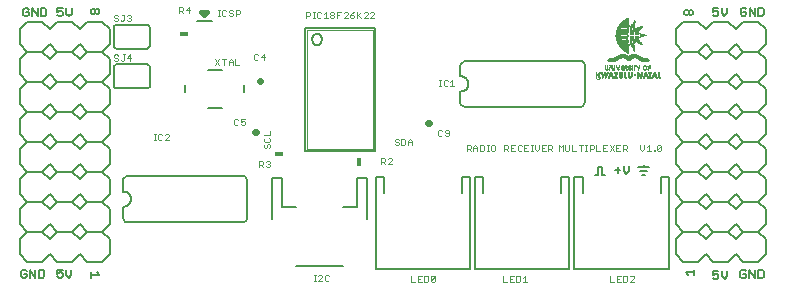
<source format=gto>
G75*
G70*
%OFA0B0*%
%FSLAX24Y24*%
%IPPOS*%
%LPD*%
%AMOC8*
5,1,8,0,0,1.08239X$1,22.5*
%
%ADD10C,0.0040*%
%ADD11C,0.0160*%
%ADD12C,0.0050*%
%ADD13C,0.0060*%
%ADD14C,0.0059*%
%ADD15R,0.0029X0.0001*%
%ADD16R,0.0044X0.0001*%
%ADD17R,0.0030X0.0001*%
%ADD18R,0.0031X0.0001*%
%ADD19R,0.0040X0.0001*%
%ADD20R,0.0041X0.0001*%
%ADD21R,0.0123X0.0001*%
%ADD22R,0.0057X0.0001*%
%ADD23R,0.0098X0.0001*%
%ADD24R,0.0056X0.0001*%
%ADD25R,0.0036X0.0001*%
%ADD26R,0.0042X0.0001*%
%ADD27R,0.0097X0.0001*%
%ADD28R,0.0029X0.0001*%
%ADD29R,0.0044X0.0001*%
%ADD30R,0.0030X0.0001*%
%ADD31R,0.0031X0.0001*%
%ADD32R,0.0040X0.0001*%
%ADD33R,0.0041X0.0001*%
%ADD34R,0.0123X0.0001*%
%ADD35R,0.0060X0.0001*%
%ADD36R,0.0098X0.0001*%
%ADD37R,0.0036X0.0001*%
%ADD38R,0.0042X0.0001*%
%ADD39R,0.0041X0.0001*%
%ADD40R,0.0097X0.0001*%
%ADD41R,0.0043X0.0001*%
%ADD42R,0.0032X0.0001*%
%ADD43R,0.0041X0.0001*%
%ADD44R,0.0063X0.0001*%
%ADD45R,0.0064X0.0001*%
%ADD46R,0.0044X0.0001*%
%ADD47R,0.0032X0.0001*%
%ADD48R,0.0033X0.0001*%
%ADD49R,0.0067X0.0001*%
%ADD50R,0.0068X0.0001*%
%ADD51R,0.0043X0.0001*%
%ADD52R,0.0071X0.0001*%
%ADD53R,0.0044X0.0001*%
%ADD54R,0.0033X0.0001*%
%ADD55R,0.0034X0.0001*%
%ADD56R,0.0073X0.0001*%
%ADD57R,0.0074X0.0001*%
%ADD58R,0.0045X0.0001*%
%ADD59R,0.0034X0.0001*%
%ADD60R,0.0077X0.0001*%
%ADD61R,0.0076X0.0001*%
%ADD62R,0.0045X0.0001*%
%ADD63R,0.0035X0.0001*%
%ADD64R,0.0079X0.0001*%
%ADD65R,0.0080X0.0001*%
%ADD66R,0.0046X0.0001*%
%ADD67R,0.0035X0.0001*%
%ADD68R,0.0082X0.0001*%
%ADD69R,0.0082X0.0001*%
%ADD70R,0.0046X0.0001*%
%ADD71R,0.0085X0.0001*%
%ADD72R,0.0084X0.0001*%
%ADD73R,0.0047X0.0001*%
%ADD74R,0.0087X0.0001*%
%ADD75R,0.0088X0.0001*%
%ADD76R,0.0048X0.0001*%
%ADD77R,0.0037X0.0001*%
%ADD78R,0.0089X0.0001*%
%ADD79R,0.0090X0.0001*%
%ADD80R,0.0048X0.0001*%
%ADD81R,0.0037X0.0001*%
%ADD82R,0.0038X0.0001*%
%ADD83R,0.0092X0.0001*%
%ADD84R,0.0092X0.0001*%
%ADD85R,0.0049X0.0001*%
%ADD86R,0.0038X0.0001*%
%ADD87R,0.0094X0.0001*%
%ADD88R,0.0049X0.0001*%
%ADD89R,0.0043X0.0001*%
%ADD90R,0.0096X0.0001*%
%ADD91R,0.0050X0.0001*%
%ADD92R,0.0039X0.0001*%
%ADD93R,0.0098X0.0001*%
%ADD94R,0.0050X0.0001*%
%ADD95R,0.0039X0.0001*%
%ADD96R,0.0100X0.0001*%
%ADD97R,0.0051X0.0001*%
%ADD98R,0.0102X0.0001*%
%ADD99R,0.0102X0.0001*%
%ADD100R,0.0052X0.0001*%
%ADD101R,0.0104X0.0001*%
%ADD102R,0.0052X0.0001*%
%ADD103R,0.0042X0.0001*%
%ADD104R,0.0106X0.0001*%
%ADD105R,0.0105X0.0001*%
%ADD106R,0.0053X0.0001*%
%ADD107R,0.0042X0.0001*%
%ADD108R,0.0106X0.0001*%
%ADD109R,0.0053X0.0001*%
%ADD110R,0.0108X0.0001*%
%ADD111R,0.0108X0.0001*%
%ADD112R,0.0054X0.0001*%
%ADD113R,0.0110X0.0001*%
%ADD114R,0.0055X0.0001*%
%ADD115R,0.0112X0.0001*%
%ADD116R,0.0111X0.0001*%
%ADD117R,0.0055X0.0001*%
%ADD118R,0.0112X0.0001*%
%ADD119R,0.0056X0.0001*%
%ADD120R,0.0114X0.0001*%
%ADD121R,0.0056X0.0001*%
%ADD122R,0.0115X0.0001*%
%ADD123R,0.0057X0.0001*%
%ADD124R,0.0046X0.0001*%
%ADD125R,0.0116X0.0001*%
%ADD126R,0.0046X0.0001*%
%ADD127R,0.0118X0.0001*%
%ADD128R,0.0118X0.0001*%
%ADD129R,0.0058X0.0001*%
%ADD130R,0.0053X0.0001*%
%ADD131R,0.0054X0.0001*%
%ADD132R,0.0059X0.0001*%
%ADD133R,0.0047X0.0001*%
%ADD134R,0.0122X0.0001*%
%ADD135R,0.0051X0.0001*%
%ADD136R,0.0051X0.0001*%
%ADD137R,0.0059X0.0001*%
%ADD138R,0.0048X0.0001*%
%ADD139R,0.0122X0.0001*%
%ADD140R,0.0121X0.0001*%
%ADD141R,0.0047X0.0001*%
%ADD142R,0.0060X0.0001*%
%ADD143R,0.0061X0.0001*%
%ADD144R,0.0062X0.0001*%
%ADD145R,0.0043X0.0001*%
%ADD146R,0.0062X0.0001*%
%ADD147R,0.0051X0.0001*%
%ADD148R,0.0063X0.0001*%
%ADD149R,0.0064X0.0001*%
%ADD150R,0.0065X0.0001*%
%ADD151R,0.0039X0.0001*%
%ADD152R,0.0066X0.0001*%
%ADD153R,0.0054X0.0001*%
%ADD154R,0.0039X0.0001*%
%ADD155R,0.0066X0.0001*%
%ADD156R,0.0038X0.0001*%
%ADD157R,0.0038X0.0001*%
%ADD158R,0.0068X0.0001*%
%ADD159R,0.0069X0.0001*%
%ADD160R,0.0069X0.0001*%
%ADD161R,0.0070X0.0001*%
%ADD162R,0.0152X0.0001*%
%ADD163R,0.0037X0.0001*%
%ADD164R,0.0058X0.0001*%
%ADD165R,0.0152X0.0001*%
%ADD166R,0.0037X0.0001*%
%ADD167R,0.0071X0.0001*%
%ADD168R,0.0151X0.0001*%
%ADD169R,0.0150X0.0001*%
%ADD170R,0.0071X0.0001*%
%ADD171R,0.0151X0.0001*%
%ADD172R,0.0150X0.0001*%
%ADD173R,0.0036X0.0001*%
%ADD174R,0.0148X0.0001*%
%ADD175R,0.0036X0.0001*%
%ADD176R,0.0149X0.0001*%
%ADD177R,0.0147X0.0001*%
%ADD178R,0.0146X0.0001*%
%ADD179R,0.0146X0.0001*%
%ADD180R,0.0145X0.0001*%
%ADD181R,0.0031X0.0001*%
%ADD182R,0.0032X0.0001*%
%ADD183R,0.0144X0.0001*%
%ADD184R,0.0145X0.0001*%
%ADD185R,0.0028X0.0001*%
%ADD186R,0.0029X0.0001*%
%ADD187R,0.0142X0.0001*%
%ADD188R,0.0143X0.0001*%
%ADD189R,0.0029X0.0001*%
%ADD190R,0.0142X0.0001*%
%ADD191R,0.0032X0.0001*%
%ADD192R,0.0141X0.0001*%
%ADD193R,0.0033X0.0001*%
%ADD194R,0.0140X0.0001*%
%ADD195R,0.0034X0.0001*%
%ADD196R,0.0139X0.0001*%
%ADD197R,0.0031X0.0001*%
%ADD198R,0.0033X0.0001*%
%ADD199R,0.0138X0.0001*%
%ADD200R,0.0139X0.0001*%
%ADD201R,0.0138X0.0001*%
%ADD202R,0.0137X0.0001*%
%ADD203R,0.0136X0.0001*%
%ADD204R,0.0135X0.0001*%
%ADD205R,0.0134X0.0001*%
%ADD206R,0.0135X0.0001*%
%ADD207R,0.0133X0.0001*%
%ADD208R,0.0132X0.0001*%
%ADD209R,0.0133X0.0001*%
%ADD210R,0.0132X0.0001*%
%ADD211R,0.0131X0.0001*%
%ADD212R,0.0130X0.0001*%
%ADD213R,0.0034X0.0001*%
%ADD214R,0.0129X0.0001*%
%ADD215R,0.0128X0.0001*%
%ADD216R,0.0129X0.0001*%
%ADD217R,0.0127X0.0001*%
%ADD218R,0.0126X0.0001*%
%ADD219R,0.0074X0.0001*%
%ADD220R,0.0126X0.0001*%
%ADD221R,0.0074X0.0001*%
%ADD222R,0.0125X0.0001*%
%ADD223R,0.0125X0.0001*%
%ADD224R,0.0124X0.0001*%
%ADD225R,0.0070X0.0001*%
%ADD226R,0.0068X0.0001*%
%ADD227R,0.0063X0.0001*%
%ADD228R,0.0063X0.0001*%
%ADD229R,0.0061X0.0001*%
%ADD230R,0.0065X0.0001*%
%ADD231R,0.0068X0.0001*%
%ADD232R,0.0056X0.0001*%
%ADD233R,0.0054X0.0001*%
%ADD234R,0.0072X0.0001*%
%ADD235R,0.0071X0.0001*%
%ADD236R,0.0073X0.0001*%
%ADD237R,0.0069X0.0001*%
%ADD238R,0.0069X0.0001*%
%ADD239R,0.0066X0.0001*%
%ADD240R,0.0067X0.0001*%
%ADD241R,0.0064X0.0001*%
%ADD242R,0.0064X0.0001*%
%ADD243R,0.0061X0.0001*%
%ADD244R,0.0061X0.0001*%
%ADD245R,0.0113X0.0001*%
%ADD246R,0.0110X0.0001*%
%ADD247R,0.0114X0.0001*%
%ADD248R,0.0114X0.0001*%
%ADD249R,0.0059X0.0001*%
%ADD250R,0.0049X0.0001*%
%ADD251R,0.0049X0.0001*%
%ADD252R,0.0028X0.0001*%
%ADD253R,0.0016X0.0001*%
%ADD254R,0.0018X0.0001*%
%ADD255R,0.0022X0.0001*%
%ADD256R,0.0025X0.0001*%
%ADD257R,0.0027X0.0001*%
%ADD258R,0.0023X0.0001*%
%ADD259R,0.0024X0.0001*%
%ADD260R,0.0080X0.0001*%
%ADD261R,0.0025X0.0001*%
%ADD262R,0.0026X0.0001*%
%ADD263R,0.0059X0.0001*%
%ADD264R,0.0028X0.0001*%
%ADD265R,0.0076X0.0001*%
%ADD266R,0.0084X0.0001*%
%ADD267R,0.0086X0.0001*%
%ADD268R,0.0090X0.0001*%
%ADD269R,0.0072X0.0001*%
%ADD270R,0.0092X0.0001*%
%ADD271R,0.0074X0.0001*%
%ADD272R,0.0094X0.0001*%
%ADD273R,0.0075X0.0001*%
%ADD274R,0.0076X0.0001*%
%ADD275R,0.0079X0.0001*%
%ADD276R,0.0081X0.0001*%
%ADD277R,0.0104X0.0001*%
%ADD278R,0.0107X0.0001*%
%ADD279R,0.0083X0.0001*%
%ADD280R,0.0086X0.0001*%
%ADD281R,0.0086X0.0001*%
%ADD282R,0.0113X0.0001*%
%ADD283R,0.0088X0.0001*%
%ADD284R,0.0087X0.0001*%
%ADD285R,0.0116X0.0001*%
%ADD286R,0.0047X0.0001*%
%ADD287R,0.0027X0.0001*%
%ADD288R,0.0052X0.0001*%
%ADD289R,0.0052X0.0001*%
%ADD290R,0.0026X0.0001*%
%ADD291R,0.0026X0.0001*%
%ADD292R,0.0028X0.0001*%
%ADD293R,0.0027X0.0001*%
%ADD294R,0.0026X0.0001*%
%ADD295R,0.0027X0.0001*%
%ADD296R,0.0078X0.0001*%
%ADD297R,0.0078X0.0001*%
%ADD298R,0.0078X0.0001*%
%ADD299R,0.0081X0.0001*%
%ADD300R,0.0086X0.0001*%
%ADD301R,0.0089X0.0001*%
%ADD302R,0.0091X0.0001*%
%ADD303R,0.0091X0.0001*%
%ADD304R,0.0093X0.0001*%
%ADD305R,0.0093X0.0001*%
%ADD306R,0.0057X0.0001*%
%ADD307R,0.0048X0.0001*%
%ADD308R,0.0095X0.0001*%
%ADD309R,0.0084X0.0001*%
%ADD310R,0.0095X0.0001*%
%ADD311R,0.0094X0.0001*%
%ADD312R,0.0082X0.0001*%
%ADD313R,0.0117X0.0001*%
%ADD314R,0.0081X0.0001*%
%ADD315R,0.0112X0.0001*%
%ADD316R,0.0077X0.0001*%
%ADD317R,0.0108X0.0001*%
%ADD318R,0.0089X0.0001*%
%ADD319R,0.0102X0.0001*%
%ADD320R,0.0100X0.0001*%
%ADD321R,0.0096X0.0001*%
%ADD322R,0.0066X0.0001*%
%ADD323R,0.0017X0.0001*%
%ADD324R,0.0021X0.0001*%
%ADD325R,0.0021X0.0001*%
%ADD326R,0.0099X0.0001*%
%ADD327R,0.0099X0.0001*%
%ADD328R,0.0114X0.0001*%
%ADD329R,0.0139X0.0001*%
%ADD330R,0.0138X0.0001*%
%ADD331R,0.0149X0.0001*%
%ADD332R,0.0158X0.0001*%
%ADD333R,0.0159X0.0001*%
%ADD334R,0.0168X0.0001*%
%ADD335R,0.0177X0.0001*%
%ADD336R,0.0178X0.0001*%
%ADD337R,0.0186X0.0001*%
%ADD338R,0.0186X0.0001*%
%ADD339R,0.0194X0.0001*%
%ADD340R,0.0194X0.0001*%
%ADD341R,0.0201X0.0001*%
%ADD342R,0.0202X0.0001*%
%ADD343R,0.0208X0.0001*%
%ADD344R,0.0208X0.0001*%
%ADD345R,0.0214X0.0001*%
%ADD346R,0.0215X0.0001*%
%ADD347R,0.0221X0.0001*%
%ADD348R,0.0221X0.0001*%
%ADD349R,0.0227X0.0001*%
%ADD350R,0.0233X0.0001*%
%ADD351R,0.0238X0.0001*%
%ADD352R,0.0244X0.0001*%
%ADD353R,0.0244X0.0001*%
%ADD354R,0.0249X0.0001*%
%ADD355R,0.0249X0.0001*%
%ADD356R,0.0255X0.0001*%
%ADD357R,0.0259X0.0001*%
%ADD358R,0.0259X0.0001*%
%ADD359R,0.0264X0.0001*%
%ADD360R,0.0268X0.0001*%
%ADD361R,0.0273X0.0001*%
%ADD362R,0.0273X0.0001*%
%ADD363R,0.0278X0.0001*%
%ADD364R,0.0282X0.0001*%
%ADD365R,0.0286X0.0001*%
%ADD366R,0.0290X0.0001*%
%ADD367R,0.0293X0.0001*%
%ADD368R,0.0293X0.0001*%
%ADD369R,0.0297X0.0001*%
%ADD370R,0.0297X0.0001*%
%ADD371R,0.0300X0.0001*%
%ADD372R,0.0301X0.0001*%
%ADD373R,0.0304X0.0001*%
%ADD374R,0.0305X0.0001*%
%ADD375R,0.0308X0.0001*%
%ADD376R,0.0309X0.0001*%
%ADD377R,0.0312X0.0001*%
%ADD378R,0.0315X0.0001*%
%ADD379R,0.0318X0.0001*%
%ADD380R,0.0319X0.0001*%
%ADD381R,0.0321X0.0001*%
%ADD382R,0.0321X0.0001*%
%ADD383R,0.0322X0.0001*%
%ADD384R,0.0322X0.0001*%
%ADD385R,0.0322X0.0001*%
%ADD386R,0.0321X0.0001*%
%ADD387R,0.0323X0.0001*%
%ADD388R,0.0105X0.0001*%
%ADD389R,0.0323X0.0001*%
%ADD390R,0.0324X0.0001*%
%ADD391R,0.0324X0.0001*%
%ADD392R,0.0325X0.0001*%
%ADD393R,0.0109X0.0001*%
%ADD394R,0.0112X0.0001*%
%ADD395R,0.0326X0.0001*%
%ADD396R,0.0326X0.0001*%
%ADD397R,0.0327X0.0001*%
%ADD398R,0.0327X0.0001*%
%ADD399R,0.0116X0.0001*%
%ADD400R,0.0118X0.0001*%
%ADD401R,0.0327X0.0001*%
%ADD402R,0.0119X0.0001*%
%ADD403R,0.0328X0.0001*%
%ADD404R,0.0120X0.0001*%
%ADD405R,0.0328X0.0001*%
%ADD406R,0.0328X0.0001*%
%ADD407R,0.0329X0.0001*%
%ADD408R,0.0329X0.0001*%
%ADD409R,0.0124X0.0001*%
%ADD410R,0.0329X0.0001*%
%ADD411R,0.0330X0.0001*%
%ADD412R,0.0330X0.0001*%
%ADD413R,0.0128X0.0001*%
%ADD414R,0.0331X0.0001*%
%ADD415R,0.0130X0.0001*%
%ADD416R,0.0331X0.0001*%
%ADD417R,0.0331X0.0001*%
%ADD418R,0.0332X0.0001*%
%ADD419R,0.0134X0.0001*%
%ADD420R,0.0331X0.0001*%
%ADD421R,0.0332X0.0001*%
%ADD422R,0.0332X0.0001*%
%ADD423R,0.0333X0.0001*%
%ADD424R,0.0140X0.0001*%
%ADD425R,0.0333X0.0001*%
%ADD426R,0.0333X0.0001*%
%ADD427R,0.0334X0.0001*%
%ADD428R,0.0143X0.0001*%
%ADD429R,0.0334X0.0001*%
%ADD430R,0.0334X0.0001*%
%ADD431R,0.0148X0.0001*%
%ADD432R,0.0334X0.0001*%
%ADD433R,0.0335X0.0001*%
%ADD434R,0.0336X0.0001*%
%ADD435R,0.0154X0.0001*%
%ADD436R,0.0335X0.0001*%
%ADD437R,0.0156X0.0001*%
%ADD438R,0.0336X0.0001*%
%ADD439R,0.0157X0.0001*%
%ADD440R,0.0336X0.0001*%
%ADD441R,0.0159X0.0001*%
%ADD442R,0.0337X0.0001*%
%ADD443R,0.0160X0.0001*%
%ADD444R,0.0337X0.0001*%
%ADD445R,0.0162X0.0001*%
%ADD446R,0.0338X0.0001*%
%ADD447R,0.0164X0.0001*%
%ADD448R,0.0166X0.0001*%
%ADD449R,0.0337X0.0001*%
%ADD450R,0.0338X0.0001*%
%ADD451R,0.0168X0.0001*%
%ADD452R,0.0170X0.0001*%
%ADD453R,0.0339X0.0001*%
%ADD454R,0.0172X0.0001*%
%ADD455R,0.0339X0.0001*%
%ADD456R,0.0339X0.0001*%
%ADD457R,0.0174X0.0001*%
%ADD458R,0.0339X0.0001*%
%ADD459R,0.0340X0.0001*%
%ADD460R,0.0176X0.0001*%
%ADD461R,0.0178X0.0001*%
%ADD462R,0.0340X0.0001*%
%ADD463R,0.0180X0.0001*%
%ADD464R,0.0183X0.0001*%
%ADD465R,0.0341X0.0001*%
%ADD466R,0.0341X0.0001*%
%ADD467R,0.0185X0.0001*%
%ADD468R,0.0342X0.0001*%
%ADD469R,0.0188X0.0001*%
%ADD470R,0.0341X0.0001*%
%ADD471R,0.0190X0.0001*%
%ADD472R,0.0342X0.0001*%
%ADD473R,0.0192X0.0001*%
%ADD474R,0.0342X0.0001*%
%ADD475R,0.0343X0.0001*%
%ADD476R,0.0194X0.0001*%
%ADD477R,0.0343X0.0001*%
%ADD478R,0.0196X0.0001*%
%ADD479R,0.0343X0.0001*%
%ADD480R,0.0344X0.0001*%
%ADD481R,0.0198X0.0001*%
%ADD482R,0.0344X0.0001*%
%ADD483R,0.0344X0.0001*%
%ADD484R,0.0201X0.0001*%
%ADD485R,0.0345X0.0001*%
%ADD486R,0.0204X0.0001*%
%ADD487R,0.0344X0.0001*%
%ADD488R,0.0345X0.0001*%
%ADD489R,0.0206X0.0001*%
%ADD490R,0.0346X0.0001*%
%ADD491R,0.0346X0.0001*%
%ADD492R,0.0211X0.0001*%
%ADD493R,0.0346X0.0001*%
%ADD494R,0.0347X0.0001*%
%ADD495R,0.0347X0.0001*%
%ADD496R,0.0348X0.0001*%
%ADD497R,0.0216X0.0001*%
%ADD498R,0.0347X0.0001*%
%ADD499R,0.0219X0.0001*%
%ADD500R,0.0348X0.0001*%
%ADD501R,0.0222X0.0001*%
%ADD502R,0.0349X0.0001*%
%ADD503R,0.0224X0.0001*%
%ADD504R,0.0349X0.0001*%
%ADD505R,0.0350X0.0001*%
%ADD506R,0.0228X0.0001*%
%ADD507R,0.0230X0.0001*%
%ADD508R,0.0351X0.0001*%
%ADD509R,0.0351X0.0001*%
%ADD510R,0.0234X0.0001*%
%ADD511R,0.0351X0.0001*%
%ADD512R,0.0236X0.0001*%
%ADD513R,0.0351X0.0001*%
%ADD514R,0.0265X0.0001*%
%ADD515R,0.0240X0.0001*%
%ADD516R,0.0266X0.0001*%
%ADD517R,0.0259X0.0001*%
%ADD518R,0.0243X0.0001*%
%ADD519R,0.0260X0.0001*%
%ADD520R,0.0246X0.0001*%
%ADD521R,0.0256X0.0001*%
%ADD522R,0.0252X0.0001*%
%ADD523R,0.0250X0.0001*%
%ADD524R,0.0253X0.0001*%
%ADD525R,0.0250X0.0001*%
%ADD526R,0.0254X0.0001*%
%ADD527R,0.0251X0.0001*%
%ADD528R,0.0248X0.0001*%
%ADD529R,0.0257X0.0001*%
%ADD530R,0.0246X0.0001*%
%ADD531R,0.0248X0.0001*%
%ADD532R,0.0247X0.0001*%
%ADD533R,0.0024X0.0001*%
%ADD534R,0.0245X0.0001*%
%ADD535R,0.0268X0.0001*%
%ADD536R,0.0246X0.0001*%
%ADD537R,0.0024X0.0001*%
%ADD538R,0.0021X0.0001*%
%ADD539R,0.0273X0.0001*%
%ADD540R,0.0245X0.0001*%
%ADD541R,0.0020X0.0001*%
%ADD542R,0.0244X0.0001*%
%ADD543R,0.0277X0.0001*%
%ADD544R,0.0244X0.0001*%
%ADD545R,0.0016X0.0001*%
%ADD546R,0.0013X0.0001*%
%ADD547R,0.0282X0.0001*%
%ADD548R,0.0010X0.0001*%
%ADD549R,0.0243X0.0001*%
%ADD550R,0.0007X0.0001*%
%ADD551R,0.0243X0.0001*%
%ADD552R,0.0292X0.0001*%
%ADD553R,0.0007X0.0001*%
%ADD554R,0.0004X0.0001*%
%ADD555R,0.0296X0.0001*%
%ADD556R,0.0302X0.0001*%
%ADD557R,0.0308X0.0001*%
%ADD558R,0.0314X0.0001*%
%ADD559R,0.0246X0.0001*%
%ADD560R,0.0322X0.0001*%
%ADD561R,0.0249X0.0001*%
%ADD562R,0.0249X0.0001*%
%ADD563R,0.0252X0.0001*%
%ADD564R,0.0256X0.0001*%
%ADD565R,0.0365X0.0001*%
%ADD566R,0.0937X0.0001*%
%ADD567R,0.0932X0.0001*%
%ADD568R,0.0928X0.0001*%
%ADD569R,0.0924X0.0001*%
%ADD570R,0.0919X0.0001*%
%ADD571R,0.0915X0.0001*%
%ADD572R,0.0911X0.0001*%
%ADD573R,0.0907X0.0001*%
%ADD574R,0.0903X0.0001*%
%ADD575R,0.0899X0.0001*%
%ADD576R,0.0895X0.0001*%
%ADD577R,0.0891X0.0001*%
%ADD578R,0.0887X0.0001*%
%ADD579R,0.0883X0.0001*%
%ADD580R,0.0879X0.0001*%
%ADD581R,0.0875X0.0001*%
%ADD582R,0.0871X0.0001*%
%ADD583R,0.0867X0.0001*%
%ADD584R,0.0863X0.0001*%
%ADD585R,0.0860X0.0001*%
%ADD586R,0.0856X0.0001*%
%ADD587R,0.0852X0.0001*%
%ADD588R,0.0849X0.0001*%
%ADD589R,0.0845X0.0001*%
%ADD590R,0.0841X0.0001*%
%ADD591R,0.0837X0.0001*%
%ADD592R,0.0416X0.0001*%
%ADD593R,0.0416X0.0001*%
%ADD594R,0.0413X0.0001*%
%ADD595R,0.0413X0.0001*%
%ADD596R,0.0410X0.0001*%
%ADD597R,0.0407X0.0001*%
%ADD598R,0.0408X0.0001*%
%ADD599R,0.0405X0.0001*%
%ADD600R,0.0402X0.0001*%
%ADD601R,0.0399X0.0001*%
%ADD602R,0.0400X0.0001*%
%ADD603R,0.0397X0.0001*%
%ADD604R,0.0394X0.0001*%
%ADD605R,0.0394X0.0001*%
%ADD606R,0.0391X0.0001*%
%ADD607R,0.0392X0.0001*%
%ADD608R,0.0389X0.0001*%
%ADD609R,0.0389X0.0001*%
%ADD610R,0.0386X0.0001*%
%ADD611R,0.0386X0.0001*%
%ADD612R,0.0383X0.0001*%
%ADD613R,0.0383X0.0001*%
%ADD614R,0.0380X0.0001*%
%ADD615R,0.0377X0.0001*%
%ADD616R,0.0377X0.0001*%
%ADD617R,0.0374X0.0001*%
%ADD618R,0.0374X0.0001*%
%ADD619R,0.0372X0.0001*%
%ADD620R,0.0369X0.0001*%
%ADD621R,0.0369X0.0001*%
%ADD622R,0.0366X0.0001*%
%ADD623R,0.0366X0.0001*%
%ADD624R,0.0363X0.0001*%
%ADD625R,0.0364X0.0001*%
%ADD626R,0.0360X0.0001*%
%ADD627R,0.0361X0.0001*%
%ADD628R,0.0357X0.0001*%
%ADD629R,0.0355X0.0001*%
%ADD630R,0.0352X0.0001*%
%ADD631R,0.0346X0.0001*%
%ADD632R,0.0343X0.0001*%
%ADD633R,0.0328X0.0001*%
%ADD634R,0.0325X0.0001*%
%ADD635R,0.0319X0.0001*%
%ADD636R,0.0316X0.0001*%
%ADD637R,0.0313X0.0001*%
%ADD638R,0.0310X0.0001*%
%ADD639R,0.0306X0.0001*%
%ADD640R,0.0307X0.0001*%
%ADD641R,0.0303X0.0001*%
%ADD642R,0.0303X0.0001*%
%ADD643R,0.0300X0.0001*%
%ADD644R,0.0296X0.0001*%
%ADD645R,0.0297X0.0001*%
%ADD646R,0.0293X0.0001*%
%ADD647R,0.0293X0.0001*%
%ADD648R,0.0286X0.0001*%
%ADD649R,0.0287X0.0001*%
%ADD650R,0.0283X0.0001*%
%ADD651R,0.0280X0.0001*%
%ADD652R,0.0276X0.0001*%
%ADD653R,0.0276X0.0001*%
%ADD654R,0.0269X0.0001*%
%ADD655R,0.0266X0.0001*%
%ADD656R,0.0266X0.0001*%
%ADD657R,0.0262X0.0001*%
%ADD658R,0.0263X0.0001*%
%ADD659R,0.0259X0.0001*%
%ADD660R,0.0251X0.0001*%
%ADD661R,0.0248X0.0001*%
%ADD662R,0.0240X0.0001*%
%ADD663R,0.0237X0.0001*%
%ADD664R,0.0233X0.0001*%
%ADD665R,0.0232X0.0001*%
%ADD666R,0.0228X0.0001*%
%ADD667R,0.0229X0.0001*%
%ADD668R,0.0225X0.0001*%
%ADD669R,0.0220X0.0001*%
%ADD670R,0.0221X0.0001*%
%ADD671R,0.0213X0.0001*%
%ADD672R,0.0212X0.0001*%
%ADD673R,0.0203X0.0001*%
%ADD674R,0.0204X0.0001*%
%ADD675R,0.0199X0.0001*%
%ADD676R,0.0195X0.0001*%
%ADD677R,0.0190X0.0001*%
%ADD678R,0.0181X0.0001*%
%ADD679R,0.0180X0.0001*%
%ADD680R,0.0175X0.0001*%
%ADD681R,0.0176X0.0001*%
%ADD682R,0.0171X0.0001*%
%ADD683R,0.0165X0.0001*%
%ADD684R,0.0154X0.0001*%
%ADD685R,0.0117X0.0001*%
%ADD686R,0.0109X0.0001*%
%ADD687R,0.0101X0.0001*%
%ADD688R,0.0001X0.0001*%
%ADD689R,0.0003X0.0001*%
%ADD690R,0.0005X0.0001*%
%ADD691R,0.0008X0.0001*%
%ADD692R,0.0012X0.0001*%
%ADD693R,0.0014X0.0001*%
%ADD694R,0.0019X0.0001*%
%ADD695R,0.0023X0.0001*%
%ADD696R,0.0058X0.0001*%
%ADD697R,0.0073X0.0001*%
%ADD698R,0.0075X0.0001*%
%ADD699R,0.0091X0.0001*%
%ADD700R,0.0093X0.0001*%
%ADD701R,0.0094X0.0001*%
%ADD702R,0.0096X0.0001*%
%ADD703R,0.0098X0.0001*%
%ADD704R,0.0101X0.0001*%
%ADD705R,0.0103X0.0001*%
%ADD706R,0.0106X0.0001*%
%ADD707R,0.0108X0.0001*%
%ADD708R,0.0111X0.0001*%
%ADD709R,0.0113X0.0001*%
%ADD710R,0.0116X0.0001*%
%ADD711R,0.0119X0.0001*%
%ADD712R,0.0122X0.0001*%
%ADD713R,0.0123X0.0001*%
%ADD714R,0.0127X0.0001*%
%ADD715R,0.0131X0.0001*%
%ADD716R,0.0133X0.0001*%
%ADD717R,0.0136X0.0001*%
%ADD718R,0.0001X0.0001*%
%ADD719R,0.0137X0.0001*%
%ADD720R,0.0002X0.0001*%
%ADD721R,0.0002X0.0001*%
%ADD722R,0.0003X0.0001*%
%ADD723R,0.0141X0.0001*%
%ADD724R,0.0143X0.0001*%
%ADD725R,0.0146X0.0001*%
%ADD726R,0.0006X0.0001*%
%ADD727R,0.0147X0.0001*%
%ADD728R,0.0006X0.0001*%
%ADD729R,0.0149X0.0001*%
%ADD730R,0.0007X0.0001*%
%ADD731R,0.0151X0.0001*%
%ADD732R,0.0153X0.0001*%
%ADD733R,0.0008X0.0001*%
%ADD734R,0.0154X0.0001*%
%ADD735R,0.0008X0.0001*%
%ADD736R,0.0156X0.0001*%
%ADD737R,0.0009X0.0001*%
%ADD738R,0.0157X0.0001*%
%ADD739R,0.0009X0.0001*%
%ADD740R,0.0158X0.0001*%
%ADD741R,0.0160X0.0001*%
%ADD742R,0.0161X0.0001*%
%ADD743R,0.0162X0.0001*%
%ADD744R,0.0013X0.0001*%
%ADD745R,0.0012X0.0001*%
%ADD746R,0.0165X0.0001*%
%ADD747R,0.0013X0.0001*%
%ADD748R,0.0166X0.0001*%
%ADD749R,0.0014X0.0001*%
%ADD750R,0.0015X0.0001*%
%ADD751R,0.0169X0.0001*%
%ADD752R,0.0016X0.0001*%
%ADD753R,0.0171X0.0001*%
%ADD754R,0.0172X0.0001*%
%ADD755R,0.0017X0.0001*%
%ADD756R,0.0173X0.0001*%
%ADD757R,0.0176X0.0001*%
%ADD758R,0.0018X0.0001*%
%ADD759R,0.0022X0.0001*%
%ADD760R,0.0181X0.0001*%
%ADD761R,0.0182X0.0001*%
%ADD762R,0.0183X0.0001*%
%ADD763R,0.0023X0.0001*%
%ADD764R,0.0187X0.0001*%
%ADD765R,0.0024X0.0001*%
%ADD766R,0.0191X0.0001*%
%ADD767R,0.0192X0.0001*%
%ADD768R,0.0193X0.0001*%
%ADD769R,0.0195X0.0001*%
%ADD770R,0.0196X0.0001*%
%ADD771R,0.0197X0.0001*%
%ADD772R,0.0199X0.0001*%
%ADD773R,0.0200X0.0001*%
%ADD774R,0.0202X0.0001*%
%ADD775R,0.0203X0.0001*%
%ADD776R,0.0205X0.0001*%
%ADD777R,0.0206X0.0001*%
%ADD778R,0.0207X0.0001*%
%ADD779R,0.0209X0.0001*%
%ADD780R,0.0210X0.0001*%
%ADD781R,0.0211X0.0001*%
%ADD782R,0.0213X0.0001*%
%ADD783R,0.0215X0.0001*%
%ADD784R,0.0217X0.0001*%
%ADD785R,0.0218X0.0001*%
%ADD786R,0.0219X0.0001*%
%ADD787R,0.0222X0.0001*%
%ADD788R,0.0223X0.0001*%
%ADD789R,0.0224X0.0001*%
%ADD790R,0.0225X0.0001*%
%ADD791R,0.0226X0.0001*%
%ADD792R,0.0229X0.0001*%
%ADD793R,0.0231X0.0001*%
%ADD794R,0.0233X0.0001*%
%ADD795R,0.0235X0.0001*%
%ADD796R,0.0236X0.0001*%
%ADD797R,0.0237X0.0001*%
%ADD798R,0.0238X0.0001*%
%ADD799R,0.0239X0.0001*%
%ADD800R,0.0241X0.0001*%
%ADD801R,0.0242X0.0001*%
%ADD802R,0.0247X0.0001*%
%ADD803R,0.0253X0.0001*%
%ADD804R,0.0254X0.0001*%
%ADD805R,0.0062X0.0001*%
%ADD806R,0.0258X0.0001*%
%ADD807R,0.0261X0.0001*%
%ADD808R,0.0262X0.0001*%
%ADD809R,0.0067X0.0001*%
%ADD810R,0.0263X0.0001*%
%ADD811R,0.0265X0.0001*%
%ADD812R,0.0266X0.0001*%
%ADD813R,0.0267X0.0001*%
%ADD814R,0.0269X0.0001*%
%ADD815R,0.0270X0.0001*%
%ADD816R,0.0271X0.0001*%
%ADD817R,0.0271X0.0001*%
%ADD818R,0.0272X0.0001*%
%ADD819R,0.0273X0.0001*%
%ADD820R,0.0274X0.0001*%
%ADD821R,0.0275X0.0001*%
%ADD822R,0.0077X0.0001*%
%ADD823R,0.0278X0.0001*%
%ADD824R,0.0279X0.0001*%
%ADD825R,0.0079X0.0001*%
%ADD826R,0.0279X0.0001*%
%ADD827R,0.0280X0.0001*%
%ADD828R,0.0281X0.0001*%
%ADD829R,0.0282X0.0001*%
%ADD830R,0.0283X0.0001*%
%ADD831R,0.0284X0.0001*%
%ADD832R,0.0284X0.0001*%
%ADD833R,0.0285X0.0001*%
%ADD834R,0.0083X0.0001*%
%ADD835R,0.0286X0.0001*%
%ADD836R,0.0287X0.0001*%
%ADD837R,0.0288X0.0001*%
%ADD838R,0.0085X0.0001*%
%ADD839R,0.0289X0.0001*%
%ADD840R,0.0289X0.0001*%
%ADD841R,0.0291X0.0001*%
%ADD842R,0.0292X0.0001*%
%ADD843R,0.0088X0.0001*%
%ADD844R,0.0088X0.0001*%
%ADD845R,0.0294X0.0001*%
%ADD846R,0.0089X0.0001*%
%ADD847R,0.0294X0.0001*%
%ADD848R,0.0295X0.0001*%
%ADD849R,0.0296X0.0001*%
%ADD850R,0.0298X0.0001*%
%ADD851R,0.0298X0.0001*%
%ADD852R,0.0299X0.0001*%
%ADD853R,0.0301X0.0001*%
%ADD854R,0.0302X0.0001*%
%ADD855R,0.0303X0.0001*%
%ADD856R,0.0304X0.0001*%
%ADD857R,0.0096X0.0001*%
%ADD858R,0.0305X0.0001*%
%ADD859R,0.0306X0.0001*%
%ADD860R,0.0099X0.0001*%
%ADD861R,0.0099X0.0001*%
%ADD862R,0.0308X0.0001*%
%ADD863R,0.0309X0.0001*%
%ADD864R,0.0101X0.0001*%
%ADD865R,0.0311X0.0001*%
%ADD866R,0.0311X0.0001*%
%ADD867R,0.0103X0.0001*%
%ADD868R,0.0312X0.0001*%
%ADD869R,0.0103X0.0001*%
%ADD870R,0.0313X0.0001*%
%ADD871R,0.0315X0.0001*%
%ADD872R,0.0316X0.0001*%
%ADD873R,0.0001X0.0001*%
%ADD874R,0.0317X0.0001*%
%ADD875R,0.0318X0.0001*%
%ADD876R,0.0001X0.0001*%
%ADD877R,0.0318X0.0001*%
%ADD878R,0.0319X0.0001*%
%ADD879R,0.0320X0.0001*%
%ADD880R,0.0078X0.0001*%
%ADD881R,0.0323X0.0001*%
%ADD882R,0.0323X0.0001*%
%ADD883R,0.0326X0.0001*%
%ADD884R,0.0329X0.0001*%
%ADD885R,0.0333X0.0001*%
%ADD886R,0.0017X0.0001*%
%ADD887R,0.0014X0.0001*%
%ADD888R,0.0336X0.0001*%
%ADD889R,0.0002X0.0001*%
%ADD890R,0.0006X0.0001*%
%ADD891R,0.0004X0.0001*%
%ADD892R,0.0003X0.0001*%
%ADD893R,0.0005X0.0001*%
%ADD894R,0.0011X0.0001*%
%ADD895R,0.0009X0.0001*%
%ADD896R,0.0015X0.0001*%
%ADD897R,0.0013X0.0001*%
%ADD898R,0.0020X0.0001*%
%ADD899R,0.0022X0.0001*%
%ADD900R,0.0019X0.0001*%
%ADD901R,0.0348X0.0001*%
%ADD902R,0.0021X0.0001*%
%ADD903R,0.0349X0.0001*%
%ADD904R,0.0023X0.0001*%
%ADD905R,0.0352X0.0001*%
%ADD906R,0.0353X0.0001*%
%ADD907R,0.0353X0.0001*%
%ADD908R,0.0356X0.0001*%
%ADD909R,0.0356X0.0001*%
%ADD910R,0.0357X0.0001*%
%ADD911R,0.0358X0.0001*%
%ADD912R,0.0358X0.0001*%
%ADD913R,0.0359X0.0001*%
%ADD914R,0.0360X0.0001*%
%ADD915R,0.0361X0.0001*%
%ADD916R,0.0362X0.0001*%
%ADD917R,0.0363X0.0001*%
%ADD918R,0.0083X0.0001*%
%ADD919R,0.0115X0.0001*%
%ADD920R,0.0087X0.0001*%
%ADD921R,0.0118X0.0001*%
%ADD922R,0.0072X0.0001*%
%ADD923R,0.0120X0.0001*%
%ADD924R,0.0106X0.0001*%
%ADD925R,0.0121X0.0001*%
%ADD926R,0.0076X0.0001*%
%ADD927R,0.0111X0.0001*%
%ADD928R,0.0124X0.0001*%
%ADD929R,0.0081X0.0001*%
%ADD930R,0.0132X0.0001*%
%ADD931R,0.0136X0.0001*%
%ADD932R,0.0128X0.0001*%
%ADD933R,0.0138X0.0001*%
%ADD934R,0.0128X0.0001*%
%ADD935R,0.0141X0.0001*%
%ADD936R,0.0139X0.0001*%
%ADD937R,0.0131X0.0001*%
%ADD938R,0.0132X0.0001*%
%ADD939R,0.0129X0.0001*%
%ADD940R,0.0121X0.0001*%
%ADD941R,0.0119X0.0001*%
%ADD942R,0.0119X0.0001*%
%ADD943R,0.0109X0.0001*%
%ADD944R,0.0387X0.0001*%
%ADD945R,0.0388X0.0001*%
%ADD946R,0.0388X0.0001*%
%ADD947R,0.0389X0.0001*%
%ADD948R,0.0390X0.0001*%
%ADD949R,0.0390X0.0001*%
%ADD950R,0.0391X0.0001*%
%ADD951R,0.0391X0.0001*%
%ADD952R,0.0101X0.0001*%
%ADD953R,0.0392X0.0001*%
%ADD954R,0.0392X0.0001*%
%ADD955R,0.0393X0.0001*%
%ADD956R,0.0393X0.0001*%
%ADD957R,0.0084X0.0001*%
%ADD958R,0.0394X0.0001*%
%ADD959R,0.0104X0.0001*%
%ADD960R,0.0395X0.0001*%
%ADD961R,0.0395X0.0001*%
%ADD962R,0.0396X0.0001*%
%ADD963R,0.0073X0.0001*%
%ADD964R,0.0396X0.0001*%
%ADD965R,0.0397X0.0001*%
%ADD966R,0.0107X0.0001*%
%ADD967R,0.0107X0.0001*%
%ADD968R,0.0398X0.0001*%
%ADD969R,0.0398X0.0001*%
%ADD970R,0.0399X0.0001*%
%ADD971R,0.0400X0.0001*%
%ADD972R,0.0401X0.0001*%
%ADD973R,0.0401X0.0001*%
%ADD974R,0.0402X0.0001*%
%ADD975R,0.0403X0.0001*%
%ADD976R,0.0403X0.0001*%
%ADD977R,0.0404X0.0001*%
%ADD978R,0.0404X0.0001*%
%ADD979R,0.0405X0.0001*%
%ADD980R,0.0406X0.0001*%
%ADD981R,0.0406X0.0001*%
%ADD982R,0.0407X0.0001*%
%ADD983R,0.0408X0.0001*%
%ADD984R,0.0018X0.0001*%
%ADD985R,0.0409X0.0001*%
%ADD986R,0.0016X0.0001*%
%ADD987R,0.0409X0.0001*%
%ADD988R,0.0410X0.0001*%
%ADD989R,0.0411X0.0001*%
%ADD990R,0.0411X0.0001*%
%ADD991R,0.0004X0.0001*%
%ADD992R,0.0412X0.0001*%
%ADD993R,0.0412X0.0001*%
%ADD994R,0.0121X0.0001*%
%ADD995R,0.0161X0.0001*%
%ADD996R,0.0161X0.0001*%
%ADD997R,0.0111X0.0001*%
%ADD998R,0.0122X0.0001*%
%ADD999R,0.0162X0.0001*%
%ADD1000R,0.0163X0.0001*%
%ADD1001R,0.0163X0.0001*%
%ADD1002R,0.0164X0.0001*%
%ADD1003R,0.0164X0.0001*%
%ADD1004R,0.0126X0.0001*%
%ADD1005R,0.0166X0.0001*%
%ADD1006R,0.0126X0.0001*%
%ADD1007R,0.0167X0.0001*%
%ADD1008R,0.0167X0.0001*%
%ADD1009R,0.0127X0.0001*%
%ADD1010R,0.0168X0.0001*%
%ADD1011R,0.0127X0.0001*%
%ADD1012R,0.0169X0.0001*%
%ADD1013R,0.0169X0.0001*%
%ADD1014R,0.0129X0.0001*%
%ADD1015R,0.0170X0.0001*%
%ADD1016R,0.0171X0.0001*%
%ADD1017R,0.0424X0.0001*%
%ADD1018R,0.0424X0.0001*%
%ADD1019R,0.0425X0.0001*%
%ADD1020R,0.0425X0.0001*%
%ADD1021R,0.0131X0.0001*%
%ADD1022R,0.0426X0.0001*%
%ADD1023R,0.0426X0.0001*%
%ADD1024R,0.0427X0.0001*%
%ADD1025R,0.0427X0.0001*%
%ADD1026R,0.0428X0.0001*%
%ADD1027R,0.0428X0.0001*%
%ADD1028R,0.0134X0.0001*%
%ADD1029R,0.0134X0.0001*%
%ADD1030R,0.0429X0.0001*%
%ADD1031R,0.0429X0.0001*%
%ADD1032R,0.0430X0.0001*%
%ADD1033R,0.0430X0.0001*%
%ADD1034R,0.0431X0.0001*%
%ADD1035R,0.0431X0.0001*%
%ADD1036R,0.0181X0.0001*%
%ADD1037R,0.0136X0.0001*%
%ADD1038R,0.0182X0.0001*%
%ADD1039R,0.0146X0.0001*%
%ADD1040R,0.0151X0.0001*%
%ADD1041R,0.0156X0.0001*%
%ADD1042R,0.0177X0.0001*%
%ADD1043R,0.0188X0.0001*%
%ADD1044R,0.0181X0.0001*%
%ADD1045R,0.0176X0.0001*%
%ADD1046R,0.0171X0.0001*%
%ADD1047R,0.0155X0.0001*%
%ADD1048R,0.0148X0.0001*%
%ADD1049R,0.0142X0.0001*%
%ADD1050R,0.0002X0.0001*%
%ADD1051R,0.0175X0.0001*%
%ADD1052R,0.0174X0.0001*%
%ADD1053R,0.0173X0.0001*%
%ADD1054R,0.0173X0.0001*%
%ADD1055R,0.0172X0.0001*%
%ADD1056R,0.0169X0.0001*%
%ADD1057R,0.0414X0.0001*%
%ADD1058R,0.0124X0.0001*%
%ADD1059R,0.0414X0.0001*%
%ADD1060R,0.0413X0.0001*%
%ADD1061R,0.0010X0.0001*%
%ADD1062R,0.0012X0.0001*%
%ADD1063R,0.0014X0.0001*%
%ADD1064R,0.0058X0.0001*%
%ADD1065R,0.0107X0.0001*%
%ADD1066R,0.0062X0.0001*%
%ADD1067R,0.0142X0.0001*%
%ADD1068R,0.0141X0.0001*%
%ADD1069R,0.0091X0.0001*%
%ADD1070R,0.0093X0.0001*%
%ADD1071R,0.0133X0.0001*%
%ADD1072R,0.0137X0.0001*%
%ADD1073R,0.0371X0.0001*%
%ADD1074R,0.0079X0.0001*%
%ADD1075R,0.0370X0.0001*%
%ADD1076R,0.0370X0.0001*%
%ADD1077R,0.0369X0.0001*%
%ADD1078R,0.0368X0.0001*%
%ADD1079R,0.0368X0.0001*%
%ADD1080R,0.0109X0.0001*%
%ADD1081R,0.0367X0.0001*%
%ADD1082R,0.0367X0.0001*%
%ADD1083R,0.0365X0.0001*%
%ADD1084R,0.0364X0.0001*%
%ADD1085R,0.0362X0.0001*%
%ADD1086R,0.0072X0.0001*%
%ADD1087R,0.0359X0.0001*%
%ADD1088R,0.0357X0.0001*%
%ADD1089R,0.0355X0.0001*%
%ADD1090R,0.0354X0.0001*%
%ADD1091R,0.0354X0.0001*%
%ADD1092R,0.0353X0.0001*%
%ADD1093R,0.0353X0.0001*%
%ADD1094R,0.0352X0.0001*%
%ADD1095R,0.0350X0.0001*%
%ADD1096R,0.0349X0.0001*%
%ADD1097R,0.0348X0.0001*%
%ADD1098R,0.0347X0.0001*%
%ADD1099R,0.0019X0.0001*%
%ADD1100R,0.0342X0.0001*%
%ADD1101R,0.0011X0.0001*%
%ADD1102R,0.0341X0.0001*%
%ADD1103R,0.0012X0.0001*%
%ADD1104R,0.0337X0.0001*%
%ADD1105R,0.0332X0.0001*%
%ADD1106R,0.0327X0.0001*%
%ADD1107R,0.0326X0.0001*%
%ADD1108R,0.0324X0.0001*%
%ADD1109R,0.0320X0.0001*%
%ADD1110R,0.0083X0.0001*%
%ADD1111R,0.0319X0.0001*%
%ADD1112R,0.0318X0.0001*%
%ADD1113R,0.0317X0.0001*%
%ADD1114R,0.0316X0.0001*%
%ADD1115R,0.0103X0.0001*%
%ADD1116R,0.0316X0.0001*%
%ADD1117R,0.0314X0.0001*%
%ADD1118R,0.0314X0.0001*%
%ADD1119R,0.0313X0.0001*%
%ADD1120R,0.0312X0.0001*%
%ADD1121R,0.0311X0.0001*%
%ADD1122R,0.0310X0.0001*%
%ADD1123R,0.0308X0.0001*%
%ADD1124R,0.0307X0.0001*%
%ADD1125R,0.0306X0.0001*%
%ADD1126R,0.0304X0.0001*%
%ADD1127R,0.0303X0.0001*%
%ADD1128R,0.0097X0.0001*%
%ADD1129R,0.0302X0.0001*%
%ADD1130R,0.0301X0.0001*%
%ADD1131R,0.0299X0.0001*%
%ADD1132R,0.0298X0.0001*%
%ADD1133R,0.0298X0.0001*%
%ADD1134R,0.0294X0.0001*%
%ADD1135R,0.0294X0.0001*%
%ADD1136R,0.0292X0.0001*%
%ADD1137R,0.0291X0.0001*%
%ADD1138R,0.0290X0.0001*%
%ADD1139R,0.0289X0.0001*%
%ADD1140R,0.0288X0.0001*%
%ADD1141R,0.0287X0.0001*%
%ADD1142R,0.0286X0.0001*%
%ADD1143R,0.0285X0.0001*%
%ADD1144R,0.0284X0.0001*%
%ADD1145R,0.0282X0.0001*%
%ADD1146R,0.0281X0.0001*%
%ADD1147R,0.0279X0.0001*%
%ADD1148R,0.0278X0.0001*%
%ADD1149R,0.0277X0.0001*%
%ADD1150R,0.0276X0.0001*%
%ADD1151R,0.0275X0.0001*%
%ADD1152R,0.0274X0.0001*%
%ADD1153R,0.0272X0.0001*%
%ADD1154R,0.0272X0.0001*%
%ADD1155R,0.0271X0.0001*%
%ADD1156R,0.0269X0.0001*%
%ADD1157R,0.0267X0.0001*%
%ADD1158R,0.0264X0.0001*%
%ADD1159R,0.0263X0.0001*%
%ADD1160R,0.0067X0.0001*%
%ADD1161R,0.0262X0.0001*%
%ADD1162R,0.0261X0.0001*%
%ADD1163R,0.0260X0.0001*%
%ADD1164R,0.0258X0.0001*%
%ADD1165R,0.0257X0.0001*%
%ADD1166R,0.0255X0.0001*%
%ADD1167R,0.0254X0.0001*%
%ADD1168R,0.0252X0.0001*%
%ADD1169R,0.0251X0.0001*%
%ADD1170R,0.0242X0.0001*%
%ADD1171R,0.0241X0.0001*%
%ADD1172R,0.0239X0.0001*%
%ADD1173R,0.0238X0.0001*%
%ADD1174R,0.0235X0.0001*%
%ADD1175R,0.0234X0.0001*%
%ADD1176R,0.0232X0.0001*%
%ADD1177R,0.0231X0.0001*%
%ADD1178R,0.0230X0.0001*%
%ADD1179R,0.0229X0.0001*%
%ADD1180R,0.0228X0.0001*%
%ADD1181R,0.0227X0.0001*%
%ADD1182R,0.0226X0.0001*%
%ADD1183R,0.0223X0.0001*%
%ADD1184R,0.0222X0.0001*%
%ADD1185R,0.0219X0.0001*%
%ADD1186R,0.0218X0.0001*%
%ADD1187R,0.0217X0.0001*%
%ADD1188R,0.0214X0.0001*%
%ADD1189R,0.0213X0.0001*%
%ADD1190R,0.0210X0.0001*%
%ADD1191R,0.0209X0.0001*%
%ADD1192R,0.0208X0.0001*%
%ADD1193R,0.0207X0.0001*%
%ADD1194R,0.0204X0.0001*%
%ADD1195R,0.0203X0.0001*%
%ADD1196R,0.0202X0.0001*%
%ADD1197R,0.0198X0.0001*%
%ADD1198R,0.0196X0.0001*%
%ADD1199R,0.0194X0.0001*%
%ADD1200R,0.0193X0.0001*%
%ADD1201R,0.0189X0.0001*%
%ADD1202R,0.0187X0.0001*%
%ADD1203R,0.0184X0.0001*%
%ADD1204R,0.0183X0.0001*%
%ADD1205R,0.0019X0.0001*%
%ADD1206R,0.0182X0.0001*%
%ADD1207R,0.0179X0.0001*%
%ADD1208R,0.0178X0.0001*%
%ADD1209R,0.0177X0.0001*%
%ADD1210R,0.0174X0.0001*%
%ADD1211R,0.0167X0.0001*%
%ADD1212R,0.0011X0.0001*%
%ADD1213R,0.0159X0.0001*%
%ADD1214R,0.0157X0.0001*%
%ADD1215R,0.0155X0.0001*%
%ADD1216R,0.0154X0.0001*%
%ADD1217R,0.0153X0.0001*%
%ADD1218R,0.0148X0.0001*%
%ADD1219R,0.0147X0.0001*%
%ADD1220R,0.0144X0.0001*%
%ADD1221R,0.0117X0.0001*%
%ADD1222R,0.0077X0.0001*%
%ADD1223R,0.0057X0.0001*%
%ADD1224C,0.0000*%
%ADD1225C,0.0020*%
%ADD1226C,0.0080*%
%ADD1227C,0.0220*%
%ADD1228R,0.0180X0.0300*%
%ADD1229R,0.0300X0.0180*%
D10*
X010473Y000452D02*
X010540Y000452D01*
X010507Y000452D02*
X010507Y000652D01*
X010540Y000652D02*
X010473Y000652D01*
X010621Y000619D02*
X010654Y000652D01*
X010721Y000652D01*
X010754Y000619D01*
X010754Y000586D01*
X010621Y000452D01*
X010754Y000452D01*
X010842Y000485D02*
X010875Y000452D01*
X010942Y000452D01*
X010975Y000485D01*
X010842Y000485D02*
X010842Y000619D01*
X010875Y000652D01*
X010942Y000652D01*
X010975Y000619D01*
X013719Y000636D02*
X013719Y000436D01*
X013853Y000436D01*
X013940Y000436D02*
X014074Y000436D01*
X014161Y000436D02*
X014261Y000436D01*
X014295Y000469D01*
X014295Y000603D01*
X014261Y000636D01*
X014161Y000636D01*
X014161Y000436D01*
X014007Y000536D02*
X013940Y000536D01*
X013940Y000636D02*
X013940Y000436D01*
X013940Y000636D02*
X014074Y000636D01*
X014382Y000603D02*
X014382Y000469D01*
X014516Y000603D01*
X014516Y000469D01*
X014482Y000436D01*
X014416Y000436D01*
X014382Y000469D01*
X014382Y000603D02*
X014416Y000636D01*
X014482Y000636D01*
X014516Y000603D01*
X016783Y000636D02*
X016783Y000436D01*
X016916Y000436D01*
X017004Y000436D02*
X017137Y000436D01*
X017225Y000436D02*
X017325Y000436D01*
X017358Y000469D01*
X017358Y000603D01*
X017325Y000636D01*
X017225Y000636D01*
X017225Y000436D01*
X017071Y000536D02*
X017004Y000536D01*
X017004Y000636D02*
X017004Y000436D01*
X017446Y000436D02*
X017579Y000436D01*
X017513Y000436D02*
X017513Y000636D01*
X017446Y000569D01*
X017137Y000636D02*
X017004Y000636D01*
X020352Y000636D02*
X020352Y000436D01*
X020486Y000436D01*
X020573Y000436D02*
X020707Y000436D01*
X020794Y000436D02*
X020894Y000436D01*
X020928Y000469D01*
X020928Y000603D01*
X020894Y000636D01*
X020794Y000636D01*
X020794Y000436D01*
X020640Y000536D02*
X020573Y000536D01*
X020573Y000636D02*
X020573Y000436D01*
X020573Y000636D02*
X020707Y000636D01*
X021015Y000603D02*
X021049Y000636D01*
X021115Y000636D01*
X021149Y000603D01*
X021149Y000569D01*
X021015Y000436D01*
X021149Y000436D01*
X013080Y004338D02*
X012947Y004338D01*
X013080Y004471D01*
X013080Y004504D01*
X013047Y004538D01*
X012980Y004538D01*
X012947Y004504D01*
X012859Y004504D02*
X012859Y004438D01*
X012826Y004404D01*
X012726Y004404D01*
X012792Y004404D02*
X012859Y004338D01*
X012726Y004338D02*
X012726Y004538D01*
X012826Y004538D01*
X012859Y004504D01*
X013208Y004977D02*
X013174Y005011D01*
X013208Y004977D02*
X013275Y004977D01*
X013308Y005011D01*
X013308Y005044D01*
X013275Y005077D01*
X013208Y005077D01*
X013174Y005111D01*
X013174Y005144D01*
X013208Y005177D01*
X013275Y005177D01*
X013308Y005144D01*
X013395Y005177D02*
X013395Y004977D01*
X013496Y004977D01*
X013529Y005011D01*
X013529Y005144D01*
X013496Y005177D01*
X013395Y005177D01*
X013616Y005111D02*
X013683Y005177D01*
X013750Y005111D01*
X013750Y004977D01*
X013750Y005077D02*
X013616Y005077D01*
X013616Y005111D02*
X013616Y004977D01*
X014627Y005323D02*
X014661Y005290D01*
X014728Y005290D01*
X014761Y005323D01*
X014848Y005323D02*
X014882Y005290D01*
X014949Y005290D01*
X014982Y005323D01*
X014982Y005457D01*
X014949Y005490D01*
X014882Y005490D01*
X014848Y005457D01*
X014848Y005423D01*
X014882Y005390D01*
X014982Y005390D01*
X014761Y005457D02*
X014728Y005490D01*
X014661Y005490D01*
X014627Y005457D01*
X014627Y005323D01*
X015571Y004987D02*
X015671Y004987D01*
X015704Y004953D01*
X015704Y004887D01*
X015671Y004853D01*
X015571Y004853D01*
X015637Y004853D02*
X015704Y004787D01*
X015792Y004787D02*
X015792Y004920D01*
X015858Y004987D01*
X015925Y004920D01*
X015925Y004787D01*
X016013Y004787D02*
X016113Y004787D01*
X016146Y004820D01*
X016146Y004953D01*
X016113Y004987D01*
X016013Y004987D01*
X016013Y004787D01*
X015925Y004887D02*
X015792Y004887D01*
X015571Y004787D02*
X015571Y004987D01*
X016234Y004987D02*
X016300Y004987D01*
X016267Y004987D02*
X016267Y004787D01*
X016234Y004787D02*
X016300Y004787D01*
X016381Y004820D02*
X016414Y004787D01*
X016481Y004787D01*
X016514Y004820D01*
X016514Y004953D01*
X016481Y004987D01*
X016414Y004987D01*
X016381Y004953D01*
X016381Y004820D01*
X016823Y004787D02*
X016823Y004987D01*
X016923Y004987D01*
X016956Y004953D01*
X016956Y004887D01*
X016923Y004853D01*
X016823Y004853D01*
X016889Y004853D02*
X016956Y004787D01*
X017044Y004787D02*
X017177Y004787D01*
X017265Y004820D02*
X017298Y004787D01*
X017365Y004787D01*
X017398Y004820D01*
X017486Y004787D02*
X017619Y004787D01*
X017707Y004787D02*
X017773Y004787D01*
X017740Y004787D02*
X017740Y004987D01*
X017707Y004987D02*
X017773Y004987D01*
X017854Y004987D02*
X017854Y004853D01*
X017921Y004787D01*
X017987Y004853D01*
X017987Y004987D01*
X018075Y004987D02*
X018075Y004787D01*
X018208Y004787D01*
X018296Y004787D02*
X018296Y004987D01*
X018396Y004987D01*
X018429Y004953D01*
X018429Y004887D01*
X018396Y004853D01*
X018296Y004853D01*
X018363Y004853D02*
X018429Y004787D01*
X018641Y004787D02*
X018641Y004987D01*
X018708Y004920D01*
X018775Y004987D01*
X018775Y004787D01*
X018862Y004820D02*
X018896Y004787D01*
X018962Y004787D01*
X018996Y004820D01*
X018996Y004987D01*
X019083Y004987D02*
X019083Y004787D01*
X019217Y004787D01*
X019371Y004787D02*
X019371Y004987D01*
X019304Y004987D02*
X019438Y004987D01*
X019525Y004987D02*
X019592Y004987D01*
X019559Y004987D02*
X019559Y004787D01*
X019592Y004787D02*
X019525Y004787D01*
X019673Y004787D02*
X019673Y004987D01*
X019773Y004987D01*
X019806Y004953D01*
X019806Y004887D01*
X019773Y004853D01*
X019673Y004853D01*
X019894Y004787D02*
X020027Y004787D01*
X020115Y004787D02*
X020248Y004787D01*
X020336Y004787D02*
X020469Y004987D01*
X020557Y004987D02*
X020557Y004787D01*
X020690Y004787D01*
X020778Y004787D02*
X020778Y004987D01*
X020878Y004987D01*
X020911Y004953D01*
X020911Y004887D01*
X020878Y004853D01*
X020778Y004853D01*
X020844Y004853D02*
X020911Y004787D01*
X021358Y004853D02*
X021425Y004787D01*
X021491Y004853D01*
X021491Y004987D01*
X021579Y004920D02*
X021646Y004987D01*
X021646Y004787D01*
X021712Y004787D02*
X021579Y004787D01*
X021800Y004787D02*
X021833Y004787D01*
X021833Y004820D01*
X021800Y004820D01*
X021800Y004787D01*
X021910Y004820D02*
X022044Y004953D01*
X022044Y004820D01*
X022010Y004787D01*
X021944Y004787D01*
X021910Y004820D01*
X021910Y004953D01*
X021944Y004987D01*
X022010Y004987D01*
X022044Y004953D01*
X021358Y004987D02*
X021358Y004853D01*
X020690Y004987D02*
X020557Y004987D01*
X020557Y004887D02*
X020623Y004887D01*
X020469Y004787D02*
X020336Y004987D01*
X020248Y004987D02*
X020115Y004987D01*
X020115Y004787D01*
X020115Y004887D02*
X020181Y004887D01*
X019894Y004987D02*
X019894Y004787D01*
X018862Y004820D02*
X018862Y004987D01*
X018208Y004987D02*
X018075Y004987D01*
X018075Y004887D02*
X018142Y004887D01*
X017619Y004987D02*
X017486Y004987D01*
X017486Y004787D01*
X017486Y004887D02*
X017552Y004887D01*
X017398Y004953D02*
X017365Y004987D01*
X017298Y004987D01*
X017265Y004953D01*
X017265Y004820D01*
X017110Y004887D02*
X017044Y004887D01*
X017044Y004987D02*
X017044Y004787D01*
X017044Y004987D02*
X017177Y004987D01*
X015158Y006966D02*
X015025Y006966D01*
X015091Y006966D02*
X015091Y007166D01*
X015025Y007099D01*
X014937Y007132D02*
X014904Y007166D01*
X014837Y007166D01*
X014804Y007132D01*
X014804Y006999D01*
X014837Y006966D01*
X014904Y006966D01*
X014937Y006999D01*
X014723Y006966D02*
X014656Y006966D01*
X014690Y006966D02*
X014690Y007166D01*
X014723Y007166D02*
X014656Y007166D01*
X012485Y009221D02*
X012352Y009221D01*
X012485Y009355D01*
X012485Y009388D01*
X012452Y009421D01*
X012385Y009421D01*
X012352Y009388D01*
X012264Y009388D02*
X012231Y009421D01*
X012164Y009421D01*
X012131Y009388D01*
X012043Y009421D02*
X011910Y009288D01*
X011943Y009321D02*
X012043Y009221D01*
X012131Y009221D02*
X012264Y009355D01*
X012264Y009388D01*
X012264Y009221D02*
X012131Y009221D01*
X011910Y009221D02*
X011910Y009421D01*
X011822Y009421D02*
X011755Y009388D01*
X011689Y009321D01*
X011789Y009321D01*
X011822Y009288D01*
X011822Y009255D01*
X011789Y009221D01*
X011722Y009221D01*
X011689Y009255D01*
X011689Y009321D01*
X011601Y009355D02*
X011601Y009388D01*
X011568Y009421D01*
X011501Y009421D01*
X011468Y009388D01*
X011380Y009421D02*
X011247Y009421D01*
X011247Y009221D01*
X011159Y009255D02*
X011126Y009221D01*
X011059Y009221D01*
X011026Y009255D01*
X011026Y009288D01*
X011059Y009321D01*
X011126Y009321D01*
X011159Y009288D01*
X011159Y009255D01*
X011126Y009321D02*
X011159Y009355D01*
X011159Y009388D01*
X011126Y009421D01*
X011059Y009421D01*
X011026Y009388D01*
X011026Y009355D01*
X011059Y009321D01*
X010938Y009221D02*
X010805Y009221D01*
X010871Y009221D02*
X010871Y009421D01*
X010805Y009355D01*
X010717Y009388D02*
X010684Y009421D01*
X010617Y009421D01*
X010584Y009388D01*
X010584Y009255D01*
X010617Y009221D01*
X010684Y009221D01*
X010717Y009255D01*
X010503Y009221D02*
X010436Y009221D01*
X010470Y009221D02*
X010470Y009421D01*
X010503Y009421D02*
X010436Y009421D01*
X010349Y009388D02*
X010315Y009421D01*
X010215Y009421D01*
X010215Y009221D01*
X010215Y009288D02*
X010315Y009288D01*
X010349Y009321D01*
X010349Y009388D01*
X011247Y009321D02*
X011313Y009321D01*
X011468Y009221D02*
X011601Y009355D01*
X011601Y009221D02*
X011468Y009221D01*
X008807Y008006D02*
X008707Y007906D01*
X008841Y007906D01*
X008807Y007806D02*
X008807Y008006D01*
X008620Y007972D02*
X008586Y008006D01*
X008520Y008006D01*
X008486Y007972D01*
X008486Y007839D01*
X008520Y007806D01*
X008586Y007806D01*
X008620Y007839D01*
X007987Y007665D02*
X007854Y007665D01*
X007854Y007865D01*
X007766Y007798D02*
X007766Y007665D01*
X007766Y007765D02*
X007633Y007765D01*
X007633Y007798D02*
X007633Y007665D01*
X007478Y007665D02*
X007478Y007865D01*
X007412Y007865D02*
X007545Y007865D01*
X007633Y007798D02*
X007699Y007865D01*
X007766Y007798D01*
X007324Y007865D02*
X007191Y007665D01*
X007324Y007665D02*
X007191Y007865D01*
X004385Y007902D02*
X004252Y007902D01*
X004352Y008003D01*
X004352Y007802D01*
X004131Y007836D02*
X004131Y008003D01*
X004164Y008003D02*
X004097Y008003D01*
X003943Y007969D02*
X003910Y008003D01*
X003843Y008003D01*
X003810Y007969D01*
X003810Y007936D01*
X003843Y007902D01*
X003910Y007902D01*
X003943Y007869D01*
X003943Y007836D01*
X003910Y007802D01*
X003843Y007802D01*
X003810Y007836D01*
X004031Y007836D02*
X004064Y007802D01*
X004097Y007802D01*
X004131Y007836D01*
X004096Y009117D02*
X004130Y009151D01*
X004130Y009317D01*
X004163Y009317D02*
X004096Y009317D01*
X003942Y009284D02*
X003909Y009317D01*
X003842Y009317D01*
X003809Y009284D01*
X003809Y009251D01*
X003842Y009217D01*
X003909Y009217D01*
X003942Y009184D01*
X003942Y009151D01*
X003909Y009117D01*
X003842Y009117D01*
X003809Y009151D01*
X004030Y009151D02*
X004063Y009117D01*
X004096Y009117D01*
X004251Y009151D02*
X004284Y009117D01*
X004351Y009117D01*
X004384Y009151D01*
X004384Y009184D01*
X004351Y009217D01*
X004317Y009217D01*
X004351Y009217D02*
X004384Y009251D01*
X004384Y009284D01*
X004351Y009317D01*
X004284Y009317D01*
X004251Y009284D01*
X005987Y009372D02*
X005987Y009573D01*
X006087Y009573D01*
X006120Y009539D01*
X006120Y009472D01*
X006087Y009439D01*
X005987Y009439D01*
X006054Y009439D02*
X006120Y009372D01*
X006208Y009472D02*
X006341Y009472D01*
X006308Y009372D02*
X006308Y009573D01*
X006208Y009472D01*
X007278Y009489D02*
X007344Y009489D01*
X007311Y009489D02*
X007311Y009288D01*
X007278Y009288D02*
X007344Y009288D01*
X007425Y009322D02*
X007458Y009288D01*
X007525Y009288D01*
X007558Y009322D01*
X007646Y009322D02*
X007679Y009288D01*
X007746Y009288D01*
X007779Y009322D01*
X007779Y009355D01*
X007746Y009389D01*
X007679Y009389D01*
X007646Y009422D01*
X007646Y009455D01*
X007679Y009489D01*
X007746Y009489D01*
X007779Y009455D01*
X007867Y009489D02*
X007967Y009489D01*
X008000Y009455D01*
X008000Y009389D01*
X007967Y009355D01*
X007867Y009355D01*
X007867Y009288D02*
X007867Y009489D01*
X007558Y009455D02*
X007525Y009489D01*
X007458Y009489D01*
X007425Y009455D01*
X007425Y009322D01*
X007860Y005843D02*
X007827Y005809D01*
X007827Y005676D01*
X007860Y005643D01*
X007927Y005643D01*
X007960Y005676D01*
X008048Y005676D02*
X008081Y005643D01*
X008148Y005643D01*
X008181Y005676D01*
X008181Y005743D01*
X008148Y005776D01*
X008115Y005776D01*
X008048Y005743D01*
X008048Y005843D01*
X008181Y005843D01*
X007960Y005809D02*
X007927Y005843D01*
X007860Y005843D01*
X009021Y005454D02*
X009021Y005321D01*
X008821Y005321D01*
X008854Y005233D02*
X008821Y005200D01*
X008821Y005133D01*
X008854Y005100D01*
X008988Y005100D01*
X009021Y005133D01*
X009021Y005200D01*
X008988Y005233D01*
X008988Y005012D02*
X009021Y004979D01*
X009021Y004912D01*
X008988Y004879D01*
X008921Y004912D02*
X008921Y004979D01*
X008955Y005012D01*
X008988Y005012D01*
X008921Y004912D02*
X008888Y004879D01*
X008854Y004879D01*
X008821Y004912D01*
X008821Y004979D01*
X008854Y005012D01*
X008913Y004442D02*
X008880Y004409D01*
X008913Y004442D02*
X008980Y004442D01*
X009013Y004409D01*
X009013Y004375D01*
X008980Y004342D01*
X009013Y004308D01*
X009013Y004275D01*
X008980Y004242D01*
X008913Y004242D01*
X008880Y004275D01*
X008792Y004242D02*
X008725Y004308D01*
X008759Y004308D02*
X008659Y004308D01*
X008659Y004242D02*
X008659Y004442D01*
X008759Y004442D01*
X008792Y004409D01*
X008792Y004342D01*
X008759Y004308D01*
X008946Y004342D02*
X008980Y004342D01*
X005636Y005169D02*
X005502Y005169D01*
X005636Y005302D01*
X005636Y005335D01*
X005602Y005369D01*
X005536Y005369D01*
X005502Y005335D01*
X005415Y005335D02*
X005381Y005369D01*
X005315Y005369D01*
X005281Y005335D01*
X005281Y005202D01*
X005315Y005169D01*
X005381Y005169D01*
X005415Y005202D01*
X005201Y005169D02*
X005134Y005169D01*
X005167Y005169D02*
X005167Y005369D01*
X005134Y005369D02*
X005201Y005369D01*
D11*
X006813Y009328D02*
X006713Y009428D01*
X006923Y009428D01*
X006917Y009424D02*
X006917Y009422D01*
X006823Y009328D01*
X006813Y009328D01*
D12*
X000720Y000606D02*
X000765Y000561D01*
X000855Y000561D01*
X000900Y000606D01*
X000900Y000696D01*
X000810Y000696D01*
X000900Y000786D02*
X000855Y000831D01*
X000765Y000831D01*
X000720Y000786D01*
X000720Y000606D01*
X001014Y000561D02*
X001014Y000831D01*
X001194Y000561D01*
X001194Y000831D01*
X001309Y000831D02*
X001444Y000831D01*
X001489Y000786D01*
X001489Y000606D01*
X001444Y000561D01*
X001309Y000561D01*
X001309Y000831D01*
X001919Y000831D02*
X001919Y000696D01*
X002009Y000741D01*
X002054Y000741D01*
X002099Y000696D01*
X002099Y000606D01*
X002054Y000561D01*
X001964Y000561D01*
X001919Y000606D01*
X002214Y000651D02*
X002304Y000561D01*
X002394Y000651D01*
X002394Y000831D01*
X002214Y000831D02*
X002214Y000651D01*
X002099Y000831D02*
X001919Y000831D01*
X003050Y000739D02*
X003050Y000559D01*
X003050Y000649D02*
X003321Y000649D01*
X003230Y000739D01*
X022869Y000743D02*
X022959Y000653D01*
X022869Y000743D02*
X023139Y000743D01*
X023139Y000653D02*
X023139Y000834D01*
X023780Y000784D02*
X023780Y000649D01*
X023870Y000694D01*
X023915Y000694D01*
X023960Y000649D01*
X023960Y000558D01*
X023915Y000513D01*
X023825Y000513D01*
X023780Y000558D01*
X023780Y000784D02*
X023960Y000784D01*
X024074Y000784D02*
X024074Y000603D01*
X024164Y000513D01*
X024254Y000603D01*
X024254Y000784D01*
X024695Y000779D02*
X024695Y000598D01*
X024740Y000553D01*
X024830Y000553D01*
X024875Y000598D01*
X024875Y000689D01*
X024785Y000689D01*
X024695Y000779D02*
X024740Y000824D01*
X024830Y000824D01*
X024875Y000779D01*
X024990Y000824D02*
X025170Y000553D01*
X025170Y000824D01*
X025284Y000824D02*
X025419Y000824D01*
X025464Y000779D01*
X025464Y000598D01*
X025419Y000553D01*
X025284Y000553D01*
X025284Y000824D01*
X024990Y000824D02*
X024990Y000553D01*
X025000Y009293D02*
X025000Y009564D01*
X025180Y009293D01*
X025180Y009564D01*
X025294Y009564D02*
X025429Y009564D01*
X025474Y009519D01*
X025474Y009338D01*
X025429Y009293D01*
X025294Y009293D01*
X025294Y009564D01*
X024885Y009519D02*
X024840Y009564D01*
X024750Y009564D01*
X024705Y009519D01*
X024705Y009338D01*
X024750Y009293D01*
X024840Y009293D01*
X024885Y009338D01*
X024885Y009429D01*
X024795Y009429D01*
X024244Y009373D02*
X024154Y009283D01*
X024064Y009373D01*
X024064Y009554D01*
X023950Y009554D02*
X023770Y009554D01*
X023770Y009419D01*
X023860Y009464D01*
X023905Y009464D01*
X023950Y009419D01*
X023950Y009328D01*
X023905Y009283D01*
X023815Y009283D01*
X023770Y009328D01*
X024244Y009373D02*
X024244Y009554D01*
X023099Y009439D02*
X023099Y009348D01*
X023054Y009303D01*
X023009Y009303D01*
X022964Y009348D01*
X022964Y009439D01*
X023009Y009484D01*
X023054Y009484D01*
X023099Y009439D01*
X022964Y009439D02*
X022919Y009484D01*
X022874Y009484D01*
X022829Y009439D01*
X022829Y009348D01*
X022874Y009303D01*
X022919Y009303D01*
X022964Y009348D01*
X003321Y009392D02*
X003276Y009347D01*
X003230Y009347D01*
X003185Y009392D01*
X003185Y009482D01*
X003230Y009527D01*
X003276Y009527D01*
X003321Y009482D01*
X003321Y009392D01*
X003185Y009392D02*
X003140Y009347D01*
X003095Y009347D01*
X003050Y009392D01*
X003050Y009482D01*
X003095Y009527D01*
X003140Y009527D01*
X003185Y009482D01*
X002401Y009545D02*
X002401Y009365D01*
X002311Y009275D01*
X002221Y009365D01*
X002221Y009545D01*
X002106Y009545D02*
X001926Y009545D01*
X001926Y009410D01*
X002016Y009455D01*
X002061Y009455D01*
X002106Y009410D01*
X002106Y009320D01*
X002061Y009275D01*
X001971Y009275D01*
X001926Y009320D01*
X001561Y009320D02*
X001516Y009275D01*
X001381Y009275D01*
X001381Y009545D01*
X001516Y009545D01*
X001561Y009500D01*
X001561Y009320D01*
X001266Y009275D02*
X001266Y009545D01*
X001086Y009545D02*
X001266Y009275D01*
X001086Y009275D02*
X001086Y009545D01*
X000971Y009500D02*
X000926Y009545D01*
X000836Y009545D01*
X000791Y009500D01*
X000791Y009320D01*
X000836Y009275D01*
X000926Y009275D01*
X000971Y009320D01*
X000971Y009410D01*
X000881Y009410D01*
D13*
X003807Y008897D02*
X003807Y008297D01*
X003820Y008247D01*
X003857Y008210D01*
X003907Y008197D01*
X004907Y008197D01*
X004957Y008210D01*
X004994Y008247D01*
X005007Y008297D01*
X005007Y008897D01*
X004994Y008947D01*
X004957Y008984D01*
X004907Y008997D01*
X003907Y008997D01*
X003857Y008984D01*
X003820Y008947D01*
X003807Y008897D01*
X003911Y007678D02*
X004911Y007678D01*
X004961Y007665D01*
X004998Y007628D01*
X005011Y007578D01*
X005011Y006978D01*
X004998Y006928D01*
X004961Y006891D01*
X004911Y006878D01*
X003911Y006878D01*
X003861Y006891D01*
X003824Y006928D01*
X003811Y006978D01*
X003811Y007578D01*
X003824Y007628D01*
X003861Y007665D01*
X003911Y007678D01*
X010194Y008889D02*
X012497Y008889D01*
X012497Y004794D01*
X010194Y004794D01*
X010194Y008889D01*
X010397Y008505D02*
X010432Y008611D01*
X010522Y008677D01*
X010634Y008677D01*
X010724Y008611D01*
X010759Y008505D01*
X010724Y008399D01*
X010634Y008333D01*
X010522Y008333D01*
X010432Y008399D01*
X010397Y008505D01*
X020808Y004283D02*
X020808Y004110D01*
X020895Y004023D01*
X020982Y004110D01*
X020982Y004283D01*
X020687Y004153D02*
X020514Y004153D01*
X020600Y004240D02*
X020600Y004066D01*
D14*
X020191Y003992D02*
X020073Y003992D01*
X020073Y004267D01*
X019955Y004267D01*
X019955Y003992D01*
X019837Y003992D01*
X021269Y004239D02*
X021466Y004239D01*
X021663Y004239D01*
X021584Y004120D02*
X021348Y004120D01*
X021427Y004002D02*
X021505Y004002D01*
X021466Y004239D02*
X021466Y004317D01*
D15*
X020205Y007266D03*
X020205Y007268D03*
X020203Y007273D03*
X020203Y007276D03*
X020202Y007278D03*
X020200Y007286D03*
X020200Y007288D03*
X020198Y007293D03*
X020198Y007296D03*
X020197Y007298D03*
X020195Y007306D03*
X020195Y007308D03*
X020193Y007316D03*
X020192Y007318D03*
X020190Y007326D03*
X020175Y007391D03*
X020220Y007503D03*
X020292Y007503D03*
X020292Y007501D03*
X020293Y007508D03*
X020293Y007511D03*
X020360Y007513D03*
X020360Y007511D03*
X020360Y007508D03*
X020360Y007506D03*
X020360Y007503D03*
X020360Y007501D03*
X020360Y007498D03*
X020360Y007496D03*
X020360Y007493D03*
X020360Y007491D03*
X020360Y007488D03*
X020360Y007486D03*
X020360Y007483D03*
X020360Y007481D03*
X020360Y007478D03*
X020360Y007476D03*
X020360Y007473D03*
X020360Y007471D03*
X020360Y007468D03*
X020360Y007466D03*
X020360Y007463D03*
X020360Y007516D03*
X020360Y007518D03*
X020360Y007521D03*
X020360Y007523D03*
X020360Y007526D03*
X020360Y007528D03*
X020360Y007531D03*
X020360Y007533D03*
X020360Y007536D03*
X020360Y007538D03*
X020360Y007541D03*
X020360Y007543D03*
X020360Y007546D03*
X020360Y007548D03*
X020360Y007551D03*
X020360Y007553D03*
X020360Y007556D03*
X020360Y007558D03*
X020360Y007561D03*
X020360Y007563D03*
X020360Y007566D03*
X020360Y007568D03*
X020582Y007598D03*
X020583Y007596D03*
X020585Y007591D03*
X020588Y007583D03*
X020680Y007591D03*
X020682Y007596D03*
X020930Y007571D03*
X020930Y007556D03*
X020928Y007551D03*
X020982Y007566D03*
X020982Y007578D03*
X020983Y007581D03*
X021042Y007573D03*
X021045Y007513D03*
X020977Y007501D03*
X021262Y007598D03*
X021263Y007596D03*
X021267Y007588D03*
X021268Y007586D03*
X021272Y007578D03*
X021273Y007576D03*
X021277Y007568D03*
X021278Y007566D03*
X021335Y007578D03*
X021337Y007583D03*
X021340Y007588D03*
X021345Y007598D03*
X021467Y007556D03*
X021468Y007558D03*
X021467Y007518D03*
X021590Y007518D03*
X021590Y007556D03*
X021588Y007561D03*
X020632Y007471D03*
X019918Y007393D03*
X019918Y007391D03*
X019918Y007388D03*
X019918Y007386D03*
X019918Y007383D03*
X019918Y007381D03*
X019918Y007378D03*
X019918Y007376D03*
X019918Y007373D03*
X019918Y007371D03*
X019918Y007368D03*
X019918Y007366D03*
X019918Y007363D03*
X019918Y007361D03*
X019918Y007358D03*
X019918Y007356D03*
X019918Y007353D03*
X019918Y007351D03*
X019918Y007348D03*
X019918Y007346D03*
X019918Y007343D03*
X019918Y007341D03*
X019918Y007338D03*
X019918Y007336D03*
X019918Y007333D03*
X019918Y007331D03*
X019918Y007328D03*
X019918Y007326D03*
X019918Y007323D03*
X019918Y007321D03*
X019918Y007318D03*
X019918Y007316D03*
X019918Y007313D03*
X019918Y007311D03*
X019918Y007283D03*
X019918Y007281D03*
X019918Y007278D03*
X019918Y007276D03*
X019918Y007273D03*
X019918Y007271D03*
X019918Y007268D03*
X019918Y007266D03*
X019918Y007263D03*
X019918Y007261D03*
X019918Y007258D03*
X019918Y007256D03*
X019918Y007253D03*
X019918Y007251D03*
X019918Y007248D03*
X019918Y007246D03*
X019918Y007243D03*
X019918Y007241D03*
X019918Y007238D03*
X019918Y007236D03*
X019918Y007233D03*
X019918Y007231D03*
X019918Y007228D03*
X019918Y007226D03*
X019918Y007223D03*
X019918Y007221D03*
X019918Y007218D03*
X019918Y007216D03*
X019918Y007213D03*
X019918Y007211D03*
X019918Y007208D03*
X019918Y007206D03*
X019918Y007203D03*
X019918Y007201D03*
X021162Y008138D03*
X021027Y008326D03*
X021027Y008911D03*
X021160Y008943D03*
D16*
X021165Y009068D03*
X021035Y008893D03*
X021415Y008326D03*
X021153Y008166D03*
X020945Y008041D03*
X020368Y007591D03*
X020016Y007393D03*
X020175Y007361D03*
X020223Y007226D03*
X020016Y007201D03*
X020011Y007208D03*
X020005Y007216D03*
X020673Y007236D03*
X020980Y007236D03*
X021033Y007528D03*
X020995Y007553D03*
D17*
X020985Y007561D03*
X020984Y007563D03*
X021042Y007576D03*
X021045Y007516D03*
X021044Y007493D03*
X020978Y007496D03*
X020978Y007498D03*
X020977Y007503D03*
X020927Y007548D03*
X021258Y007606D03*
X021260Y007603D03*
X021261Y007601D03*
X021265Y007593D03*
X021266Y007591D03*
X021270Y007583D03*
X021342Y007591D03*
X021343Y007593D03*
X021347Y007601D03*
X021348Y007603D03*
X021470Y007563D03*
X021468Y007516D03*
X021469Y007513D03*
X021470Y007511D03*
X021586Y007566D03*
X021832Y007393D03*
X020377Y007393D03*
X020223Y007496D03*
X020222Y007498D03*
X020175Y007388D03*
X020160Y007326D03*
X020159Y007323D03*
X020158Y007321D03*
X020158Y007318D03*
X020157Y007316D03*
X020156Y007313D03*
X020156Y007311D03*
X020155Y007308D03*
X020155Y007306D03*
X020154Y007303D03*
X020153Y007301D03*
X020153Y007298D03*
X020152Y007296D03*
X020151Y007293D03*
X020151Y007291D03*
X020150Y007288D03*
X020150Y007286D03*
X020149Y007283D03*
X020148Y007281D03*
X020148Y007278D03*
X020147Y007276D03*
X020146Y007273D03*
X020146Y007271D03*
X020145Y007268D03*
X020145Y007266D03*
X020144Y007263D03*
X020143Y007261D03*
X020128Y007201D03*
X020194Y007313D03*
X020192Y007321D03*
X021162Y008141D03*
X021161Y008143D03*
X021154Y008288D03*
X021096Y008318D03*
X021028Y008328D03*
X021325Y008796D03*
D18*
X021173Y009088D03*
X021257Y007608D03*
X021350Y007608D03*
X021587Y007563D03*
X021588Y007513D03*
X021587Y007511D03*
X021542Y007393D03*
X021042Y007491D03*
X021043Y007518D03*
X021040Y007581D03*
X020928Y007576D03*
X020632Y007473D03*
X020453Y007463D03*
X020377Y007391D03*
X020290Y007496D03*
X020107Y007273D03*
X020110Y007263D03*
X020110Y007261D03*
X020222Y007201D03*
D19*
X020223Y007218D03*
X020301Y007201D03*
X020302Y007203D03*
X020304Y007208D03*
X020310Y007221D03*
X020312Y007226D03*
X020313Y007228D03*
X020315Y007233D03*
X020418Y007286D03*
X020418Y007288D03*
X020441Y007233D03*
X020443Y007228D03*
X020444Y007226D03*
X020446Y007221D03*
X020669Y007243D03*
X020670Y007241D03*
X020757Y007241D03*
X020977Y007241D03*
X021064Y007241D03*
X021482Y007238D03*
X021502Y007286D03*
X021503Y007288D03*
X021504Y007291D03*
X021581Y007293D03*
X021583Y007288D03*
X021584Y007286D03*
X021600Y007248D03*
X021602Y007243D03*
X021604Y007238D03*
X021605Y007236D03*
X021606Y007233D03*
X021607Y007231D03*
X021608Y007228D03*
X021609Y007226D03*
X021610Y007223D03*
X021611Y007221D03*
X021613Y007216D03*
X021756Y007201D03*
X021757Y007203D03*
X021758Y007206D03*
X021759Y007208D03*
X021767Y007226D03*
X021769Y007231D03*
X021770Y007233D03*
X021772Y007238D03*
X021872Y007288D03*
X021873Y007286D03*
X021871Y007291D03*
X021898Y007228D03*
X021900Y007223D03*
X021901Y007221D03*
X021903Y007216D03*
X021832Y007381D03*
X021036Y007526D03*
X020449Y007478D03*
X020232Y007486D03*
X020366Y007598D03*
X020175Y007368D03*
X019971Y007333D03*
X019962Y007321D03*
X019960Y007318D03*
X019958Y007316D03*
X019956Y007313D03*
X019954Y007311D03*
X021156Y008158D03*
X021033Y008898D03*
D20*
X021106Y008913D03*
X021154Y008948D03*
X021326Y008803D03*
X021154Y008161D03*
X020366Y007596D03*
X020281Y007486D03*
X019984Y007351D03*
X019974Y007338D03*
X019969Y007331D03*
X020306Y007213D03*
X020314Y007231D03*
X020316Y007236D03*
X020319Y007243D03*
X020321Y007248D03*
X020434Y007248D03*
X020436Y007243D03*
X020439Y007236D03*
X020441Y007231D03*
X020449Y007213D03*
X020451Y007208D03*
X020454Y007201D03*
X020516Y007238D03*
X020519Y007243D03*
X020529Y007261D03*
X020539Y007278D03*
X020541Y007281D03*
X020544Y007286D03*
X020551Y007298D03*
X020576Y007341D03*
X021466Y007201D03*
X021469Y007208D03*
X021471Y007213D03*
X021474Y007221D03*
X021476Y007226D03*
X021479Y007231D03*
X021479Y007233D03*
X021481Y007236D03*
X021484Y007243D03*
X021486Y007248D03*
X021614Y007213D03*
X021616Y007208D03*
X021619Y007201D03*
X021761Y007213D03*
X021764Y007221D03*
X021771Y007236D03*
X021774Y007243D03*
X021776Y007248D03*
X021889Y007248D03*
X021891Y007243D03*
X021894Y007236D03*
X021896Y007231D03*
X021904Y007213D03*
X021906Y007208D03*
X021909Y007201D03*
X021571Y007491D03*
X021486Y007491D03*
D21*
X021153Y007983D03*
X020782Y007983D03*
X020656Y008361D03*
X021074Y008516D03*
X021074Y008518D03*
X021222Y008476D03*
X021223Y008478D03*
X021074Y008718D03*
X021074Y008721D03*
X021222Y008763D03*
X021223Y008761D03*
X020656Y008871D03*
X020552Y007228D03*
X020552Y007226D03*
X020552Y007223D03*
X020552Y007221D03*
X020552Y007218D03*
X020552Y007216D03*
X020552Y007213D03*
X020552Y007211D03*
X020552Y007208D03*
X020552Y007206D03*
X020552Y007203D03*
X020552Y007201D03*
D22*
X020713Y007201D03*
X020377Y007361D03*
X021011Y007468D03*
X021283Y007366D03*
X021386Y007228D03*
X021542Y007361D03*
X021542Y007363D03*
X021832Y007361D03*
X021041Y008363D03*
X021324Y008426D03*
X021041Y008876D03*
D23*
X021130Y008983D03*
X021180Y008841D03*
X021330Y008841D03*
X021370Y008886D03*
X020920Y009166D03*
X021181Y008398D03*
X021529Y007476D03*
X021020Y007216D03*
X020875Y007218D03*
X020875Y007216D03*
X020875Y007213D03*
X020875Y007211D03*
X020875Y007208D03*
X020875Y007206D03*
X020875Y007203D03*
X020875Y007201D03*
X020875Y007221D03*
X020875Y007223D03*
X020875Y007226D03*
X020875Y007228D03*
X020875Y007231D03*
X020875Y007233D03*
D24*
X021020Y007201D03*
X021283Y007368D03*
X020175Y007336D03*
X021041Y008361D03*
X021123Y008901D03*
X021408Y008906D03*
D25*
X021031Y008903D03*
X021383Y008578D03*
X021036Y007586D03*
X020971Y007393D03*
X020971Y007391D03*
X020971Y007388D03*
X020971Y007386D03*
X020971Y007383D03*
X020971Y007381D03*
X020971Y007378D03*
X020971Y007376D03*
X020971Y007373D03*
X020971Y007371D03*
X020971Y007368D03*
X020971Y007366D03*
X020971Y007363D03*
X020971Y007361D03*
X020971Y007358D03*
X020971Y007356D03*
X020971Y007353D03*
X020971Y007351D03*
X020971Y007348D03*
X020971Y007346D03*
X020971Y007343D03*
X020971Y007341D03*
X020971Y007338D03*
X020971Y007336D03*
X020971Y007333D03*
X020971Y007331D03*
X020971Y007328D03*
X020971Y007326D03*
X020971Y007323D03*
X020971Y007321D03*
X020971Y007318D03*
X020971Y007316D03*
X020971Y007313D03*
X020971Y007311D03*
X020971Y007308D03*
X020971Y007306D03*
X020971Y007303D03*
X020971Y007301D03*
X020971Y007298D03*
X020971Y007296D03*
X020971Y007293D03*
X020971Y007291D03*
X020971Y007288D03*
X020971Y007286D03*
X020971Y007283D03*
X020971Y007281D03*
X020971Y007278D03*
X020971Y007276D03*
X020971Y007273D03*
X020971Y007271D03*
X020971Y007268D03*
X020971Y007266D03*
X021068Y007258D03*
X021068Y007256D03*
X021273Y007258D03*
X021273Y007256D03*
X021273Y007253D03*
X021273Y007251D03*
X021273Y007248D03*
X021273Y007246D03*
X021273Y007243D03*
X021273Y007241D03*
X021273Y007238D03*
X021273Y007236D03*
X021273Y007233D03*
X021273Y007231D03*
X021273Y007228D03*
X021273Y007226D03*
X021273Y007223D03*
X021273Y007221D03*
X021273Y007218D03*
X021273Y007216D03*
X021273Y007213D03*
X021273Y007211D03*
X021273Y007208D03*
X021273Y007206D03*
X021273Y007203D03*
X021273Y007201D03*
X021273Y007261D03*
X021273Y007263D03*
X021273Y007266D03*
X021273Y007268D03*
X021273Y007271D03*
X021273Y007273D03*
X021273Y007276D03*
X021273Y007278D03*
X021273Y007281D03*
X021273Y007283D03*
X021273Y007286D03*
X021273Y007288D03*
X021273Y007291D03*
X021273Y007293D03*
X021273Y007296D03*
X021273Y007298D03*
X021273Y007301D03*
X021273Y007303D03*
X021273Y007306D03*
X021273Y007308D03*
X021273Y007311D03*
X021273Y007313D03*
X021273Y007316D03*
X021273Y007318D03*
X021273Y007321D03*
X021273Y007323D03*
X021273Y007326D03*
X021273Y007328D03*
X021273Y007331D03*
X021273Y007333D03*
X021273Y007336D03*
X021273Y007338D03*
X021315Y007331D03*
X021520Y007333D03*
X021523Y007341D03*
X021561Y007343D03*
X021563Y007338D03*
X021565Y007333D03*
X021688Y007333D03*
X021688Y007331D03*
X021688Y007328D03*
X021688Y007326D03*
X021688Y007323D03*
X021688Y007321D03*
X021688Y007318D03*
X021688Y007316D03*
X021688Y007313D03*
X021688Y007311D03*
X021688Y007308D03*
X021688Y007306D03*
X021688Y007303D03*
X021688Y007301D03*
X021688Y007298D03*
X021688Y007296D03*
X021688Y007293D03*
X021688Y007291D03*
X021688Y007288D03*
X021688Y007286D03*
X021688Y007283D03*
X021688Y007281D03*
X021688Y007278D03*
X021688Y007276D03*
X021688Y007273D03*
X021688Y007271D03*
X021688Y007268D03*
X021688Y007266D03*
X021688Y007263D03*
X021688Y007261D03*
X021688Y007258D03*
X021688Y007256D03*
X021688Y007253D03*
X021688Y007251D03*
X021688Y007248D03*
X021688Y007246D03*
X021688Y007243D03*
X021688Y007241D03*
X021688Y007238D03*
X021688Y007236D03*
X021688Y007233D03*
X021688Y007231D03*
X021688Y007228D03*
X021688Y007226D03*
X021688Y007223D03*
X021688Y007221D03*
X021688Y007218D03*
X021688Y007216D03*
X021688Y007213D03*
X021688Y007211D03*
X021688Y007208D03*
X021688Y007206D03*
X021688Y007203D03*
X021688Y007201D03*
X021688Y007336D03*
X021688Y007338D03*
X021688Y007341D03*
X021688Y007343D03*
X021688Y007346D03*
X021688Y007348D03*
X021688Y007351D03*
X021688Y007353D03*
X021688Y007356D03*
X021688Y007358D03*
X021813Y007341D03*
X021851Y007343D03*
X021853Y007338D03*
X021855Y007333D03*
X021481Y007578D03*
X020761Y007256D03*
X020665Y007258D03*
X020665Y007256D03*
X020665Y007261D03*
X020665Y007263D03*
X020400Y007333D03*
X020398Y007338D03*
X020396Y007343D03*
X020266Y007358D03*
X020265Y007353D03*
X020263Y007348D03*
X020263Y007346D03*
X020261Y007338D03*
X020260Y007336D03*
X020258Y007328D03*
X020256Y007321D03*
X020175Y007376D03*
X020175Y007378D03*
X020085Y007356D03*
X020083Y007363D03*
X020081Y007371D03*
X020080Y007373D03*
X020128Y007211D03*
X020223Y007211D03*
X020451Y007471D03*
X020285Y007488D03*
D26*
X020175Y007366D03*
X020175Y007363D03*
X020001Y007373D03*
X019996Y007366D03*
X019992Y007361D03*
X019990Y007358D03*
X019986Y007353D03*
X019982Y007348D03*
X019977Y007341D03*
X019957Y007281D03*
X019959Y007278D03*
X019961Y007276D03*
X019964Y007271D03*
X019967Y007268D03*
X019970Y007263D03*
X019972Y007261D03*
X019974Y007258D03*
X019979Y007251D03*
X019985Y007243D03*
X020521Y007246D03*
X020524Y007251D03*
X020525Y007253D03*
X020527Y007256D03*
X020531Y007263D03*
X020534Y007268D03*
X020537Y007273D03*
X020550Y007296D03*
X020554Y007303D03*
X020556Y007306D03*
X020557Y007308D03*
X020559Y007311D03*
X020560Y007313D03*
X020562Y007316D03*
X020565Y007321D03*
X020566Y007323D03*
X020569Y007328D03*
X020572Y007333D03*
X020575Y007338D03*
X020579Y007346D03*
X020582Y007351D03*
X020585Y007356D03*
X020586Y007358D03*
X020672Y007238D03*
X020755Y007238D03*
X021062Y007238D03*
X021394Y007201D03*
X021276Y007393D03*
X021304Y007531D03*
X021487Y007583D03*
X021529Y007611D03*
X021571Y007583D03*
X021034Y008896D03*
X021166Y009071D03*
D27*
X021178Y008843D03*
X021227Y008778D03*
X021179Y008396D03*
X021177Y008393D03*
X022007Y007233D03*
X022007Y007231D03*
X022007Y007228D03*
X022007Y007226D03*
X022007Y007223D03*
X022007Y007221D03*
X022007Y007218D03*
X022007Y007216D03*
X022007Y007213D03*
X022007Y007211D03*
X022007Y007208D03*
X022007Y007206D03*
X022007Y007203D03*
X022007Y007201D03*
D28*
X021832Y007394D03*
X021590Y007519D03*
X021590Y007555D03*
X021468Y007559D03*
X021467Y007557D03*
X021465Y007525D03*
X021467Y007519D03*
X021467Y007517D03*
X021468Y007515D03*
X021542Y007394D03*
X021332Y007572D03*
X021333Y007574D03*
X021335Y007579D03*
X021337Y007582D03*
X021338Y007584D03*
X021338Y007585D03*
X021342Y007592D03*
X021343Y007594D03*
X021275Y007572D03*
X021270Y007582D03*
X021265Y007592D03*
X021042Y007575D03*
X021042Y007574D03*
X020983Y007580D03*
X020982Y007577D03*
X020983Y007564D03*
X020930Y007570D03*
X020930Y007572D03*
X020977Y007500D03*
X020977Y007499D03*
X021045Y007497D03*
X021045Y007514D03*
X020687Y007609D03*
X020687Y007610D03*
X020685Y007605D03*
X020685Y007604D03*
X020683Y007599D03*
X020582Y007599D03*
X020580Y007604D03*
X020580Y007605D03*
X020578Y007609D03*
X020578Y007610D03*
X020360Y007569D03*
X020360Y007567D03*
X020360Y007565D03*
X020360Y007564D03*
X020360Y007562D03*
X020360Y007560D03*
X020360Y007559D03*
X020360Y007557D03*
X020360Y007555D03*
X020360Y007554D03*
X020360Y007552D03*
X020360Y007550D03*
X020360Y007549D03*
X020360Y007547D03*
X020360Y007545D03*
X020360Y007544D03*
X020360Y007542D03*
X020360Y007540D03*
X020360Y007539D03*
X020360Y007537D03*
X020360Y007535D03*
X020360Y007534D03*
X020360Y007532D03*
X020360Y007530D03*
X020360Y007529D03*
X020360Y007527D03*
X020360Y007525D03*
X020360Y007524D03*
X020360Y007522D03*
X020360Y007520D03*
X020360Y007519D03*
X020360Y007517D03*
X020360Y007515D03*
X020360Y007514D03*
X020360Y007512D03*
X020360Y007510D03*
X020360Y007509D03*
X020360Y007507D03*
X020360Y007505D03*
X020360Y007504D03*
X020360Y007502D03*
X020360Y007500D03*
X020360Y007499D03*
X020360Y007497D03*
X020360Y007495D03*
X020360Y007494D03*
X020360Y007492D03*
X020360Y007490D03*
X020360Y007489D03*
X020360Y007487D03*
X020360Y007485D03*
X020360Y007484D03*
X020360Y007482D03*
X020360Y007480D03*
X020360Y007479D03*
X020360Y007477D03*
X020360Y007475D03*
X020360Y007474D03*
X020360Y007472D03*
X020360Y007470D03*
X020360Y007469D03*
X020360Y007467D03*
X020360Y007465D03*
X020360Y007464D03*
X020377Y007394D03*
X020292Y007500D03*
X020292Y007502D03*
X020293Y007509D03*
X020293Y007510D03*
X020222Y007497D03*
X019918Y007394D03*
X019918Y007392D03*
X019918Y007390D03*
X019918Y007389D03*
X019918Y007387D03*
X019918Y007385D03*
X019918Y007384D03*
X019918Y007382D03*
X019918Y007380D03*
X019918Y007379D03*
X019918Y007377D03*
X019918Y007375D03*
X019918Y007374D03*
X019918Y007372D03*
X019918Y007370D03*
X019918Y007369D03*
X019918Y007367D03*
X019918Y007365D03*
X019918Y007364D03*
X019918Y007362D03*
X019918Y007360D03*
X019918Y007359D03*
X019918Y007357D03*
X019918Y007355D03*
X019918Y007354D03*
X019918Y007352D03*
X019918Y007350D03*
X019918Y007349D03*
X019918Y007347D03*
X019918Y007345D03*
X019918Y007344D03*
X019918Y007342D03*
X019918Y007340D03*
X019918Y007339D03*
X019918Y007337D03*
X019918Y007335D03*
X019918Y007334D03*
X019918Y007332D03*
X019918Y007330D03*
X019918Y007329D03*
X019918Y007327D03*
X019918Y007325D03*
X019918Y007324D03*
X019918Y007322D03*
X019918Y007320D03*
X019918Y007319D03*
X019918Y007317D03*
X019918Y007315D03*
X019918Y007314D03*
X019918Y007312D03*
X019918Y007284D03*
X019918Y007282D03*
X019918Y007280D03*
X019918Y007279D03*
X019918Y007277D03*
X019918Y007275D03*
X019918Y007274D03*
X019918Y007272D03*
X019918Y007270D03*
X019918Y007269D03*
X019918Y007267D03*
X019918Y007265D03*
X019918Y007264D03*
X019918Y007262D03*
X019918Y007260D03*
X019918Y007259D03*
X019918Y007257D03*
X019918Y007255D03*
X019918Y007254D03*
X019918Y007252D03*
X019918Y007250D03*
X019918Y007249D03*
X019918Y007247D03*
X019918Y007245D03*
X019918Y007244D03*
X019918Y007242D03*
X019918Y007240D03*
X019918Y007239D03*
X019918Y007237D03*
X019918Y007235D03*
X019918Y007234D03*
X019918Y007232D03*
X019918Y007230D03*
X019918Y007229D03*
X019918Y007227D03*
X019918Y007225D03*
X019918Y007224D03*
X019918Y007222D03*
X019918Y007220D03*
X019918Y007219D03*
X019918Y007217D03*
X019918Y007215D03*
X019918Y007214D03*
X019918Y007212D03*
X019918Y007210D03*
X019918Y007209D03*
X019918Y007207D03*
X019918Y007205D03*
X019918Y007204D03*
X019918Y007202D03*
X020202Y007277D03*
X020202Y007279D03*
X020202Y007280D03*
X020203Y007275D03*
X020203Y007274D03*
X020205Y007267D03*
X020205Y007265D03*
X020207Y007259D03*
X020200Y007285D03*
X020200Y007287D03*
X020198Y007294D03*
X020198Y007295D03*
X020197Y007297D03*
X020197Y007299D03*
X020197Y007300D03*
X020195Y007307D03*
X020193Y007314D03*
X020193Y007315D03*
X020192Y007319D03*
X020192Y007320D03*
X020190Y007327D03*
X020632Y007470D03*
X021027Y008327D03*
X021155Y008289D03*
X021322Y008445D03*
X021428Y008319D03*
X021175Y009092D03*
D29*
X021165Y009067D03*
X021326Y008805D03*
X021110Y008327D03*
X021148Y008284D03*
X021153Y008165D03*
X021035Y008344D03*
X021035Y008345D03*
X020633Y007490D03*
X020175Y007362D03*
X020175Y007360D03*
X020175Y007359D03*
X020223Y007225D03*
X020223Y007224D03*
X020015Y007202D03*
X020013Y007205D03*
X020010Y007209D03*
X020008Y007212D03*
X020010Y007385D03*
X020013Y007389D03*
X020753Y007235D03*
X020981Y007235D03*
X021393Y007205D03*
D30*
X021470Y007512D03*
X021469Y007514D03*
X021469Y007560D03*
X021470Y007562D03*
X021471Y007564D03*
X021587Y007564D03*
X021588Y007562D03*
X021589Y007560D03*
X021590Y007517D03*
X021589Y007515D03*
X021589Y007514D03*
X021588Y007512D03*
X021587Y007510D03*
X021351Y007609D03*
X021350Y007607D03*
X021349Y007605D03*
X021347Y007602D03*
X021346Y007599D03*
X021345Y007597D03*
X021344Y007595D03*
X021341Y007589D03*
X021340Y007587D03*
X021269Y007585D03*
X021268Y007587D03*
X021267Y007589D03*
X021264Y007595D03*
X021263Y007597D03*
X021262Y007599D03*
X021261Y007600D03*
X021260Y007602D03*
X021259Y007604D03*
X021259Y007605D03*
X021258Y007607D03*
X021257Y007609D03*
X021304Y007520D03*
X021304Y007519D03*
X021045Y007515D03*
X021044Y007517D03*
X021044Y007494D03*
X021043Y007492D03*
X020978Y007497D03*
X020977Y007502D03*
X020984Y007562D03*
X020984Y007582D03*
X020929Y007575D03*
X020928Y007550D03*
X021041Y007579D03*
X021042Y007577D03*
X020633Y007472D03*
X020291Y007497D03*
X020290Y007495D03*
X020224Y007494D03*
X020175Y007390D03*
X020175Y007389D03*
X020160Y007327D03*
X020159Y007325D03*
X020159Y007324D03*
X020159Y007322D03*
X020158Y007320D03*
X020158Y007319D03*
X020157Y007317D03*
X020157Y007315D03*
X020157Y007314D03*
X020156Y007312D03*
X020156Y007310D03*
X020155Y007309D03*
X020155Y007307D03*
X020154Y007305D03*
X020154Y007304D03*
X020154Y007302D03*
X020153Y007300D03*
X020153Y007299D03*
X020152Y007297D03*
X020152Y007295D03*
X020152Y007294D03*
X020151Y007292D03*
X020151Y007290D03*
X020150Y007289D03*
X020150Y007287D03*
X020149Y007285D03*
X020149Y007284D03*
X020149Y007282D03*
X020148Y007280D03*
X020148Y007279D03*
X020147Y007277D03*
X020147Y007275D03*
X020147Y007274D03*
X020146Y007272D03*
X020146Y007270D03*
X020145Y007269D03*
X020145Y007267D03*
X020144Y007265D03*
X020144Y007264D03*
X020144Y007262D03*
X020143Y007260D03*
X020143Y007259D03*
X020128Y007202D03*
X020196Y007305D03*
X020195Y007309D03*
X020193Y007317D03*
X020191Y007325D03*
X020952Y008034D03*
X021161Y008142D03*
X021162Y008140D03*
X021376Y008669D03*
X021325Y008795D03*
X021095Y008920D03*
X021028Y008910D03*
X021174Y009089D03*
D31*
X021028Y008909D03*
X021325Y008797D03*
X021322Y008444D03*
X021028Y008329D03*
X021160Y008144D03*
X020360Y007859D03*
X020223Y007495D03*
X020175Y007387D03*
X020377Y007392D03*
X020222Y007202D03*
X020110Y007262D03*
X020108Y007269D03*
X020108Y007270D03*
X020927Y007549D03*
X020927Y007577D03*
X020985Y007584D03*
X021040Y007580D03*
X020978Y007495D03*
X021348Y007604D03*
X021472Y007567D03*
X021470Y007510D03*
X021585Y007507D03*
X021585Y007567D03*
X021542Y007392D03*
X021832Y007392D03*
D32*
X021869Y007297D03*
X021870Y007294D03*
X021871Y007292D03*
X021872Y007290D03*
X021872Y007289D03*
X021873Y007287D03*
X021889Y007249D03*
X021891Y007244D03*
X021892Y007242D03*
X021894Y007237D03*
X021895Y007235D03*
X021897Y007230D03*
X021906Y007209D03*
X021773Y007240D03*
X021766Y007224D03*
X021765Y007222D03*
X021764Y007219D03*
X021763Y007217D03*
X021762Y007215D03*
X021761Y007212D03*
X021760Y007210D03*
X021759Y007207D03*
X021758Y007205D03*
X021792Y007287D03*
X021612Y007219D03*
X021614Y007214D03*
X021616Y007209D03*
X021607Y007230D03*
X021605Y007235D03*
X021604Y007237D03*
X021603Y007240D03*
X021602Y007242D03*
X021601Y007244D03*
X021601Y007245D03*
X021600Y007247D03*
X021599Y007249D03*
X021584Y007285D03*
X021583Y007287D03*
X021582Y007290D03*
X021580Y007295D03*
X021505Y007294D03*
X021504Y007292D03*
X021503Y007289D03*
X021502Y007287D03*
X021468Y007205D03*
X021543Y007382D03*
X021573Y007492D03*
X021485Y007492D03*
X021572Y007582D03*
X021304Y007530D03*
X021304Y007529D03*
X020992Y007555D03*
X020633Y007485D03*
X020633Y007484D03*
X020449Y007477D03*
X020414Y007297D03*
X020415Y007295D03*
X020415Y007294D03*
X020416Y007292D03*
X020417Y007290D03*
X020417Y007289D03*
X020418Y007287D03*
X020419Y007285D03*
X020434Y007249D03*
X020435Y007247D03*
X020437Y007242D03*
X020438Y007240D03*
X020440Y007235D03*
X020447Y007219D03*
X020449Y007214D03*
X020452Y007207D03*
X020318Y007240D03*
X020316Y007235D03*
X020311Y007224D03*
X020309Y007219D03*
X020308Y007217D03*
X020307Y007214D03*
X020306Y007212D03*
X020305Y007210D03*
X020304Y007207D03*
X020303Y007205D03*
X020302Y007202D03*
X020223Y007217D03*
X020223Y007219D03*
X020128Y007219D03*
X020175Y007367D03*
X020175Y007369D03*
X020175Y007370D03*
X020338Y007289D03*
X019968Y007329D03*
X019965Y007325D03*
X019964Y007324D03*
X019961Y007320D03*
X019959Y007317D03*
X019957Y007315D03*
X019957Y007314D03*
X019955Y007312D03*
X020669Y007242D03*
X020756Y007240D03*
X020976Y007242D03*
X021063Y007240D03*
X020947Y008039D03*
X021155Y008160D03*
X021156Y008159D03*
X021033Y008339D03*
X021033Y008340D03*
X021419Y008324D03*
X021168Y009074D03*
X021168Y009075D03*
D33*
X021419Y008912D03*
X021326Y008804D03*
X020366Y007597D03*
X020584Y007355D03*
X020569Y007329D03*
X020566Y007324D03*
X020559Y007312D03*
X020556Y007307D03*
X020549Y007295D03*
X020546Y007290D03*
X020534Y007269D03*
X020531Y007264D03*
X020529Y007260D03*
X020526Y007255D03*
X020524Y007252D03*
X020521Y007247D03*
X020514Y007235D03*
X020451Y007209D03*
X020449Y007212D03*
X020446Y007220D03*
X020444Y007224D03*
X020444Y007225D03*
X020441Y007232D03*
X020439Y007237D03*
X020436Y007244D03*
X020454Y007202D03*
X020321Y007247D03*
X020321Y007249D03*
X020319Y007244D03*
X020316Y007237D03*
X020314Y007232D03*
X020311Y007225D03*
X020309Y007220D03*
X020304Y007209D03*
X019961Y007275D03*
X019956Y007282D03*
X019966Y007327D03*
X019971Y007334D03*
X019976Y007340D03*
X019979Y007344D03*
X019981Y007347D03*
X021466Y007202D03*
X021469Y007209D03*
X021471Y007214D03*
X021474Y007220D03*
X021476Y007224D03*
X021476Y007225D03*
X021479Y007232D03*
X021481Y007237D03*
X021484Y007244D03*
X021484Y007245D03*
X021486Y007249D03*
X021501Y007285D03*
X021606Y007232D03*
X021609Y007225D03*
X021609Y007224D03*
X021611Y007220D03*
X021614Y007212D03*
X021616Y007207D03*
X021756Y007202D03*
X021759Y007209D03*
X021761Y007214D03*
X021764Y007220D03*
X021766Y007225D03*
X021769Y007232D03*
X021771Y007237D03*
X021774Y007244D03*
X021776Y007249D03*
X021889Y007247D03*
X021896Y007232D03*
X021899Y007225D03*
X021899Y007224D03*
X021901Y007220D03*
X021901Y007219D03*
X021904Y007212D03*
X021906Y007207D03*
X021909Y007202D03*
D34*
X021832Y007284D03*
X021542Y007284D03*
X020552Y007230D03*
X020552Y007229D03*
X020552Y007227D03*
X020552Y007225D03*
X020552Y007224D03*
X020552Y007222D03*
X020552Y007220D03*
X020552Y007219D03*
X020552Y007217D03*
X020552Y007215D03*
X020552Y007214D03*
X020552Y007212D03*
X020552Y007210D03*
X020552Y007209D03*
X020552Y007207D03*
X020552Y007205D03*
X020552Y007204D03*
X020552Y007202D03*
X020377Y007284D03*
X020656Y008362D03*
X021074Y008517D03*
X021074Y008519D03*
X021222Y008475D03*
X021223Y008477D03*
X021224Y008480D03*
X021326Y008384D03*
X021223Y008760D03*
X021222Y008762D03*
X021221Y008765D03*
X021074Y008722D03*
X021074Y008720D03*
X021074Y008719D03*
X020656Y008870D03*
X020907Y009150D03*
D35*
X021146Y008955D03*
X021328Y008817D03*
X021400Y008334D03*
X021127Y008340D03*
X021043Y008367D03*
X020937Y008049D03*
X020781Y007990D03*
X021155Y007990D03*
X020875Y007610D03*
X021014Y007540D03*
X021015Y007539D03*
X021018Y007537D03*
X021285Y007362D03*
X021385Y007232D03*
X021020Y007202D03*
X020714Y007202D03*
X020224Y007254D03*
X020224Y007255D03*
X020175Y007329D03*
X020127Y007255D03*
X020127Y007254D03*
X021529Y007465D03*
D36*
X021529Y007597D03*
X020875Y007232D03*
X020875Y007230D03*
X020875Y007229D03*
X020875Y007227D03*
X020875Y007225D03*
X020875Y007224D03*
X020875Y007222D03*
X020875Y007220D03*
X020875Y007219D03*
X020875Y007217D03*
X020875Y007215D03*
X020875Y007214D03*
X020875Y007212D03*
X020875Y007210D03*
X020875Y007209D03*
X020875Y007207D03*
X020875Y007205D03*
X020875Y007204D03*
X020875Y007202D03*
X021180Y008397D03*
X021179Y008842D03*
X021130Y008984D03*
X021330Y008840D03*
D37*
X021326Y008799D03*
X021170Y009080D03*
X021323Y008440D03*
X021031Y008335D03*
X021158Y008152D03*
X021480Y007577D03*
X021578Y007577D03*
X021578Y007497D03*
X021523Y007340D03*
X021521Y007335D03*
X021688Y007337D03*
X021688Y007335D03*
X021688Y007334D03*
X021688Y007332D03*
X021688Y007330D03*
X021688Y007329D03*
X021688Y007327D03*
X021688Y007325D03*
X021688Y007324D03*
X021688Y007322D03*
X021688Y007320D03*
X021688Y007319D03*
X021688Y007317D03*
X021688Y007315D03*
X021688Y007314D03*
X021688Y007312D03*
X021688Y007310D03*
X021688Y007309D03*
X021688Y007307D03*
X021688Y007305D03*
X021688Y007304D03*
X021688Y007302D03*
X021688Y007300D03*
X021688Y007299D03*
X021688Y007297D03*
X021688Y007295D03*
X021688Y007294D03*
X021688Y007292D03*
X021688Y007290D03*
X021688Y007289D03*
X021688Y007287D03*
X021688Y007285D03*
X021688Y007284D03*
X021688Y007282D03*
X021688Y007280D03*
X021688Y007279D03*
X021688Y007277D03*
X021688Y007275D03*
X021688Y007274D03*
X021688Y007272D03*
X021688Y007270D03*
X021688Y007269D03*
X021688Y007267D03*
X021688Y007265D03*
X021688Y007264D03*
X021688Y007262D03*
X021688Y007260D03*
X021688Y007259D03*
X021688Y007257D03*
X021688Y007255D03*
X021688Y007254D03*
X021688Y007252D03*
X021688Y007250D03*
X021688Y007249D03*
X021688Y007247D03*
X021688Y007245D03*
X021688Y007244D03*
X021688Y007242D03*
X021688Y007240D03*
X021688Y007239D03*
X021688Y007237D03*
X021688Y007235D03*
X021688Y007234D03*
X021688Y007232D03*
X021688Y007230D03*
X021688Y007229D03*
X021688Y007227D03*
X021688Y007225D03*
X021688Y007224D03*
X021688Y007222D03*
X021688Y007220D03*
X021688Y007219D03*
X021688Y007217D03*
X021688Y007215D03*
X021688Y007214D03*
X021688Y007212D03*
X021688Y007210D03*
X021688Y007209D03*
X021688Y007207D03*
X021688Y007205D03*
X021688Y007204D03*
X021688Y007202D03*
X021688Y007339D03*
X021688Y007340D03*
X021688Y007342D03*
X021688Y007344D03*
X021688Y007345D03*
X021688Y007347D03*
X021688Y007349D03*
X021688Y007350D03*
X021688Y007352D03*
X021688Y007354D03*
X021688Y007355D03*
X021688Y007357D03*
X021811Y007335D03*
X021813Y007340D03*
X021851Y007342D03*
X021853Y007337D03*
X021856Y007330D03*
X021273Y007335D03*
X021273Y007334D03*
X021273Y007332D03*
X021273Y007330D03*
X021273Y007329D03*
X021273Y007327D03*
X021273Y007325D03*
X021273Y007324D03*
X021273Y007322D03*
X021273Y007320D03*
X021273Y007319D03*
X021273Y007317D03*
X021273Y007315D03*
X021273Y007314D03*
X021273Y007312D03*
X021273Y007310D03*
X021273Y007309D03*
X021273Y007307D03*
X021273Y007305D03*
X021273Y007304D03*
X021273Y007302D03*
X021273Y007300D03*
X021273Y007299D03*
X021273Y007297D03*
X021273Y007295D03*
X021273Y007294D03*
X021273Y007292D03*
X021273Y007290D03*
X021273Y007289D03*
X021273Y007287D03*
X021273Y007285D03*
X021273Y007284D03*
X021273Y007282D03*
X021273Y007280D03*
X021273Y007279D03*
X021273Y007277D03*
X021273Y007275D03*
X021273Y007274D03*
X021273Y007272D03*
X021273Y007270D03*
X021273Y007269D03*
X021273Y007267D03*
X021273Y007265D03*
X021273Y007264D03*
X021273Y007262D03*
X021273Y007260D03*
X021273Y007259D03*
X021273Y007257D03*
X021273Y007255D03*
X021273Y007254D03*
X021273Y007252D03*
X021273Y007250D03*
X021273Y007249D03*
X021273Y007247D03*
X021273Y007245D03*
X021273Y007244D03*
X021273Y007242D03*
X021273Y007240D03*
X021273Y007239D03*
X021273Y007237D03*
X021273Y007235D03*
X021273Y007234D03*
X021273Y007232D03*
X021273Y007230D03*
X021273Y007229D03*
X021273Y007227D03*
X021273Y007225D03*
X021273Y007224D03*
X021273Y007222D03*
X021273Y007220D03*
X021273Y007219D03*
X021273Y007217D03*
X021273Y007215D03*
X021273Y007214D03*
X021273Y007212D03*
X021273Y007210D03*
X021273Y007209D03*
X021273Y007207D03*
X021273Y007205D03*
X021273Y007204D03*
X021273Y007202D03*
X021273Y007337D03*
X021273Y007339D03*
X021273Y007340D03*
X021068Y007257D03*
X021068Y007255D03*
X020971Y007264D03*
X020971Y007265D03*
X020971Y007267D03*
X020971Y007269D03*
X020971Y007270D03*
X020971Y007272D03*
X020971Y007274D03*
X020971Y007275D03*
X020971Y007277D03*
X020971Y007279D03*
X020971Y007280D03*
X020971Y007282D03*
X020971Y007284D03*
X020971Y007285D03*
X020971Y007287D03*
X020971Y007289D03*
X020971Y007290D03*
X020971Y007292D03*
X020971Y007294D03*
X020971Y007295D03*
X020971Y007297D03*
X020971Y007299D03*
X020971Y007300D03*
X020971Y007302D03*
X020971Y007304D03*
X020971Y007305D03*
X020971Y007307D03*
X020971Y007309D03*
X020971Y007310D03*
X020971Y007312D03*
X020971Y007314D03*
X020971Y007315D03*
X020971Y007317D03*
X020971Y007319D03*
X020971Y007320D03*
X020971Y007322D03*
X020971Y007324D03*
X020971Y007325D03*
X020971Y007327D03*
X020971Y007329D03*
X020971Y007330D03*
X020971Y007332D03*
X020971Y007334D03*
X020971Y007335D03*
X020971Y007337D03*
X020971Y007339D03*
X020971Y007340D03*
X020971Y007342D03*
X020971Y007344D03*
X020971Y007345D03*
X020971Y007347D03*
X020971Y007349D03*
X020971Y007350D03*
X020971Y007352D03*
X020971Y007354D03*
X020971Y007355D03*
X020971Y007357D03*
X020971Y007359D03*
X020971Y007360D03*
X020971Y007362D03*
X020971Y007364D03*
X020971Y007365D03*
X020971Y007367D03*
X020971Y007369D03*
X020971Y007370D03*
X020971Y007372D03*
X020971Y007374D03*
X020971Y007375D03*
X020971Y007377D03*
X020971Y007379D03*
X020971Y007380D03*
X020971Y007382D03*
X020971Y007384D03*
X020971Y007385D03*
X020971Y007387D03*
X020971Y007389D03*
X020971Y007390D03*
X020971Y007392D03*
X020971Y007394D03*
X020761Y007257D03*
X020761Y007255D03*
X020665Y007257D03*
X020665Y007259D03*
X020665Y007260D03*
X020665Y007262D03*
X020665Y007264D03*
X020398Y007337D03*
X020398Y007339D03*
X020358Y007340D03*
X020358Y007339D03*
X020356Y007335D03*
X020355Y007332D03*
X020266Y007357D03*
X020265Y007354D03*
X020263Y007347D03*
X020263Y007345D03*
X020261Y007340D03*
X020261Y007339D03*
X020260Y007335D03*
X020258Y007329D03*
X020175Y007375D03*
X020175Y007377D03*
X020086Y007352D03*
X020085Y007355D03*
X020083Y007362D03*
X020083Y007364D03*
X020081Y007370D03*
X020080Y007374D03*
X020128Y007212D03*
X020223Y007210D03*
X020451Y007470D03*
X020633Y007479D03*
D38*
X020377Y007379D03*
X020257Y007464D03*
X020175Y007365D03*
X020175Y007364D03*
X019999Y007370D03*
X019995Y007365D03*
X019994Y007364D03*
X019991Y007360D03*
X019989Y007357D03*
X019987Y007354D03*
X019985Y007352D03*
X019984Y007350D03*
X019980Y007345D03*
X019955Y007284D03*
X019960Y007277D03*
X019962Y007274D03*
X019964Y007272D03*
X019965Y007270D03*
X019966Y007269D03*
X019967Y007267D03*
X019969Y007265D03*
X019970Y007264D03*
X019971Y007262D03*
X019975Y007257D03*
X019976Y007255D03*
X019977Y007254D03*
X019980Y007250D03*
X019982Y007247D03*
X019991Y007235D03*
X020514Y007234D03*
X020517Y007239D03*
X020520Y007244D03*
X020532Y007265D03*
X020535Y007270D03*
X020536Y007272D03*
X020539Y007277D03*
X020541Y007280D03*
X020542Y007282D03*
X020544Y007285D03*
X020545Y007287D03*
X020546Y007289D03*
X020549Y007294D03*
X020551Y007297D03*
X020552Y007299D03*
X020555Y007304D03*
X020561Y007315D03*
X020564Y007320D03*
X020567Y007325D03*
X020570Y007330D03*
X020571Y007332D03*
X020572Y007334D03*
X020574Y007337D03*
X020575Y007339D03*
X020576Y007340D03*
X020577Y007342D03*
X020579Y007345D03*
X020580Y007347D03*
X020581Y007349D03*
X020582Y007350D03*
X020584Y007354D03*
X020586Y007357D03*
X020587Y007359D03*
X020671Y007239D03*
X020754Y007237D03*
X021061Y007237D03*
X021394Y007202D03*
X021276Y007392D03*
X021529Y007462D03*
X021570Y007490D03*
X021832Y007379D03*
X021035Y007527D03*
X020920Y007584D03*
X020367Y007595D03*
X020367Y007594D03*
X020946Y008040D03*
X021154Y008162D03*
X021107Y008325D03*
X021034Y008342D03*
X021417Y008325D03*
X021166Y009070D03*
X021167Y009072D03*
D39*
X021033Y008897D03*
X020948Y009197D03*
X021323Y008437D03*
X021105Y008324D03*
X020362Y007857D03*
X020448Y007480D03*
X020448Y007479D03*
X020377Y007380D03*
X020540Y007279D03*
X020537Y007274D03*
X020533Y007267D03*
X020530Y007262D03*
X020528Y007259D03*
X020527Y007257D03*
X020525Y007254D03*
X020523Y007250D03*
X020522Y007249D03*
X020520Y007245D03*
X020518Y007242D03*
X020517Y007240D03*
X020515Y007237D03*
X020453Y007204D03*
X020452Y007205D03*
X020450Y007210D03*
X020448Y007215D03*
X020447Y007217D03*
X020445Y007222D03*
X020443Y007227D03*
X020442Y007229D03*
X020442Y007230D03*
X020440Y007234D03*
X020438Y007239D03*
X020435Y007245D03*
X020320Y007245D03*
X020318Y007242D03*
X020317Y007239D03*
X020315Y007234D03*
X020313Y007230D03*
X020313Y007229D03*
X020312Y007227D03*
X020310Y007222D03*
X020307Y007215D03*
X020302Y007204D03*
X020127Y007220D03*
X020127Y007222D03*
X019958Y007279D03*
X019960Y007319D03*
X019962Y007322D03*
X019968Y007330D03*
X019970Y007332D03*
X019972Y007335D03*
X019973Y007337D03*
X019975Y007339D03*
X019977Y007342D03*
X019987Y007355D03*
X020552Y007300D03*
X020553Y007302D03*
X020555Y007305D03*
X020558Y007310D03*
X020560Y007314D03*
X020562Y007317D03*
X020563Y007319D03*
X020565Y007322D03*
X020670Y007240D03*
X020755Y007239D03*
X020977Y007240D03*
X021062Y007239D03*
X021275Y007394D03*
X021542Y007380D03*
X021832Y007380D03*
X021873Y007285D03*
X021890Y007245D03*
X021892Y007240D03*
X021893Y007239D03*
X021895Y007234D03*
X021897Y007229D03*
X021898Y007227D03*
X021900Y007222D03*
X021902Y007217D03*
X021903Y007215D03*
X021903Y007214D03*
X021905Y007210D03*
X021907Y007205D03*
X021908Y007204D03*
X021775Y007245D03*
X021775Y007247D03*
X021773Y007242D03*
X021772Y007239D03*
X021770Y007235D03*
X021770Y007234D03*
X021768Y007230D03*
X021768Y007229D03*
X021767Y007227D03*
X021757Y007204D03*
X021618Y007204D03*
X021617Y007205D03*
X021618Y007202D03*
X021615Y007210D03*
X021613Y007215D03*
X021612Y007217D03*
X021610Y007222D03*
X021608Y007227D03*
X021607Y007229D03*
X021605Y007234D03*
X021603Y007239D03*
X021485Y007247D03*
X021483Y007242D03*
X021482Y007240D03*
X021482Y007239D03*
X021480Y007235D03*
X021480Y007234D03*
X021478Y007230D03*
X021478Y007229D03*
X021477Y007227D03*
X021475Y007222D03*
X021473Y007219D03*
X021473Y007217D03*
X021472Y007215D03*
X021470Y007212D03*
X021470Y007210D03*
X021468Y007207D03*
X021467Y007204D03*
X021485Y007582D03*
X021012Y007609D03*
D40*
X022007Y007232D03*
X022007Y007230D03*
X022007Y007229D03*
X022007Y007227D03*
X022007Y007225D03*
X022007Y007224D03*
X022007Y007222D03*
X022007Y007220D03*
X022007Y007219D03*
X022007Y007217D03*
X022007Y007215D03*
X022007Y007214D03*
X022007Y007212D03*
X022007Y007210D03*
X022007Y007209D03*
X022007Y007207D03*
X022007Y007205D03*
X022007Y007204D03*
X022007Y007202D03*
X021366Y008352D03*
X021326Y008400D03*
X021178Y008395D03*
X021178Y008394D03*
X021177Y008844D03*
D41*
X021384Y008666D03*
X021108Y008326D03*
X021034Y008343D03*
X020367Y007593D03*
X020447Y007483D03*
X020377Y007378D03*
X020632Y007488D03*
X020014Y007391D03*
X020012Y007388D03*
X020008Y007383D03*
X020007Y007381D03*
X020004Y007378D03*
X020003Y007376D03*
X019999Y007371D03*
X019997Y007368D03*
X019993Y007363D03*
X019977Y007253D03*
X019981Y007248D03*
X019986Y007241D03*
X019988Y007238D03*
X019992Y007233D03*
X019993Y007231D03*
X019996Y007228D03*
X019997Y007226D03*
X019999Y007223D03*
X020001Y007221D03*
X020003Y007218D03*
X020008Y007211D03*
X020014Y007203D03*
X020127Y007223D03*
X020127Y007226D03*
X020223Y007223D03*
X020753Y007236D03*
X020978Y007238D03*
X021393Y007203D03*
X021276Y007391D03*
X021542Y007378D03*
X021832Y007378D03*
X020947Y009196D03*
D42*
X021173Y009086D03*
X021323Y008443D03*
X021473Y007568D03*
X021473Y007506D03*
X021583Y007503D03*
X020908Y007493D03*
X020223Y007203D03*
X020128Y007203D03*
X020108Y007271D03*
D43*
X020127Y007221D03*
X020303Y007206D03*
X020305Y007211D03*
X020307Y007216D03*
X020308Y007218D03*
X020310Y007223D03*
X020317Y007238D03*
X020318Y007241D03*
X020320Y007246D03*
X020435Y007246D03*
X020437Y007241D03*
X020438Y007238D03*
X020445Y007223D03*
X020447Y007218D03*
X020448Y007216D03*
X020450Y007211D03*
X020452Y007206D03*
X020453Y007203D03*
X020515Y007236D03*
X020522Y007248D03*
X020532Y007266D03*
X020535Y007271D03*
X020538Y007276D03*
X020542Y007283D03*
X020545Y007288D03*
X020547Y007291D03*
X020548Y007293D03*
X020567Y007326D03*
X020570Y007331D03*
X020573Y007336D03*
X020577Y007343D03*
X020580Y007348D03*
X020583Y007353D03*
X020377Y007381D03*
X020632Y007486D03*
X020918Y007541D03*
X020987Y007486D03*
X021542Y007381D03*
X021485Y007246D03*
X021483Y007241D03*
X021477Y007228D03*
X021475Y007223D03*
X021473Y007218D03*
X021472Y007216D03*
X021470Y007211D03*
X021468Y007206D03*
X021467Y007203D03*
X021600Y007246D03*
X021602Y007241D03*
X021612Y007218D03*
X021615Y007211D03*
X021617Y007206D03*
X021618Y007203D03*
X021760Y007211D03*
X021762Y007216D03*
X021763Y007218D03*
X021765Y007223D03*
X021767Y007228D03*
X021773Y007241D03*
X021775Y007246D03*
X021890Y007246D03*
X021892Y007241D03*
X021893Y007238D03*
X021895Y007233D03*
X021898Y007226D03*
X021902Y007218D03*
X021905Y007211D03*
X021907Y007206D03*
X021908Y007203D03*
X019980Y007346D03*
X019978Y007343D03*
X019973Y007336D03*
X019967Y007328D03*
X019965Y007326D03*
X019963Y007323D03*
X019955Y007283D03*
X021033Y008341D03*
X021323Y008436D03*
X021167Y009073D03*
D44*
X021152Y009038D03*
X021144Y008956D03*
X021044Y008866D03*
X021044Y008371D03*
X021142Y008196D03*
X021286Y007356D03*
X021383Y007238D03*
X021542Y007356D03*
X020713Y007203D03*
D45*
X021020Y007203D03*
X019936Y007303D03*
X020935Y008051D03*
X021045Y008373D03*
X021325Y008421D03*
D46*
X021489Y007489D03*
X021569Y007489D03*
X021277Y007389D03*
X020674Y007235D03*
X020447Y007484D03*
X020447Y007485D03*
X020017Y007394D03*
X020014Y007390D03*
X019999Y007224D03*
X020002Y007220D03*
X020014Y007204D03*
D47*
X020128Y007205D03*
X020128Y007204D03*
X020108Y007272D03*
X020103Y007289D03*
X020103Y007290D03*
X020288Y007492D03*
X020453Y007464D03*
X020633Y007474D03*
X020893Y007514D03*
X020898Y007507D03*
X020903Y007500D03*
X021043Y007519D03*
X021173Y009087D03*
D48*
X021172Y009085D03*
X021029Y008907D03*
X021322Y008442D03*
X021038Y007584D03*
X020986Y007585D03*
X020986Y007559D03*
X020926Y007579D03*
X020924Y007545D03*
X020899Y007505D03*
X020901Y007502D03*
X020903Y007499D03*
X020906Y007495D03*
X020907Y007494D03*
X020908Y007492D03*
X020912Y007487D03*
X020913Y007485D03*
X020914Y007484D03*
X020917Y007480D03*
X020919Y007477D03*
X020921Y007474D03*
X020924Y007470D03*
X020926Y007467D03*
X020981Y007490D03*
X021011Y007462D03*
X021042Y007520D03*
X020632Y007475D03*
X020452Y007465D03*
X020377Y007390D03*
X020377Y007389D03*
X020247Y007290D03*
X020246Y007287D03*
X020244Y007280D03*
X020244Y007279D03*
X020243Y007275D03*
X020243Y007274D03*
X020242Y007272D03*
X020241Y007269D03*
X020241Y007267D03*
X020239Y007262D03*
X020222Y007205D03*
X020222Y007204D03*
X020104Y007284D03*
X020103Y007287D03*
X020102Y007292D03*
X020101Y007294D03*
X020101Y007295D03*
X020099Y007302D03*
X020098Y007305D03*
X020098Y007307D03*
X020097Y007309D03*
X020097Y007310D03*
X020096Y007314D03*
X020362Y007610D03*
X021473Y007505D03*
X021582Y007502D03*
X021583Y007504D03*
X021583Y007570D03*
X021582Y007572D03*
X021542Y007390D03*
X021832Y007390D03*
X021832Y007389D03*
D49*
X021832Y007350D03*
X021832Y007349D03*
X021542Y007350D03*
X021381Y007245D03*
X021381Y007244D03*
X021288Y007349D03*
X021288Y007350D03*
X020713Y007204D03*
X020377Y007349D03*
X020377Y007350D03*
X019937Y007307D03*
X019937Y007290D03*
X021046Y008377D03*
X021394Y008337D03*
X021046Y008860D03*
X021396Y008900D03*
D50*
X021137Y008889D03*
X021047Y008859D03*
X021149Y009029D03*
X021149Y009030D03*
X021047Y008380D03*
X021047Y008379D03*
X021136Y008275D03*
X021139Y008204D03*
X021012Y007599D03*
X021011Y007472D03*
X021289Y007347D03*
X021529Y007467D03*
X021020Y007204D03*
D51*
X021059Y007235D03*
X020979Y007237D03*
X020672Y007237D03*
X020377Y007377D03*
X020127Y007225D03*
X020127Y007224D03*
X020011Y007207D03*
X020009Y007210D03*
X020006Y007214D03*
X020004Y007217D03*
X020002Y007219D03*
X019998Y007225D03*
X019996Y007227D03*
X019994Y007230D03*
X019993Y007232D03*
X019991Y007234D03*
X019989Y007237D03*
X019987Y007240D03*
X019984Y007244D03*
X019983Y007245D03*
X019978Y007252D03*
X019972Y007260D03*
X019996Y007367D03*
X020001Y007374D03*
X020002Y007375D03*
X020004Y007377D03*
X020006Y007380D03*
X020007Y007382D03*
X020009Y007384D03*
X020011Y007387D03*
X020367Y007592D03*
X020632Y007489D03*
X020993Y007554D03*
X021011Y007464D03*
X021276Y007390D03*
X021303Y007532D03*
X021487Y007490D03*
X021488Y007584D03*
X021569Y007584D03*
X021542Y007379D03*
X021832Y007377D03*
X021393Y007204D03*
X021323Y008435D03*
X021153Y008949D03*
X021034Y008895D03*
X021034Y008894D03*
D52*
X021048Y008854D03*
X021147Y009025D03*
X021048Y008384D03*
X021140Y008352D03*
X021137Y008210D03*
X021138Y008209D03*
X021012Y007597D03*
X021290Y007342D03*
X021542Y007345D03*
X021832Y007345D03*
X021832Y007344D03*
X021020Y007205D03*
X020713Y007205D03*
X020377Y007344D03*
X020377Y007345D03*
D53*
X020012Y007206D03*
X020007Y007213D03*
X021012Y007608D03*
X021304Y007533D03*
X021277Y007388D03*
X021109Y008911D03*
D54*
X021098Y008918D03*
X021029Y008331D03*
X021424Y008321D03*
X021476Y007573D03*
X021474Y007503D03*
X021581Y007501D03*
X021582Y007571D03*
X021581Y007573D03*
X021542Y007391D03*
X021041Y007521D03*
X020922Y007473D03*
X020918Y007478D03*
X020916Y007481D03*
X020911Y007488D03*
X020909Y007491D03*
X020904Y007498D03*
X020632Y007476D03*
X020452Y007466D03*
X020287Y007491D03*
X020246Y007286D03*
X020244Y007278D03*
X020243Y007276D03*
X020242Y007273D03*
X020242Y007271D03*
X020241Y007268D03*
X020239Y007261D03*
X020127Y007206D03*
X020103Y007288D03*
X020102Y007291D03*
X020101Y007296D03*
X020099Y007301D03*
X020099Y007303D03*
X020098Y007306D03*
X020096Y007313D03*
D55*
X020096Y007316D03*
X020095Y007318D03*
X020093Y007326D03*
X020091Y007333D03*
X020098Y007308D03*
X020128Y007208D03*
X020223Y007206D03*
X020245Y007281D03*
X020248Y007291D03*
X020248Y007293D03*
X020250Y007298D03*
X020251Y007303D03*
X020175Y007381D03*
X020363Y007608D03*
X020913Y007486D03*
X020920Y007476D03*
X020926Y007468D03*
X020988Y007558D03*
X021040Y007488D03*
X021476Y007501D03*
X020950Y008036D03*
X021030Y008906D03*
D56*
X021049Y008851D03*
X021143Y008883D03*
X021146Y009023D03*
X021049Y008388D03*
X021012Y007596D03*
X020713Y007206D03*
D57*
X021020Y007206D03*
X021136Y008213D03*
X021145Y008356D03*
X021050Y008848D03*
X021145Y008881D03*
D58*
X021326Y008806D03*
X021417Y008911D03*
X021164Y009066D03*
X021035Y008346D03*
X021152Y008168D03*
X021153Y008163D03*
X020780Y007991D03*
X020363Y007856D03*
X020446Y007486D03*
X020632Y007491D03*
X020377Y007376D03*
X020127Y007228D03*
X021392Y007206D03*
X021542Y007376D03*
X021832Y007376D03*
X021573Y007856D03*
D59*
X021581Y007574D03*
X021581Y007500D03*
X021580Y007499D03*
X021478Y007575D03*
X021041Y007522D03*
X020928Y007465D03*
X020925Y007469D03*
X020923Y007472D03*
X020921Y007475D03*
X020918Y007479D03*
X020633Y007477D03*
X020253Y007310D03*
X020251Y007304D03*
X020251Y007302D03*
X020250Y007300D03*
X020250Y007299D03*
X020248Y007292D03*
X020246Y007285D03*
X020246Y007284D03*
X020223Y007207D03*
X020128Y007209D03*
X020128Y007207D03*
X020096Y007315D03*
X020095Y007319D03*
X020095Y007320D03*
X020093Y007325D03*
X020093Y007327D03*
X020091Y007334D03*
X020090Y007337D03*
X020175Y007379D03*
X020175Y007380D03*
X020175Y007382D03*
X020363Y007609D03*
X021358Y007257D03*
X021030Y008332D03*
X021100Y008917D03*
X021158Y008945D03*
D60*
X021149Y008877D03*
X021329Y008827D03*
X021051Y008395D03*
X021051Y008394D03*
X020929Y008392D03*
X020929Y008390D03*
X020929Y008389D03*
X020929Y008387D03*
X020929Y008385D03*
X020929Y008384D03*
X020929Y008382D03*
X020929Y008380D03*
X020929Y008379D03*
X020929Y008377D03*
X020929Y008375D03*
X020929Y008374D03*
X020929Y008372D03*
X020929Y008370D03*
X020929Y008369D03*
X020929Y008367D03*
X020929Y008365D03*
X020929Y008364D03*
X020929Y008362D03*
X020929Y008360D03*
X020929Y008359D03*
X020929Y008357D03*
X020929Y008355D03*
X020929Y008354D03*
X020929Y008352D03*
X020929Y008350D03*
X020929Y008349D03*
X020929Y008347D03*
X020929Y008345D03*
X020929Y008344D03*
X021132Y008274D03*
X021011Y007477D03*
X020713Y007207D03*
X020256Y007477D03*
D61*
X020883Y007605D03*
X021670Y007610D03*
X021670Y007609D03*
X021670Y007607D03*
X021670Y007605D03*
X021670Y007604D03*
X021670Y007602D03*
X021670Y007600D03*
X021670Y007599D03*
X021670Y007597D03*
X021670Y007595D03*
X021670Y007594D03*
X021670Y007592D03*
X021670Y007590D03*
X021670Y007589D03*
X021670Y007587D03*
X021670Y007585D03*
X021020Y007207D03*
X021136Y008215D03*
X021148Y008359D03*
X021051Y008392D03*
X020930Y008584D03*
X020930Y008585D03*
X020930Y008587D03*
X020930Y008589D03*
X020930Y008590D03*
X020930Y008592D03*
X020930Y008594D03*
X020930Y008595D03*
X020930Y008597D03*
X020930Y008599D03*
X020930Y008600D03*
X020930Y008602D03*
X020930Y008604D03*
X020930Y008605D03*
X020930Y008607D03*
X020930Y008609D03*
X020930Y008610D03*
X020930Y008612D03*
X020930Y008614D03*
X020930Y008615D03*
X020930Y008617D03*
X020930Y008619D03*
X020930Y008620D03*
X020930Y008622D03*
X020930Y008624D03*
X020930Y008625D03*
X020930Y008627D03*
X020930Y008629D03*
X020930Y008630D03*
X020930Y008632D03*
X020930Y008634D03*
X020930Y008635D03*
X020930Y008707D03*
X020930Y008709D03*
X020930Y008710D03*
X020930Y008712D03*
X020930Y008714D03*
X020930Y008715D03*
X020930Y008717D03*
X020930Y008719D03*
X020930Y008720D03*
X020930Y008722D03*
X020930Y008724D03*
X020930Y008725D03*
X020930Y008727D03*
X020930Y008729D03*
X020930Y008730D03*
X020930Y008732D03*
X020930Y008734D03*
X020930Y008735D03*
X020930Y008737D03*
X020930Y008739D03*
X020930Y008740D03*
X020930Y008742D03*
X020930Y008744D03*
X020930Y008745D03*
X020930Y008747D03*
X020930Y008749D03*
X020930Y008750D03*
X020930Y008752D03*
X020930Y008754D03*
X020930Y008755D03*
X020930Y008757D03*
X020930Y008824D03*
X020930Y008825D03*
X020930Y008827D03*
X020930Y008829D03*
X020930Y008830D03*
X020930Y008832D03*
X020930Y008834D03*
X020930Y008835D03*
X020930Y008837D03*
X020930Y008839D03*
X020930Y008840D03*
X020930Y008842D03*
X020930Y008844D03*
X020930Y008845D03*
X020930Y008847D03*
X020930Y008849D03*
X020930Y008850D03*
X020930Y008852D03*
X020930Y008854D03*
X020930Y008855D03*
X020930Y008857D03*
X020930Y008859D03*
X020930Y008860D03*
X020930Y008862D03*
X020930Y008864D03*
X020930Y008865D03*
X020930Y008867D03*
X020930Y008869D03*
X020930Y008870D03*
X020930Y008872D03*
X020930Y008874D03*
X021051Y008845D03*
X021051Y008844D03*
X021403Y008590D03*
X021385Y008342D03*
D62*
X021323Y008434D03*
X021152Y008167D03*
X021153Y008164D03*
X021490Y007585D03*
X021567Y007585D03*
X021303Y007534D03*
X021277Y007387D03*
X021542Y007377D03*
X021542Y007375D03*
X021392Y007207D03*
X021058Y007234D03*
X020981Y007234D03*
X020751Y007234D03*
X020377Y007375D03*
X020223Y007227D03*
X020127Y007229D03*
X020127Y007227D03*
X020446Y007487D03*
X020368Y007589D03*
X020368Y007590D03*
X021832Y007375D03*
X021326Y008807D03*
X021416Y008910D03*
X021110Y008910D03*
X021035Y008892D03*
X020946Y009195D03*
D63*
X021171Y009083D03*
X021170Y009081D03*
X021322Y008441D03*
X021100Y008321D03*
X021030Y008333D03*
X021157Y008151D03*
X021159Y008148D03*
X021575Y007858D03*
X020924Y007581D03*
X020922Y007543D03*
X021039Y007523D03*
X021310Y007338D03*
X021312Y007336D03*
X021313Y007333D03*
X021316Y007328D03*
X021317Y007326D03*
X021319Y007323D03*
X021320Y007321D03*
X021322Y007318D03*
X021323Y007316D03*
X021325Y007313D03*
X021326Y007311D03*
X021328Y007308D03*
X021329Y007306D03*
X021331Y007303D03*
X021332Y007301D03*
X021334Y007298D03*
X021335Y007296D03*
X021337Y007293D03*
X021338Y007291D03*
X021340Y007288D03*
X021341Y007286D03*
X021342Y007283D03*
X021344Y007281D03*
X021345Y007278D03*
X021348Y007273D03*
X021349Y007271D03*
X021351Y007268D03*
X021352Y007266D03*
X021354Y007263D03*
X021355Y007261D03*
X021357Y007258D03*
X021358Y007256D03*
X021360Y007253D03*
X021542Y007388D03*
X021579Y007498D03*
X021578Y007576D03*
X021478Y007498D03*
X020632Y007478D03*
X020377Y007388D03*
X020261Y007341D03*
X020258Y007331D03*
X020257Y007326D03*
X020256Y007323D03*
X020255Y007318D03*
X020254Y007316D03*
X020253Y007313D03*
X020253Y007311D03*
X020252Y007308D03*
X020250Y007301D03*
X020222Y007208D03*
X020092Y007328D03*
X020091Y007331D03*
X020090Y007336D03*
X020089Y007338D03*
X020088Y007343D03*
X020087Y007346D03*
X020086Y007351D03*
X020085Y007353D03*
X020084Y007358D03*
X020083Y007361D03*
X020363Y007606D03*
D64*
X021012Y007591D03*
X020713Y007208D03*
X021133Y008221D03*
X021383Y008343D03*
X021325Y008411D03*
X021052Y008398D03*
X021142Y009013D03*
D65*
X021141Y009011D03*
X021153Y008873D03*
X021053Y008838D03*
X021132Y008226D03*
X021133Y008223D03*
X020885Y007603D03*
X020769Y007603D03*
X020769Y007601D03*
X020769Y007598D03*
X020769Y007596D03*
X020769Y007593D03*
X020769Y007591D03*
X020769Y007588D03*
X020769Y007586D03*
X020769Y007606D03*
X020769Y007608D03*
X020769Y007488D03*
X020769Y007486D03*
X020769Y007483D03*
X020769Y007481D03*
X020769Y007478D03*
X020769Y007476D03*
X020769Y007473D03*
X020769Y007471D03*
X020769Y007468D03*
X020769Y007466D03*
X020769Y007463D03*
X021020Y007208D03*
X021529Y007603D03*
D66*
X021567Y007488D03*
X021392Y007208D03*
X020369Y007588D03*
X021324Y008433D03*
D67*
X021422Y008322D03*
X021152Y008287D03*
X021030Y008334D03*
X021158Y008150D03*
X021159Y008149D03*
X021381Y008577D03*
X021030Y008904D03*
X021030Y008905D03*
X021171Y009082D03*
X020951Y009200D03*
X021037Y007585D03*
X021038Y007487D03*
X020982Y007489D03*
X021309Y007340D03*
X021310Y007339D03*
X021311Y007337D03*
X021312Y007335D03*
X021313Y007334D03*
X021314Y007332D03*
X021315Y007330D03*
X021316Y007329D03*
X021317Y007327D03*
X021318Y007325D03*
X021319Y007324D03*
X021320Y007322D03*
X021321Y007320D03*
X021323Y007317D03*
X021324Y007315D03*
X021324Y007314D03*
X021326Y007312D03*
X021327Y007310D03*
X021327Y007309D03*
X021328Y007307D03*
X021330Y007305D03*
X021330Y007304D03*
X021331Y007302D03*
X021333Y007300D03*
X021333Y007299D03*
X021334Y007297D03*
X021335Y007295D03*
X021336Y007294D03*
X021337Y007292D03*
X021338Y007290D03*
X021339Y007289D03*
X021340Y007287D03*
X021341Y007285D03*
X021342Y007284D03*
X021343Y007282D03*
X021344Y007280D03*
X021345Y007279D03*
X021346Y007277D03*
X021347Y007275D03*
X021348Y007274D03*
X021349Y007272D03*
X021350Y007270D03*
X021351Y007269D03*
X021352Y007267D03*
X021353Y007265D03*
X021355Y007262D03*
X021356Y007260D03*
X021356Y007259D03*
X021359Y007255D03*
X021359Y007254D03*
X021542Y007387D03*
X021542Y007389D03*
X021479Y007497D03*
X021477Y007499D03*
X021579Y007575D03*
X021832Y007387D03*
X020451Y007469D03*
X020377Y007387D03*
X020396Y007342D03*
X020260Y007337D03*
X020259Y007334D03*
X020258Y007330D03*
X020257Y007327D03*
X020256Y007324D03*
X020256Y007322D03*
X020255Y007320D03*
X020255Y007319D03*
X020254Y007317D03*
X020254Y007315D03*
X020253Y007312D03*
X020252Y007309D03*
X020251Y007305D03*
X020222Y007209D03*
X020127Y007210D03*
X020091Y007332D03*
X020090Y007335D03*
X020089Y007339D03*
X020089Y007340D03*
X020088Y007342D03*
X020088Y007344D03*
X020087Y007345D03*
X020087Y007347D03*
X020086Y007349D03*
X020086Y007350D03*
X020085Y007354D03*
X020084Y007357D03*
X020227Y007489D03*
X020285Y007489D03*
X020363Y007607D03*
D68*
X020713Y007209D03*
X020928Y009175D03*
D69*
X021054Y008834D03*
X021156Y008870D03*
X021054Y008404D03*
X021156Y008367D03*
X021326Y008409D03*
X021527Y007742D03*
X021011Y007480D03*
X020886Y007527D03*
X020257Y007480D03*
X021020Y007209D03*
D70*
X021392Y007209D03*
X021832Y007374D03*
X021304Y007535D03*
X020369Y007587D03*
X020257Y007465D03*
X020127Y007230D03*
X020944Y008042D03*
X021147Y008282D03*
X021387Y008580D03*
X021112Y008909D03*
X021152Y008950D03*
X021164Y009065D03*
D71*
X021138Y009004D03*
X021160Y008865D03*
X021055Y008829D03*
X021055Y008827D03*
X021380Y008892D03*
X021406Y008654D03*
X021407Y008592D03*
X021055Y008410D03*
X021055Y008409D03*
X021160Y008372D03*
X021129Y008234D03*
X021130Y008232D03*
X021130Y008230D03*
X020887Y007599D03*
X020887Y007529D03*
X021011Y007482D03*
X020713Y007210D03*
X020256Y007482D03*
D72*
X021020Y007210D03*
X020925Y008062D03*
X021130Y008229D03*
X021158Y008370D03*
X021055Y008407D03*
X021405Y008655D03*
X021330Y008832D03*
X021055Y008830D03*
D73*
X021036Y008889D03*
X021036Y008890D03*
X021163Y009064D03*
X021036Y008349D03*
X021112Y008329D03*
X020369Y007585D03*
X020632Y007494D03*
X020377Y007374D03*
X020377Y007372D03*
X020223Y007230D03*
X020127Y007232D03*
X021011Y007465D03*
X021031Y007529D03*
X020996Y007552D03*
X021278Y007384D03*
X021542Y007374D03*
X021391Y007210D03*
D74*
X020713Y007211D03*
X020888Y007531D03*
X021163Y008376D03*
X021056Y008413D03*
X021326Y008406D03*
X021407Y008653D03*
X021056Y008823D03*
X021133Y008963D03*
D75*
X021136Y008998D03*
X021164Y008861D03*
X021057Y008821D03*
X021379Y008891D03*
X021057Y008416D03*
X021126Y008271D03*
X021127Y008241D03*
X020889Y007596D03*
X021020Y007211D03*
D76*
X021391Y007211D03*
X021529Y007463D03*
X021304Y007536D03*
X021565Y007586D03*
X020445Y007491D03*
X020175Y007353D03*
X020175Y007351D03*
X020127Y007233D03*
X021151Y008171D03*
X021411Y008328D03*
X021037Y008888D03*
X021151Y008951D03*
X021162Y009061D03*
D77*
X021169Y009079D03*
X021031Y008902D03*
X021326Y008800D03*
X021102Y008322D03*
X021038Y007524D03*
X021068Y007394D03*
X021068Y007392D03*
X021068Y007390D03*
X021068Y007389D03*
X021068Y007387D03*
X021068Y007385D03*
X021068Y007384D03*
X021068Y007382D03*
X021068Y007380D03*
X021068Y007379D03*
X021068Y007377D03*
X021068Y007375D03*
X021068Y007374D03*
X021068Y007372D03*
X021068Y007370D03*
X021068Y007369D03*
X021068Y007367D03*
X021068Y007365D03*
X021068Y007364D03*
X021068Y007362D03*
X021068Y007360D03*
X021068Y007359D03*
X021068Y007357D03*
X021068Y007355D03*
X021068Y007354D03*
X021068Y007352D03*
X021068Y007350D03*
X021068Y007349D03*
X021068Y007347D03*
X021068Y007345D03*
X021068Y007344D03*
X021068Y007342D03*
X021068Y007340D03*
X021068Y007339D03*
X021068Y007337D03*
X021068Y007335D03*
X021068Y007334D03*
X021068Y007332D03*
X021068Y007330D03*
X021068Y007329D03*
X021068Y007327D03*
X021068Y007325D03*
X021068Y007324D03*
X021068Y007322D03*
X021068Y007320D03*
X021068Y007319D03*
X021068Y007317D03*
X021068Y007315D03*
X021068Y007314D03*
X021068Y007312D03*
X021068Y007310D03*
X021068Y007309D03*
X021068Y007307D03*
X021068Y007305D03*
X021068Y007304D03*
X021068Y007302D03*
X021068Y007300D03*
X021068Y007299D03*
X021068Y007297D03*
X021068Y007295D03*
X021068Y007294D03*
X021068Y007292D03*
X021068Y007290D03*
X021068Y007289D03*
X021068Y007287D03*
X021068Y007285D03*
X021068Y007284D03*
X021068Y007282D03*
X021068Y007280D03*
X021068Y007279D03*
X021068Y007277D03*
X021068Y007275D03*
X021068Y007274D03*
X021068Y007272D03*
X021068Y007270D03*
X021068Y007269D03*
X021068Y007267D03*
X021068Y007265D03*
X021068Y007264D03*
X021068Y007262D03*
X021068Y007260D03*
X021068Y007259D03*
X021067Y007254D03*
X021067Y007252D03*
X021066Y007249D03*
X020973Y007250D03*
X020973Y007249D03*
X020972Y007252D03*
X020972Y007254D03*
X020971Y007262D03*
X020844Y007265D03*
X020844Y007264D03*
X020844Y007262D03*
X020844Y007260D03*
X020844Y007259D03*
X020844Y007257D03*
X020844Y007255D03*
X020844Y007254D03*
X020844Y007252D03*
X020844Y007250D03*
X020844Y007249D03*
X020844Y007247D03*
X020844Y007245D03*
X020844Y007244D03*
X020844Y007242D03*
X020844Y007240D03*
X020844Y007239D03*
X020844Y007237D03*
X020844Y007235D03*
X020844Y007234D03*
X020844Y007267D03*
X020844Y007269D03*
X020844Y007270D03*
X020844Y007272D03*
X020844Y007274D03*
X020844Y007275D03*
X020844Y007277D03*
X020844Y007279D03*
X020844Y007280D03*
X020844Y007282D03*
X020844Y007284D03*
X020844Y007285D03*
X020844Y007287D03*
X020844Y007289D03*
X020844Y007290D03*
X020844Y007292D03*
X020844Y007294D03*
X020844Y007295D03*
X020844Y007297D03*
X020844Y007299D03*
X020844Y007300D03*
X020844Y007302D03*
X020844Y007304D03*
X020844Y007305D03*
X020844Y007307D03*
X020844Y007309D03*
X020844Y007310D03*
X020844Y007312D03*
X020844Y007314D03*
X020844Y007315D03*
X020844Y007317D03*
X020844Y007319D03*
X020844Y007320D03*
X020844Y007322D03*
X020844Y007324D03*
X020844Y007325D03*
X020844Y007327D03*
X020844Y007329D03*
X020844Y007330D03*
X020844Y007332D03*
X020844Y007334D03*
X020844Y007335D03*
X020844Y007337D03*
X020844Y007339D03*
X020844Y007340D03*
X020844Y007342D03*
X020844Y007344D03*
X020844Y007345D03*
X020844Y007347D03*
X020844Y007349D03*
X020844Y007350D03*
X020844Y007352D03*
X020844Y007354D03*
X020844Y007355D03*
X020844Y007357D03*
X020844Y007359D03*
X020844Y007360D03*
X020844Y007362D03*
X020844Y007364D03*
X020844Y007365D03*
X020844Y007367D03*
X020844Y007369D03*
X020844Y007370D03*
X020844Y007372D03*
X020844Y007374D03*
X020844Y007375D03*
X020844Y007377D03*
X020844Y007379D03*
X020844Y007380D03*
X020844Y007382D03*
X020844Y007384D03*
X020844Y007385D03*
X020844Y007387D03*
X020844Y007389D03*
X020844Y007390D03*
X020844Y007392D03*
X020844Y007394D03*
X020761Y007394D03*
X020761Y007392D03*
X020761Y007390D03*
X020761Y007389D03*
X020761Y007387D03*
X020761Y007385D03*
X020761Y007384D03*
X020761Y007382D03*
X020761Y007380D03*
X020761Y007379D03*
X020761Y007377D03*
X020761Y007375D03*
X020761Y007374D03*
X020761Y007372D03*
X020761Y007370D03*
X020761Y007369D03*
X020761Y007367D03*
X020761Y007365D03*
X020761Y007364D03*
X020761Y007362D03*
X020761Y007360D03*
X020761Y007359D03*
X020761Y007357D03*
X020761Y007355D03*
X020761Y007354D03*
X020761Y007352D03*
X020761Y007350D03*
X020761Y007349D03*
X020761Y007347D03*
X020761Y007345D03*
X020761Y007344D03*
X020761Y007342D03*
X020761Y007340D03*
X020761Y007339D03*
X020761Y007337D03*
X020761Y007335D03*
X020761Y007334D03*
X020761Y007332D03*
X020761Y007330D03*
X020761Y007329D03*
X020761Y007327D03*
X020761Y007325D03*
X020761Y007324D03*
X020761Y007322D03*
X020761Y007320D03*
X020761Y007319D03*
X020761Y007317D03*
X020761Y007315D03*
X020761Y007314D03*
X020761Y007312D03*
X020761Y007310D03*
X020761Y007309D03*
X020761Y007307D03*
X020761Y007305D03*
X020761Y007304D03*
X020761Y007302D03*
X020761Y007300D03*
X020761Y007299D03*
X020761Y007297D03*
X020761Y007295D03*
X020761Y007294D03*
X020761Y007292D03*
X020761Y007290D03*
X020761Y007289D03*
X020761Y007287D03*
X020761Y007285D03*
X020761Y007284D03*
X020761Y007282D03*
X020761Y007280D03*
X020761Y007279D03*
X020761Y007277D03*
X020761Y007275D03*
X020761Y007274D03*
X020761Y007272D03*
X020761Y007270D03*
X020761Y007269D03*
X020761Y007267D03*
X020761Y007265D03*
X020761Y007264D03*
X020761Y007262D03*
X020761Y007260D03*
X020761Y007259D03*
X020759Y007249D03*
X020759Y007247D03*
X020666Y007249D03*
X020666Y007250D03*
X020664Y007265D03*
X020404Y007322D03*
X020403Y007324D03*
X020403Y007325D03*
X020402Y007327D03*
X020401Y007329D03*
X020401Y007330D03*
X020399Y007334D03*
X020354Y007330D03*
X020353Y007329D03*
X020352Y007327D03*
X020352Y007325D03*
X020351Y007324D03*
X020377Y007384D03*
X020377Y007385D03*
X020273Y007385D03*
X020271Y007377D03*
X020269Y007370D03*
X020269Y007369D03*
X020268Y007367D03*
X020268Y007365D03*
X020267Y007364D03*
X020267Y007362D03*
X020266Y007360D03*
X020266Y007359D03*
X020264Y007352D03*
X020222Y007212D03*
X020127Y007214D03*
X020081Y007369D03*
X020079Y007375D03*
X020079Y007377D03*
X020078Y007379D03*
X020078Y007380D03*
X020077Y007382D03*
X020077Y007384D03*
X020077Y007385D03*
X020076Y007387D03*
X020074Y007394D03*
X020283Y007487D03*
X020632Y007480D03*
X020892Y007519D03*
X021481Y007495D03*
X021576Y007495D03*
X021542Y007385D03*
X021561Y007342D03*
X021562Y007339D03*
X021563Y007337D03*
X021564Y007335D03*
X021564Y007334D03*
X021566Y007330D03*
X021566Y007329D03*
X021567Y007327D03*
X021568Y007325D03*
X021568Y007324D03*
X021569Y007322D03*
X021522Y007339D03*
X021521Y007337D03*
X021519Y007332D03*
X021518Y007330D03*
X021518Y007329D03*
X021517Y007327D03*
X021516Y007324D03*
X021687Y007359D03*
X021804Y007319D03*
X021806Y007324D03*
X021807Y007327D03*
X021808Y007329D03*
X021809Y007332D03*
X021812Y007339D03*
X021852Y007339D03*
X021854Y007334D03*
X021856Y007329D03*
X021857Y007327D03*
X021858Y007324D03*
X021832Y007385D03*
X021977Y007387D03*
X021977Y007385D03*
X021977Y007384D03*
X021977Y007382D03*
X021977Y007380D03*
X021977Y007379D03*
X021977Y007377D03*
X021977Y007375D03*
X021977Y007374D03*
X021977Y007372D03*
X021977Y007370D03*
X021977Y007369D03*
X021977Y007367D03*
X021977Y007365D03*
X021977Y007364D03*
X021977Y007362D03*
X021977Y007360D03*
X021977Y007359D03*
X021977Y007357D03*
X021977Y007355D03*
X021977Y007354D03*
X021977Y007352D03*
X021977Y007350D03*
X021977Y007349D03*
X021977Y007347D03*
X021977Y007345D03*
X021977Y007344D03*
X021977Y007342D03*
X021977Y007340D03*
X021977Y007339D03*
X021977Y007337D03*
X021977Y007335D03*
X021977Y007334D03*
X021977Y007332D03*
X021977Y007330D03*
X021977Y007329D03*
X021977Y007327D03*
X021977Y007325D03*
X021977Y007324D03*
X021977Y007322D03*
X021977Y007320D03*
X021977Y007319D03*
X021977Y007317D03*
X021977Y007315D03*
X021977Y007314D03*
X021977Y007312D03*
X021977Y007310D03*
X021977Y007309D03*
X021977Y007307D03*
X021977Y007305D03*
X021977Y007304D03*
X021977Y007302D03*
X021977Y007300D03*
X021977Y007299D03*
X021977Y007297D03*
X021977Y007295D03*
X021977Y007294D03*
X021977Y007292D03*
X021977Y007290D03*
X021977Y007289D03*
X021977Y007287D03*
X021977Y007285D03*
X021977Y007284D03*
X021977Y007282D03*
X021977Y007280D03*
X021977Y007279D03*
X021977Y007277D03*
X021977Y007275D03*
X021977Y007274D03*
X021977Y007272D03*
X021977Y007270D03*
X021977Y007269D03*
X021977Y007267D03*
X021977Y007265D03*
X021977Y007264D03*
X021977Y007262D03*
X021977Y007260D03*
X021977Y007259D03*
X021977Y007257D03*
X021977Y007255D03*
X021977Y007254D03*
X021977Y007252D03*
X021977Y007250D03*
X021977Y007249D03*
X021977Y007247D03*
X021977Y007245D03*
X021977Y007244D03*
X021977Y007242D03*
X021977Y007240D03*
X021977Y007239D03*
X021977Y007237D03*
X021977Y007235D03*
X021977Y007234D03*
X021977Y007389D03*
X021977Y007390D03*
X021977Y007392D03*
X021977Y007394D03*
D78*
X020713Y007212D03*
X020922Y008065D03*
X021127Y008239D03*
X021057Y008417D03*
X021057Y008819D03*
X021057Y008820D03*
X021165Y008859D03*
X021135Y008997D03*
D79*
X021167Y008857D03*
X021058Y008817D03*
X021058Y008420D03*
X021058Y008419D03*
X021167Y008380D03*
X021326Y008404D03*
X021529Y007600D03*
X020890Y007594D03*
X020890Y007534D03*
X021020Y007212D03*
D80*
X021056Y007232D03*
X020984Y007232D03*
X020749Y007232D03*
X020677Y007232D03*
X020175Y007352D03*
X020175Y007354D03*
X020127Y007234D03*
X020445Y007492D03*
X020370Y007584D03*
X021012Y007607D03*
X021304Y007537D03*
X021279Y007382D03*
X021565Y007487D03*
X021529Y007610D03*
X021832Y007372D03*
X021391Y007212D03*
X021152Y008169D03*
X021151Y008170D03*
X021150Y008172D03*
X021114Y008330D03*
X021037Y008350D03*
X021324Y008432D03*
D81*
X021031Y008336D03*
X021157Y008153D03*
X020364Y007603D03*
X020632Y007481D03*
X020761Y007393D03*
X020761Y007391D03*
X020761Y007388D03*
X020761Y007386D03*
X020761Y007383D03*
X020761Y007381D03*
X020761Y007378D03*
X020761Y007376D03*
X020761Y007373D03*
X020761Y007371D03*
X020761Y007368D03*
X020761Y007366D03*
X020761Y007363D03*
X020761Y007361D03*
X020761Y007358D03*
X020761Y007356D03*
X020761Y007353D03*
X020761Y007351D03*
X020761Y007348D03*
X020761Y007346D03*
X020761Y007343D03*
X020761Y007341D03*
X020761Y007338D03*
X020761Y007336D03*
X020761Y007333D03*
X020761Y007331D03*
X020761Y007328D03*
X020761Y007326D03*
X020761Y007323D03*
X020761Y007321D03*
X020761Y007318D03*
X020761Y007316D03*
X020761Y007313D03*
X020761Y007311D03*
X020761Y007308D03*
X020761Y007306D03*
X020761Y007303D03*
X020761Y007301D03*
X020761Y007298D03*
X020761Y007296D03*
X020761Y007293D03*
X020761Y007291D03*
X020761Y007288D03*
X020761Y007286D03*
X020761Y007283D03*
X020761Y007281D03*
X020761Y007278D03*
X020761Y007276D03*
X020761Y007273D03*
X020761Y007271D03*
X020761Y007268D03*
X020761Y007266D03*
X020761Y007263D03*
X020761Y007261D03*
X020761Y007258D03*
X020759Y007248D03*
X020844Y007248D03*
X020844Y007246D03*
X020844Y007243D03*
X020844Y007241D03*
X020844Y007238D03*
X020844Y007236D03*
X020844Y007251D03*
X020844Y007253D03*
X020844Y007256D03*
X020844Y007258D03*
X020844Y007261D03*
X020844Y007263D03*
X020844Y007266D03*
X020844Y007268D03*
X020844Y007271D03*
X020844Y007273D03*
X020844Y007276D03*
X020844Y007278D03*
X020844Y007281D03*
X020844Y007283D03*
X020844Y007286D03*
X020844Y007288D03*
X020844Y007291D03*
X020844Y007293D03*
X020844Y007296D03*
X020844Y007298D03*
X020844Y007301D03*
X020844Y007303D03*
X020844Y007306D03*
X020844Y007308D03*
X020844Y007311D03*
X020844Y007313D03*
X020844Y007316D03*
X020844Y007318D03*
X020844Y007321D03*
X020844Y007323D03*
X020844Y007326D03*
X020844Y007328D03*
X020844Y007331D03*
X020844Y007333D03*
X020844Y007336D03*
X020844Y007338D03*
X020844Y007341D03*
X020844Y007343D03*
X020844Y007346D03*
X020844Y007348D03*
X020844Y007351D03*
X020844Y007353D03*
X020844Y007356D03*
X020844Y007358D03*
X020844Y007361D03*
X020844Y007363D03*
X020844Y007366D03*
X020844Y007368D03*
X020844Y007371D03*
X020844Y007373D03*
X020844Y007376D03*
X020844Y007378D03*
X020844Y007381D03*
X020844Y007383D03*
X020844Y007386D03*
X020844Y007388D03*
X020844Y007391D03*
X020844Y007393D03*
X021068Y007393D03*
X021068Y007391D03*
X021068Y007388D03*
X021068Y007386D03*
X021068Y007383D03*
X021068Y007381D03*
X021068Y007378D03*
X021068Y007376D03*
X021068Y007373D03*
X021068Y007371D03*
X021068Y007368D03*
X021068Y007366D03*
X021068Y007363D03*
X021068Y007361D03*
X021068Y007358D03*
X021068Y007356D03*
X021068Y007353D03*
X021068Y007351D03*
X021068Y007348D03*
X021068Y007346D03*
X021068Y007343D03*
X021068Y007341D03*
X021068Y007338D03*
X021068Y007336D03*
X021068Y007333D03*
X021068Y007331D03*
X021068Y007328D03*
X021068Y007326D03*
X021068Y007323D03*
X021068Y007321D03*
X021068Y007318D03*
X021068Y007316D03*
X021068Y007313D03*
X021068Y007311D03*
X021068Y007308D03*
X021068Y007306D03*
X021068Y007303D03*
X021068Y007301D03*
X021068Y007298D03*
X021068Y007296D03*
X021068Y007293D03*
X021068Y007291D03*
X021068Y007288D03*
X021068Y007286D03*
X021068Y007283D03*
X021068Y007281D03*
X021068Y007278D03*
X021068Y007276D03*
X021068Y007273D03*
X021068Y007271D03*
X021068Y007268D03*
X021068Y007266D03*
X021068Y007263D03*
X021068Y007261D03*
X021067Y007253D03*
X021067Y007251D03*
X021066Y007248D03*
X020972Y007253D03*
X020971Y007263D03*
X020666Y007251D03*
X020404Y007321D03*
X020402Y007326D03*
X020401Y007328D03*
X020358Y007341D03*
X020356Y007336D03*
X020354Y007331D03*
X020353Y007328D03*
X020352Y007326D03*
X020351Y007323D03*
X020349Y007318D03*
X020348Y007316D03*
X020347Y007313D03*
X020267Y007363D03*
X020268Y007366D03*
X020268Y007368D03*
X020269Y007371D03*
X020271Y007378D03*
X020272Y007381D03*
X020256Y007463D03*
X020076Y007388D03*
X020076Y007386D03*
X020077Y007383D03*
X020078Y007381D03*
X020079Y007376D03*
X020127Y007213D03*
X021513Y007316D03*
X021516Y007323D03*
X021517Y007326D03*
X021518Y007328D03*
X021519Y007331D03*
X021521Y007336D03*
X021563Y007336D03*
X021567Y007326D03*
X021542Y007386D03*
X021577Y007496D03*
X021811Y007336D03*
X021809Y007331D03*
X021808Y007328D03*
X021807Y007326D03*
X021806Y007323D03*
X021804Y007318D03*
X021803Y007316D03*
X021801Y007311D03*
X021856Y007328D03*
X021857Y007326D03*
X021858Y007323D03*
X021859Y007321D03*
X021861Y007316D03*
X021977Y007318D03*
X021977Y007316D03*
X021977Y007313D03*
X021977Y007311D03*
X021977Y007308D03*
X021977Y007306D03*
X021977Y007303D03*
X021977Y007301D03*
X021977Y007298D03*
X021977Y007296D03*
X021977Y007293D03*
X021977Y007291D03*
X021977Y007288D03*
X021977Y007286D03*
X021977Y007283D03*
X021977Y007281D03*
X021977Y007278D03*
X021977Y007276D03*
X021977Y007273D03*
X021977Y007271D03*
X021977Y007268D03*
X021977Y007266D03*
X021977Y007263D03*
X021977Y007261D03*
X021977Y007258D03*
X021977Y007256D03*
X021977Y007253D03*
X021977Y007251D03*
X021977Y007248D03*
X021977Y007246D03*
X021977Y007243D03*
X021977Y007241D03*
X021977Y007238D03*
X021977Y007236D03*
X021977Y007321D03*
X021977Y007323D03*
X021977Y007326D03*
X021977Y007328D03*
X021977Y007331D03*
X021977Y007333D03*
X021977Y007336D03*
X021977Y007338D03*
X021977Y007341D03*
X021977Y007343D03*
X021977Y007346D03*
X021977Y007348D03*
X021977Y007351D03*
X021977Y007353D03*
X021977Y007356D03*
X021977Y007358D03*
X021977Y007361D03*
X021977Y007363D03*
X021977Y007366D03*
X021977Y007368D03*
X021977Y007371D03*
X021977Y007373D03*
X021977Y007376D03*
X021977Y007378D03*
X021977Y007381D03*
X021977Y007383D03*
X021977Y007386D03*
X021977Y007388D03*
X021977Y007391D03*
X021977Y007393D03*
X021101Y008916D03*
X021169Y009078D03*
D82*
X020948Y008038D03*
X020273Y007383D03*
X020408Y007313D03*
X020223Y007213D03*
X020758Y007243D03*
X020973Y007251D03*
X021573Y007313D03*
X021863Y007313D03*
D83*
X020713Y007213D03*
X021373Y008888D03*
D84*
X021134Y008993D03*
X021410Y008593D03*
X021326Y008403D03*
X021059Y008423D03*
X021126Y008243D03*
X020891Y007591D03*
X021020Y007213D03*
D85*
X021390Y007213D03*
X021542Y007371D03*
X021832Y007371D03*
X021492Y007586D03*
X020632Y007496D03*
X020370Y007583D03*
X020377Y007371D03*
X020223Y007233D03*
X020127Y007236D03*
X021150Y008173D03*
X021115Y008331D03*
X021037Y008351D03*
D86*
X021323Y008439D03*
X021103Y008915D03*
X021483Y007580D03*
X021513Y007315D03*
X021513Y007314D03*
X021573Y007314D03*
X021573Y007312D03*
X021798Y007302D03*
X021803Y007314D03*
X021803Y007315D03*
X021858Y007325D03*
X021863Y007312D03*
X020668Y007245D03*
X020408Y007312D03*
X020348Y007314D03*
X020348Y007315D03*
X020343Y007302D03*
X020273Y007382D03*
X020273Y007384D03*
X020633Y007482D03*
X020223Y007215D03*
X020223Y007214D03*
X020128Y007215D03*
D87*
X020713Y007214D03*
X021020Y007214D03*
X021125Y008245D03*
X021175Y008390D03*
X021413Y008595D03*
X021173Y008850D03*
D88*
X021037Y008887D03*
X021150Y008175D03*
X021150Y008174D03*
X020370Y007582D03*
X020377Y007370D03*
X020223Y007235D03*
X020223Y007234D03*
X020127Y007235D03*
X021390Y007214D03*
X021542Y007372D03*
X021832Y007370D03*
D89*
X020015Y007392D03*
X020005Y007379D03*
X020000Y007372D03*
X019990Y007359D03*
X019980Y007249D03*
X019985Y007242D03*
X019995Y007229D03*
X020000Y007222D03*
X020005Y007215D03*
X021165Y009069D03*
D90*
X020921Y009167D03*
X021330Y008839D03*
X021020Y007215D03*
X020713Y007215D03*
D91*
X020175Y007347D03*
X020175Y007349D03*
X020175Y007350D03*
X020127Y007237D03*
X020444Y007495D03*
X020371Y007580D03*
X020633Y007497D03*
X021000Y007550D03*
X021304Y007539D03*
X021280Y007379D03*
X021390Y007215D03*
X021572Y007855D03*
X020942Y008044D03*
X021038Y008352D03*
X021324Y008430D03*
X021327Y008809D03*
X021414Y008909D03*
X021038Y008885D03*
D92*
X021423Y008913D03*
X021168Y009076D03*
X021323Y008438D03*
X021032Y008338D03*
X021573Y007581D03*
X021483Y007493D03*
X021542Y007383D03*
X021510Y007308D03*
X021508Y007303D03*
X021507Y007301D03*
X021505Y007296D03*
X021575Y007306D03*
X021577Y007301D03*
X021578Y007298D03*
X021792Y007288D03*
X021793Y007291D03*
X021795Y007296D03*
X021797Y007301D03*
X021798Y007303D03*
X021863Y007311D03*
X021865Y007306D03*
X021867Y007301D03*
X021868Y007298D03*
X021870Y007293D03*
X021832Y007383D03*
X020975Y007243D03*
X020667Y007246D03*
X020415Y007293D03*
X020413Y007298D03*
X020412Y007301D03*
X020410Y007306D03*
X020408Y007311D03*
X020345Y007308D03*
X020343Y007303D03*
X020342Y007301D03*
X020340Y007296D03*
X020338Y007291D03*
X020337Y007288D03*
X020377Y007383D03*
X020632Y007483D03*
X020222Y007216D03*
X020127Y007218D03*
X020127Y007216D03*
D93*
X020713Y007216D03*
X021123Y008253D03*
D94*
X021145Y008281D03*
X021150Y008176D03*
X021038Y008353D03*
X021038Y008886D03*
X021116Y008906D03*
X021161Y009058D03*
X020371Y007581D03*
X020175Y007348D03*
X020127Y007238D03*
X020223Y007236D03*
X020748Y007231D03*
X021280Y007378D03*
X021304Y007538D03*
X021390Y007216D03*
D95*
X021503Y007290D03*
X021505Y007295D03*
X021507Y007300D03*
X021508Y007302D03*
X021508Y007304D03*
X021575Y007307D03*
X021577Y007302D03*
X021578Y007300D03*
X021578Y007299D03*
X021580Y007294D03*
X021582Y007289D03*
X021542Y007384D03*
X021482Y007494D03*
X021832Y007382D03*
X021865Y007305D03*
X021867Y007300D03*
X021868Y007299D03*
X021795Y007295D03*
X021793Y007290D03*
X021792Y007289D03*
X021065Y007245D03*
X020975Y007244D03*
X020758Y007244D03*
X020757Y007242D03*
X020668Y007244D03*
X020413Y007299D03*
X020412Y007300D03*
X020412Y007302D03*
X020342Y007300D03*
X020340Y007295D03*
X020338Y007290D03*
X020337Y007287D03*
X020377Y007382D03*
X020365Y007599D03*
X020365Y007600D03*
X021037Y007525D03*
X020127Y007217D03*
X021383Y008579D03*
X021423Y008914D03*
X021032Y008900D03*
X021032Y008899D03*
D96*
X021128Y008979D03*
X021128Y008980D03*
X021184Y008835D03*
X021414Y008650D03*
X021184Y008402D03*
X021121Y008257D03*
X021529Y007477D03*
X021020Y007217D03*
X020713Y007217D03*
X020919Y009165D03*
D97*
X021116Y008332D03*
X020371Y007579D03*
X021389Y007217D03*
D98*
X020713Y007218D03*
X021188Y008408D03*
D99*
X021187Y008406D03*
X021187Y008831D03*
X021529Y007478D03*
X021020Y007218D03*
D100*
X021389Y007218D03*
X021496Y007486D03*
X021562Y007486D03*
X021304Y007541D03*
X021012Y007606D03*
X020372Y007578D03*
X020175Y007346D03*
X020175Y007343D03*
X020127Y007241D03*
X021039Y008883D03*
X021411Y008908D03*
X021160Y009056D03*
D101*
X021126Y008974D03*
X021330Y008844D03*
X021366Y008884D03*
X021361Y008355D03*
X020915Y008074D03*
X020968Y007782D03*
X021020Y007219D03*
X020713Y007219D03*
D102*
X020224Y007240D03*
X020127Y007242D03*
X020127Y007240D03*
X020175Y007344D03*
X020175Y007345D03*
X020372Y007577D03*
X021281Y007375D03*
X021389Y007219D03*
X021832Y007367D03*
X021304Y007540D03*
X021562Y007587D03*
X020941Y008045D03*
X021149Y008177D03*
X021039Y008355D03*
X021324Y008429D03*
X021039Y008882D03*
X021119Y008904D03*
X021150Y008952D03*
X021160Y009055D03*
X021411Y008907D03*
D103*
X021108Y008912D03*
X020633Y007487D03*
X020448Y007482D03*
X020583Y007352D03*
X020578Y007344D03*
X020573Y007335D03*
X020568Y007327D03*
X020558Y007309D03*
X020548Y007292D03*
X020543Y007284D03*
X020538Y007275D03*
X020223Y007222D03*
X020223Y007220D03*
X019988Y007239D03*
X019973Y007259D03*
X019958Y007280D03*
X019983Y007349D03*
X019993Y007362D03*
X019998Y007369D03*
X020978Y007239D03*
D104*
X020713Y007220D03*
X020968Y007784D03*
X021118Y008267D03*
X021193Y008822D03*
X021330Y008845D03*
X021125Y008972D03*
D105*
X021190Y008825D03*
X021191Y008824D03*
X021416Y008649D03*
X021326Y008395D03*
X021192Y008415D03*
X021190Y008412D03*
X021117Y008265D03*
X021118Y008264D03*
X021528Y007594D03*
X021019Y007220D03*
D106*
X021281Y007374D03*
X021388Y007220D03*
X021542Y007367D03*
X021001Y007549D03*
X020442Y007500D03*
X020372Y007575D03*
X020256Y007467D03*
X020174Y007342D03*
X020223Y007242D03*
X020377Y007365D03*
X020377Y007367D03*
X021147Y008180D03*
X021147Y008182D03*
X021119Y008334D03*
X021039Y008357D03*
X021327Y008812D03*
X021159Y009054D03*
D107*
X020448Y007481D03*
X020563Y007318D03*
X020553Y007301D03*
X020528Y007258D03*
X020518Y007241D03*
X020223Y007221D03*
X019983Y007246D03*
X019968Y007266D03*
X019963Y007273D03*
X019988Y007356D03*
D108*
X020713Y007221D03*
X021020Y007221D03*
X021193Y008416D03*
X021193Y008821D03*
X020916Y009161D03*
D109*
X020942Y009191D03*
X021039Y008881D03*
X021327Y008813D03*
X021324Y008428D03*
X021039Y008356D03*
X021147Y008181D03*
X021148Y008178D03*
X020442Y007501D03*
X020372Y007576D03*
X020377Y007366D03*
X020223Y007243D03*
X020223Y007241D03*
X021281Y007373D03*
X021388Y007221D03*
X021542Y007366D03*
X021832Y007366D03*
D110*
X020713Y007222D03*
X020968Y007785D03*
D111*
X021357Y008357D03*
X021197Y008422D03*
X021067Y008462D03*
X021067Y008464D03*
X021067Y008774D03*
X021067Y008775D03*
X021197Y008815D03*
X020915Y009160D03*
X021020Y007222D03*
D112*
X020988Y007230D03*
X020681Y007230D03*
X020175Y007339D03*
X020175Y007340D03*
X020373Y007574D03*
X021388Y007222D03*
X021148Y008179D03*
X021143Y008280D03*
X021121Y008335D03*
X021040Y008880D03*
D113*
X021068Y008768D03*
X021068Y008468D03*
X021355Y008358D03*
X021529Y007481D03*
X021688Y007393D03*
X021688Y007391D03*
X021688Y007388D03*
X021688Y007386D03*
X021688Y007383D03*
X021688Y007381D03*
X021688Y007378D03*
X021688Y007376D03*
X021688Y007373D03*
X021688Y007371D03*
X021688Y007368D03*
X021688Y007366D03*
X021688Y007363D03*
X021688Y007361D03*
X021020Y007223D03*
X020713Y007223D03*
D114*
X020377Y007363D03*
X020223Y007246D03*
X020174Y007338D03*
X020441Y007503D03*
X021024Y007533D03*
X021387Y007223D03*
X021832Y007363D03*
X021147Y008183D03*
X021391Y008583D03*
X021040Y008878D03*
D115*
X021358Y008880D03*
X020968Y007789D03*
X020713Y007225D03*
X020713Y007224D03*
D116*
X021019Y007224D03*
D117*
X021282Y007369D03*
X021282Y007370D03*
X021387Y007224D03*
X021542Y007364D03*
X021542Y007365D03*
X021832Y007364D03*
X021011Y007467D03*
X021004Y007547D03*
X020441Y007504D03*
X020373Y007572D03*
X020377Y007364D03*
X020223Y007245D03*
X021146Y008184D03*
X021142Y008279D03*
X021040Y008359D03*
X021040Y008360D03*
X021324Y008427D03*
X021040Y008879D03*
X021121Y008902D03*
X021157Y009050D03*
X021158Y009052D03*
X020941Y009190D03*
D118*
X021356Y008879D03*
X021069Y008762D03*
X021422Y008600D03*
X021069Y008475D03*
X021069Y008474D03*
X021529Y007482D03*
X021020Y007225D03*
D119*
X021387Y007225D03*
X020374Y007570D03*
X020224Y007247D03*
X020127Y007249D03*
X020127Y007247D03*
X020939Y008047D03*
X021404Y008332D03*
X021157Y009049D03*
D120*
X021330Y008851D03*
X021070Y008756D03*
X021070Y008483D03*
X021070Y008481D03*
X020661Y008343D03*
X020713Y007226D03*
X021020Y007226D03*
D121*
X021387Y007226D03*
X020374Y007571D03*
X020257Y007468D03*
X020224Y007248D03*
X020127Y007248D03*
X021122Y008336D03*
X021157Y009048D03*
D122*
X021070Y008752D03*
X021070Y008487D03*
X021070Y008485D03*
X021070Y008484D03*
X021326Y008389D03*
X020660Y008345D03*
X021528Y007484D03*
X021019Y007227D03*
X020713Y007227D03*
D123*
X020377Y007362D03*
X020223Y007249D03*
X021022Y007534D03*
X021012Y007604D03*
X021283Y007367D03*
X021386Y007227D03*
X021542Y007362D03*
X021832Y007362D03*
X020367Y007854D03*
X021146Y008185D03*
X021123Y008337D03*
X021041Y008362D03*
X021392Y008584D03*
X021041Y008875D03*
X021123Y008900D03*
X021147Y008954D03*
X021156Y009047D03*
D124*
X021036Y008891D03*
X021111Y008328D03*
X021156Y007991D03*
X021491Y007488D03*
X021278Y007386D03*
X020446Y007488D03*
X020175Y007358D03*
X020175Y007356D03*
X020223Y007228D03*
D125*
X020713Y007228D03*
X021020Y007228D03*
X020968Y007791D03*
X020660Y008348D03*
X021071Y008488D03*
X021071Y008748D03*
X021353Y008878D03*
D126*
X021413Y008327D03*
X021036Y008347D03*
X020633Y007492D03*
X020175Y007357D03*
X020175Y007355D03*
X020223Y007229D03*
X020675Y007234D03*
X021278Y007385D03*
D127*
X020713Y007229D03*
X021348Y008362D03*
D128*
X021072Y008495D03*
X021072Y008497D03*
X021072Y008740D03*
X021072Y008742D03*
X021330Y008852D03*
X020659Y008352D03*
X021020Y007229D03*
D129*
X021284Y007364D03*
X021284Y007365D03*
X021386Y007229D03*
X021832Y007360D03*
X021021Y007535D03*
X020224Y007252D03*
X020224Y007250D03*
X020175Y007330D03*
X020175Y007332D03*
X020127Y007252D03*
X020127Y007250D03*
X021146Y008187D03*
X021145Y008189D03*
X021042Y008364D03*
X021325Y008425D03*
X021042Y008874D03*
X021125Y008899D03*
X021404Y008904D03*
X021406Y008905D03*
D130*
X021390Y008582D03*
X021495Y007587D03*
X021025Y007532D03*
X020745Y007230D03*
D131*
X021052Y007230D03*
X021282Y007372D03*
X021529Y007464D03*
X021304Y007542D03*
X021529Y007609D03*
X021012Y007605D03*
X020442Y007502D03*
X020224Y007244D03*
X020127Y007245D03*
X020127Y007244D03*
X021832Y007365D03*
D132*
X021832Y007359D03*
X021542Y007360D03*
X021542Y007359D03*
X021385Y007230D03*
X021008Y007544D03*
X021007Y007545D03*
X020377Y007360D03*
X020377Y007359D03*
X021042Y008365D03*
X021125Y008339D03*
X021328Y008815D03*
X021042Y008872D03*
X021155Y009044D03*
X021155Y009045D03*
D133*
X021163Y009063D03*
X021113Y008908D03*
X021327Y008808D03*
X021036Y008348D03*
X021147Y008283D03*
X020369Y007586D03*
X020632Y007493D03*
X020377Y007373D03*
X020223Y007231D03*
X020127Y007231D03*
X020982Y007233D03*
X021057Y007233D03*
X021278Y007383D03*
X021542Y007373D03*
X021832Y007373D03*
D134*
X020968Y007796D03*
X020553Y007231D03*
X020908Y009151D03*
D135*
X021388Y008663D03*
X021027Y007531D03*
X021280Y007376D03*
X021542Y007368D03*
X021832Y007368D03*
X020985Y007231D03*
X020678Y007231D03*
X020377Y007368D03*
X020223Y007238D03*
X020443Y007496D03*
X020632Y007498D03*
D136*
X021011Y007466D03*
X021054Y007231D03*
D137*
X021385Y007231D03*
X020377Y007358D03*
X020223Y007253D03*
X020410Y007741D03*
X021042Y008366D03*
X021042Y008873D03*
D138*
X021163Y009062D03*
X021493Y007487D03*
X020633Y007495D03*
X020223Y007232D03*
D139*
X020553Y007232D03*
X021348Y008875D03*
D140*
X021073Y008731D03*
X021073Y008728D03*
X021073Y008508D03*
X021218Y008466D03*
X020657Y008358D03*
X020553Y007233D03*
D141*
X020675Y007233D03*
X020750Y007233D03*
D142*
X020224Y007256D03*
X020175Y007328D03*
X020127Y007256D03*
X021010Y007543D03*
X021017Y007538D03*
X021012Y007603D03*
X021529Y007608D03*
X021527Y007741D03*
X021285Y007361D03*
X021385Y007233D03*
X021832Y007358D03*
X021144Y008191D03*
X021328Y008816D03*
X021043Y008871D03*
X021155Y009043D03*
D143*
X021154Y009042D03*
X021011Y007542D03*
X021011Y007469D03*
X021384Y007234D03*
X020126Y007257D03*
X019934Y007299D03*
D144*
X019935Y007300D03*
X019935Y007297D03*
X020224Y007257D03*
X020257Y007470D03*
X021012Y007602D03*
X021286Y007357D03*
X021384Y007235D03*
X020936Y008050D03*
X021044Y008369D03*
X021044Y008370D03*
X021130Y008342D03*
X021325Y008422D03*
X021401Y008902D03*
X021130Y008895D03*
D145*
X020010Y007386D03*
X019975Y007256D03*
X019990Y007236D03*
X021060Y007236D03*
D146*
X021286Y007358D03*
X021384Y007236D03*
X020224Y007258D03*
X020127Y007258D03*
X021144Y008193D03*
X021140Y008278D03*
X021044Y008868D03*
D147*
X021038Y008884D03*
X021117Y008905D03*
X021160Y009057D03*
X020943Y009192D03*
X021327Y008810D03*
X021038Y008354D03*
X020365Y007855D03*
X020443Y007497D03*
X020632Y007499D03*
X020377Y007369D03*
X020223Y007239D03*
X020223Y007237D03*
X020127Y007239D03*
X021280Y007377D03*
X021542Y007370D03*
X021542Y007369D03*
X021832Y007369D03*
D148*
X021832Y007355D03*
X021832Y007354D03*
X021542Y007355D03*
X021542Y007354D03*
X021383Y007237D03*
X021011Y007470D03*
X020377Y007355D03*
X020377Y007354D03*
X021142Y008195D03*
X021044Y008867D03*
X021131Y008894D03*
D149*
X021045Y008865D03*
X021045Y008372D03*
X021133Y008345D03*
X019936Y007294D03*
X021383Y007240D03*
X021383Y007239D03*
D150*
X021382Y007241D03*
X021287Y007353D03*
X021542Y007353D03*
X021832Y007351D03*
X021011Y007471D03*
X020377Y007353D03*
X020377Y007351D03*
X019936Y007293D03*
X021566Y007853D03*
X021396Y008336D03*
X021045Y008863D03*
X021399Y008901D03*
D151*
X021104Y008914D03*
X021381Y008667D03*
X021156Y008155D03*
X021574Y007857D03*
X021034Y007587D03*
X021509Y007305D03*
X021506Y007299D03*
X021506Y007297D03*
X021574Y007309D03*
X021576Y007304D03*
X021579Y007297D03*
X021581Y007292D03*
X021791Y007285D03*
X021794Y007292D03*
X021794Y007294D03*
X021796Y007299D03*
X021866Y007304D03*
X021869Y007295D03*
X021064Y007242D03*
X020974Y007245D03*
X020411Y007304D03*
X020409Y007309D03*
X020339Y007294D03*
X020339Y007292D03*
X020336Y007285D03*
D152*
X020257Y007472D03*
X019937Y007305D03*
X019937Y007292D03*
X021012Y007600D03*
X020934Y008052D03*
X021382Y007242D03*
D153*
X021282Y007371D03*
X021304Y007543D03*
X020127Y007246D03*
X020127Y007243D03*
X021327Y008811D03*
X021149Y008953D03*
X021159Y009053D03*
D154*
X020949Y009198D03*
X021156Y008156D03*
X021484Y007581D03*
X021574Y007493D03*
X021511Y007311D03*
X021509Y007306D03*
X021506Y007298D03*
X021504Y007293D03*
X021579Y007296D03*
X021581Y007291D03*
X021791Y007286D03*
X021794Y007293D03*
X021796Y007298D03*
X021799Y007306D03*
X021864Y007308D03*
X021866Y007303D03*
X021869Y007296D03*
X021064Y007243D03*
X020974Y007246D03*
X021011Y007463D03*
X020449Y007476D03*
X020411Y007303D03*
X020414Y007296D03*
X020416Y007291D03*
X020341Y007298D03*
X020339Y007293D03*
X020336Y007286D03*
D155*
X019937Y007291D03*
X019937Y007306D03*
X021382Y007243D03*
X021134Y008346D03*
X021397Y008586D03*
D156*
X021032Y008337D03*
X021151Y008285D03*
X021156Y008157D03*
X021157Y008154D03*
X021575Y007580D03*
X021576Y007579D03*
X021575Y007494D03*
X021482Y007579D03*
X021304Y007527D03*
X020985Y007487D03*
X020921Y007542D03*
X020450Y007475D03*
X020450Y007474D03*
X020405Y007320D03*
X020406Y007317D03*
X020407Y007315D03*
X020407Y007314D03*
X020409Y007310D03*
X020410Y007307D03*
X020411Y007305D03*
X020351Y007322D03*
X020350Y007319D03*
X020349Y007317D03*
X020347Y007312D03*
X020346Y007310D03*
X020346Y007309D03*
X020345Y007307D03*
X020344Y007305D03*
X020344Y007304D03*
X020342Y007299D03*
X020341Y007297D03*
X020270Y007372D03*
X020272Y007379D03*
X020272Y007380D03*
X020274Y007387D03*
X020275Y007389D03*
X020275Y007390D03*
X020275Y007392D03*
X020276Y007394D03*
X020175Y007374D03*
X020175Y007372D03*
X020076Y007389D03*
X020075Y007392D03*
X020230Y007487D03*
X020365Y007602D03*
X020667Y007247D03*
X020759Y007245D03*
X020974Y007247D03*
X021065Y007244D03*
X021066Y007247D03*
X021067Y007250D03*
X021510Y007307D03*
X021511Y007309D03*
X021511Y007310D03*
X021512Y007312D03*
X021514Y007317D03*
X021515Y007319D03*
X021515Y007320D03*
X021516Y007322D03*
X021517Y007325D03*
X021570Y007320D03*
X021571Y007317D03*
X021572Y007315D03*
X021574Y007310D03*
X021576Y007305D03*
X021796Y007297D03*
X021797Y007300D03*
X021799Y007304D03*
X021799Y007305D03*
X021800Y007307D03*
X021801Y007309D03*
X021801Y007310D03*
X021802Y007312D03*
X021804Y007317D03*
X021805Y007320D03*
X021806Y007322D03*
X021807Y007325D03*
X021859Y007322D03*
X021860Y007320D03*
X021861Y007317D03*
X021862Y007315D03*
X021862Y007314D03*
X021864Y007310D03*
X021864Y007309D03*
X021865Y007307D03*
X021867Y007302D03*
X021832Y007384D03*
X021327Y008802D03*
X021156Y008947D03*
X021169Y009077D03*
D157*
X021032Y008901D03*
X021326Y008801D03*
X021104Y008323D03*
X020922Y007583D03*
X020990Y007556D03*
X021037Y007486D03*
X021304Y007528D03*
X021514Y007318D03*
X021512Y007313D03*
X021567Y007328D03*
X021569Y007323D03*
X021570Y007321D03*
X021571Y007318D03*
X021572Y007316D03*
X021574Y007311D03*
X021575Y007308D03*
X021577Y007303D03*
X021800Y007308D03*
X021802Y007313D03*
X021861Y007318D03*
X021066Y007246D03*
X020974Y007248D03*
X020759Y007246D03*
X020667Y007248D03*
X020410Y007308D03*
X020407Y007316D03*
X020406Y007318D03*
X020404Y007323D03*
X020347Y007311D03*
X020345Y007306D03*
X020271Y007376D03*
X020274Y007386D03*
X020274Y007388D03*
X020275Y007391D03*
X020276Y007393D03*
X020175Y007373D03*
X020175Y007371D03*
X020075Y007393D03*
X020365Y007601D03*
D158*
X021289Y007348D03*
X021381Y007246D03*
X021529Y007606D03*
X021136Y008276D03*
X021047Y008858D03*
X020935Y009183D03*
D159*
X021047Y008857D03*
X021328Y008822D03*
X021325Y008417D03*
X021138Y008350D03*
X021137Y008349D03*
X021542Y007347D03*
X021380Y007247D03*
X021832Y007347D03*
X020377Y007347D03*
X019938Y007309D03*
X019938Y007287D03*
D160*
X019938Y007288D03*
X020377Y007348D03*
X021380Y007248D03*
X021542Y007348D03*
X021832Y007348D03*
X021392Y008338D03*
X021325Y008418D03*
X021047Y008381D03*
X021148Y009028D03*
D161*
X021148Y009027D03*
X020934Y009182D03*
X021048Y008855D03*
X021139Y008887D03*
X021400Y008587D03*
X021391Y008339D03*
X021139Y008207D03*
X021048Y008382D03*
X020932Y008054D03*
X021290Y007344D03*
X021380Y007250D03*
X021380Y007249D03*
X019939Y007310D03*
D162*
X020378Y007250D03*
X021543Y007250D03*
X021833Y007250D03*
X020968Y007815D03*
D163*
X020450Y007472D03*
X020400Y007332D03*
X020405Y007319D03*
X020355Y007334D03*
X020350Y007320D03*
X020265Y007355D03*
X020270Y007374D03*
X020270Y007375D03*
X020080Y007372D03*
X020075Y007390D03*
X020665Y007255D03*
X020665Y007254D03*
X020665Y007252D03*
X020760Y007254D03*
X020760Y007252D03*
X020760Y007250D03*
X021520Y007334D03*
X021565Y007332D03*
X021570Y007319D03*
X021810Y007334D03*
X021855Y007332D03*
X021860Y007319D03*
X021425Y008915D03*
X020950Y009199D03*
D164*
X021156Y009046D03*
X021125Y008338D03*
X021145Y008188D03*
X021146Y008186D03*
X021402Y008333D03*
X020175Y007333D03*
X020175Y007331D03*
X020127Y007253D03*
X020127Y007251D03*
X020224Y007251D03*
D165*
X020378Y007251D03*
D166*
X020350Y007321D03*
X020355Y007333D03*
X020400Y007331D03*
X020270Y007373D03*
X020265Y007356D03*
X020075Y007391D03*
X020450Y007473D03*
X020665Y007253D03*
X020760Y007253D03*
X020760Y007251D03*
X021515Y007321D03*
X021565Y007331D03*
X021805Y007321D03*
X021810Y007333D03*
X021855Y007331D03*
X021480Y007496D03*
X021150Y008286D03*
X021420Y008323D03*
D167*
X021379Y007251D03*
D168*
X021542Y007251D03*
X021832Y007251D03*
X020893Y009131D03*
D169*
X020894Y009132D03*
X021440Y008610D03*
X020892Y008104D03*
X020968Y007814D03*
X020378Y007252D03*
X021833Y007252D03*
D170*
X021379Y007252D03*
X020256Y007474D03*
X019939Y007285D03*
X020931Y008055D03*
D171*
X021542Y007252D03*
D172*
X021543Y007253D03*
X021833Y007253D03*
X020378Y007253D03*
D173*
X020399Y007336D03*
X020397Y007341D03*
X020359Y007343D03*
X020357Y007338D03*
X020377Y007386D03*
X020267Y007361D03*
X020264Y007351D03*
X020262Y007343D03*
X020259Y007333D03*
X020087Y007348D03*
X020082Y007366D03*
X020082Y007368D03*
X020079Y007378D03*
X020229Y007488D03*
X020664Y007393D03*
X020664Y007391D03*
X020664Y007388D03*
X020664Y007386D03*
X020664Y007383D03*
X020664Y007381D03*
X020664Y007378D03*
X020664Y007376D03*
X020664Y007373D03*
X020664Y007371D03*
X020664Y007368D03*
X020664Y007366D03*
X020664Y007363D03*
X020664Y007361D03*
X020664Y007358D03*
X020664Y007356D03*
X020664Y007353D03*
X020664Y007351D03*
X020664Y007348D03*
X020664Y007346D03*
X020664Y007343D03*
X020664Y007341D03*
X020664Y007338D03*
X020664Y007336D03*
X020664Y007333D03*
X020664Y007331D03*
X020664Y007328D03*
X020664Y007326D03*
X020664Y007323D03*
X020664Y007321D03*
X020664Y007318D03*
X020664Y007316D03*
X020664Y007313D03*
X020664Y007311D03*
X020664Y007308D03*
X020664Y007306D03*
X020664Y007303D03*
X020664Y007301D03*
X020664Y007298D03*
X020664Y007296D03*
X020664Y007293D03*
X020664Y007291D03*
X020664Y007288D03*
X020664Y007286D03*
X020664Y007283D03*
X020664Y007281D03*
X020664Y007278D03*
X020664Y007276D03*
X020664Y007273D03*
X020664Y007271D03*
X020664Y007268D03*
X020664Y007266D03*
X020972Y007261D03*
X020972Y007258D03*
X020972Y007256D03*
X021397Y007261D03*
X021397Y007263D03*
X021397Y007266D03*
X021397Y007268D03*
X021397Y007271D03*
X021397Y007273D03*
X021397Y007276D03*
X021397Y007278D03*
X021397Y007281D03*
X021397Y007283D03*
X021397Y007286D03*
X021397Y007288D03*
X021397Y007291D03*
X021397Y007293D03*
X021397Y007296D03*
X021397Y007298D03*
X021397Y007301D03*
X021397Y007303D03*
X021397Y007306D03*
X021397Y007308D03*
X021397Y007311D03*
X021397Y007313D03*
X021397Y007316D03*
X021397Y007318D03*
X021397Y007321D03*
X021397Y007323D03*
X021397Y007326D03*
X021397Y007328D03*
X021397Y007331D03*
X021397Y007333D03*
X021397Y007336D03*
X021397Y007338D03*
X021397Y007341D03*
X021397Y007343D03*
X021397Y007346D03*
X021397Y007348D03*
X021397Y007351D03*
X021397Y007353D03*
X021397Y007356D03*
X021397Y007358D03*
X021397Y007361D03*
X021397Y007363D03*
X021397Y007366D03*
X021397Y007368D03*
X021397Y007371D03*
X021397Y007373D03*
X021397Y007376D03*
X021397Y007378D03*
X021397Y007381D03*
X021397Y007383D03*
X021397Y007386D03*
X021397Y007388D03*
X021397Y007391D03*
X021397Y007393D03*
X021524Y007343D03*
X021522Y007338D03*
X021562Y007341D03*
X021397Y007258D03*
X021397Y007256D03*
X021397Y007253D03*
X021812Y007338D03*
X021814Y007343D03*
X021852Y007341D03*
X021854Y007336D03*
X021832Y007386D03*
X021577Y007578D03*
X021479Y007576D03*
X021304Y007526D03*
X020984Y007488D03*
X020362Y007858D03*
X021157Y008946D03*
D174*
X020783Y007979D03*
X020378Y007255D03*
X020378Y007254D03*
X021543Y007255D03*
X021833Y007255D03*
D175*
X021809Y007330D03*
X021812Y007337D03*
X021814Y007342D03*
X021852Y007340D03*
X021854Y007335D03*
X021562Y007340D03*
X021524Y007342D03*
X021397Y007345D03*
X021397Y007344D03*
X021397Y007342D03*
X021397Y007340D03*
X021397Y007339D03*
X021397Y007337D03*
X021397Y007335D03*
X021397Y007334D03*
X021397Y007332D03*
X021397Y007330D03*
X021397Y007329D03*
X021397Y007327D03*
X021397Y007325D03*
X021397Y007324D03*
X021397Y007322D03*
X021397Y007320D03*
X021397Y007319D03*
X021397Y007317D03*
X021397Y007315D03*
X021397Y007314D03*
X021397Y007312D03*
X021397Y007310D03*
X021397Y007309D03*
X021397Y007307D03*
X021397Y007305D03*
X021397Y007304D03*
X021397Y007302D03*
X021397Y007300D03*
X021397Y007299D03*
X021397Y007297D03*
X021397Y007295D03*
X021397Y007294D03*
X021397Y007292D03*
X021397Y007290D03*
X021397Y007289D03*
X021397Y007287D03*
X021397Y007285D03*
X021397Y007284D03*
X021397Y007282D03*
X021397Y007280D03*
X021397Y007279D03*
X021397Y007277D03*
X021397Y007275D03*
X021397Y007274D03*
X021397Y007272D03*
X021397Y007270D03*
X021397Y007269D03*
X021397Y007267D03*
X021397Y007265D03*
X021397Y007264D03*
X021397Y007262D03*
X021397Y007260D03*
X021397Y007259D03*
X021397Y007257D03*
X021397Y007255D03*
X021397Y007254D03*
X021397Y007347D03*
X021397Y007349D03*
X021397Y007350D03*
X021397Y007352D03*
X021397Y007354D03*
X021397Y007355D03*
X021397Y007357D03*
X021397Y007359D03*
X021397Y007360D03*
X021397Y007362D03*
X021397Y007364D03*
X021397Y007365D03*
X021397Y007367D03*
X021397Y007369D03*
X021397Y007370D03*
X021397Y007372D03*
X021397Y007374D03*
X021397Y007375D03*
X021397Y007377D03*
X021397Y007379D03*
X021397Y007380D03*
X021397Y007382D03*
X021397Y007384D03*
X021397Y007385D03*
X021397Y007387D03*
X021397Y007389D03*
X021397Y007390D03*
X021397Y007392D03*
X021397Y007394D03*
X021322Y007319D03*
X020972Y007260D03*
X020972Y007259D03*
X020972Y007257D03*
X020972Y007255D03*
X020664Y007267D03*
X020664Y007269D03*
X020664Y007270D03*
X020664Y007272D03*
X020664Y007274D03*
X020664Y007275D03*
X020664Y007277D03*
X020664Y007279D03*
X020664Y007280D03*
X020664Y007282D03*
X020664Y007284D03*
X020664Y007285D03*
X020664Y007287D03*
X020664Y007289D03*
X020664Y007290D03*
X020664Y007292D03*
X020664Y007294D03*
X020664Y007295D03*
X020664Y007297D03*
X020664Y007299D03*
X020664Y007300D03*
X020664Y007302D03*
X020664Y007304D03*
X020664Y007305D03*
X020664Y007307D03*
X020664Y007309D03*
X020664Y007310D03*
X020664Y007312D03*
X020664Y007314D03*
X020664Y007315D03*
X020664Y007317D03*
X020664Y007319D03*
X020664Y007320D03*
X020664Y007322D03*
X020664Y007324D03*
X020664Y007325D03*
X020664Y007327D03*
X020664Y007329D03*
X020664Y007330D03*
X020664Y007332D03*
X020664Y007334D03*
X020664Y007335D03*
X020664Y007337D03*
X020664Y007339D03*
X020664Y007340D03*
X020664Y007342D03*
X020664Y007344D03*
X020664Y007345D03*
X020664Y007347D03*
X020664Y007349D03*
X020664Y007350D03*
X020664Y007352D03*
X020664Y007354D03*
X020664Y007355D03*
X020664Y007357D03*
X020664Y007359D03*
X020664Y007360D03*
X020664Y007362D03*
X020664Y007364D03*
X020664Y007365D03*
X020664Y007367D03*
X020664Y007369D03*
X020664Y007370D03*
X020664Y007372D03*
X020664Y007374D03*
X020664Y007375D03*
X020664Y007377D03*
X020664Y007379D03*
X020664Y007380D03*
X020664Y007382D03*
X020664Y007384D03*
X020664Y007385D03*
X020664Y007387D03*
X020664Y007389D03*
X020664Y007390D03*
X020664Y007392D03*
X020664Y007394D03*
X020399Y007335D03*
X020397Y007340D03*
X020359Y007342D03*
X020357Y007337D03*
X020264Y007349D03*
X020264Y007350D03*
X020262Y007344D03*
X020262Y007342D03*
X020259Y007332D03*
X020257Y007325D03*
X020084Y007359D03*
X020084Y007360D03*
X020082Y007365D03*
X020082Y007367D03*
X020364Y007604D03*
X020364Y007605D03*
X020924Y007582D03*
X020989Y007587D03*
X020989Y007557D03*
X021012Y007610D03*
X021304Y007525D03*
X020949Y008037D03*
D176*
X021153Y007979D03*
X021525Y007747D03*
X021542Y007254D03*
X021832Y007254D03*
D177*
X021832Y007256D03*
X021542Y007256D03*
X020377Y007256D03*
D178*
X020378Y007257D03*
X021543Y007257D03*
X021833Y007257D03*
X020968Y007812D03*
X020896Y009135D03*
D179*
X020378Y007258D03*
D180*
X021542Y007258D03*
X021832Y007258D03*
X020968Y007811D03*
D181*
X021256Y007610D03*
X021351Y007610D03*
X021471Y007565D03*
X021471Y007509D03*
X021586Y007509D03*
X021586Y007565D03*
X020979Y007494D03*
X020926Y007547D03*
X020289Y007494D03*
X020109Y007265D03*
X020111Y007259D03*
X021576Y007859D03*
X021426Y008320D03*
X021159Y008944D03*
X021096Y008919D03*
D182*
X021430Y008917D03*
X021097Y008319D03*
X021029Y008330D03*
X021160Y008145D03*
X020951Y008035D03*
X021040Y007582D03*
X020986Y007560D03*
X020980Y007492D03*
X021042Y007490D03*
X020905Y007497D03*
X020900Y007504D03*
X020897Y007509D03*
X020896Y007510D03*
X020894Y007512D03*
X020892Y007515D03*
X020891Y007517D03*
X021304Y007522D03*
X021472Y007507D03*
X021474Y007504D03*
X021474Y007569D03*
X021474Y007570D03*
X021584Y007569D03*
X021584Y007505D03*
X020257Y007462D03*
X020225Y007492D03*
X020175Y007385D03*
X020175Y007384D03*
X020101Y007297D03*
X020104Y007285D03*
X020105Y007282D03*
X020106Y007280D03*
X020106Y007279D03*
X020106Y007277D03*
X020107Y007275D03*
X020107Y007274D03*
X020109Y007267D03*
X020110Y007264D03*
X020111Y007260D03*
X020239Y007260D03*
X020239Y007259D03*
X020242Y007270D03*
D183*
X020378Y007260D03*
X020378Y007259D03*
X021543Y007260D03*
X021833Y007260D03*
X021833Y007259D03*
X020895Y008100D03*
D184*
X021542Y007259D03*
D185*
X021646Y007464D03*
X021646Y007465D03*
X021646Y007467D03*
X021646Y007469D03*
X021646Y007470D03*
X021646Y007472D03*
X021646Y007474D03*
X021646Y007475D03*
X021646Y007477D03*
X021646Y007479D03*
X021646Y007480D03*
X021646Y007482D03*
X021646Y007484D03*
X021646Y007485D03*
X021646Y007487D03*
X021646Y007489D03*
X021646Y007490D03*
X021646Y007492D03*
X021646Y007494D03*
X021646Y007495D03*
X021646Y007497D03*
X021646Y007499D03*
X021646Y007500D03*
X021646Y007502D03*
X021646Y007504D03*
X021646Y007505D03*
X021646Y007507D03*
X021646Y007509D03*
X021646Y007510D03*
X021646Y007512D03*
X021646Y007514D03*
X021646Y007515D03*
X021646Y007517D03*
X021646Y007519D03*
X021646Y007520D03*
X021646Y007522D03*
X021646Y007524D03*
X021646Y007552D03*
X021646Y007554D03*
X021646Y007555D03*
X021646Y007557D03*
X021646Y007559D03*
X021646Y007560D03*
X021646Y007562D03*
X021646Y007564D03*
X021646Y007565D03*
X021646Y007567D03*
X021646Y007569D03*
X021646Y007570D03*
X021646Y007572D03*
X021646Y007574D03*
X021646Y007575D03*
X021646Y007577D03*
X021646Y007579D03*
X021646Y007580D03*
X021646Y007582D03*
X021646Y007584D03*
X021590Y007557D03*
X021591Y007554D03*
X021592Y007550D03*
X021592Y007549D03*
X021592Y007525D03*
X021592Y007524D03*
X021591Y007520D03*
X021466Y007524D03*
X021465Y007527D03*
X021465Y007529D03*
X021465Y007530D03*
X021465Y007544D03*
X021465Y007545D03*
X021465Y007547D03*
X021466Y007549D03*
X021466Y007550D03*
X021466Y007552D03*
X021467Y007554D03*
X021467Y007555D03*
X021334Y007575D03*
X021331Y007569D03*
X021330Y007567D03*
X021329Y007565D03*
X021327Y007562D03*
X021326Y007560D03*
X021326Y007559D03*
X021325Y007557D03*
X021324Y007555D03*
X021287Y007549D03*
X021284Y007555D03*
X021282Y007559D03*
X021282Y007560D03*
X021281Y007562D03*
X021280Y007564D03*
X021279Y007565D03*
X021277Y007569D03*
X021274Y007575D03*
X021272Y007579D03*
X021304Y007517D03*
X021304Y007515D03*
X021304Y007514D03*
X021304Y007512D03*
X021304Y007510D03*
X021304Y007509D03*
X021304Y007507D03*
X021304Y007505D03*
X021304Y007504D03*
X021304Y007502D03*
X021304Y007500D03*
X021304Y007499D03*
X021304Y007497D03*
X021304Y007495D03*
X021304Y007494D03*
X021304Y007492D03*
X021304Y007490D03*
X021304Y007489D03*
X021304Y007487D03*
X021304Y007485D03*
X021304Y007484D03*
X021304Y007482D03*
X021304Y007480D03*
X021304Y007479D03*
X021304Y007477D03*
X021304Y007475D03*
X021304Y007474D03*
X021304Y007472D03*
X021304Y007470D03*
X021304Y007469D03*
X021304Y007467D03*
X021304Y007465D03*
X021304Y007464D03*
X021187Y007465D03*
X021187Y007464D03*
X021187Y007467D03*
X021187Y007469D03*
X021187Y007470D03*
X021187Y007472D03*
X021187Y007474D03*
X021187Y007475D03*
X021187Y007477D03*
X021187Y007479D03*
X021187Y007480D03*
X021187Y007482D03*
X021187Y007484D03*
X021187Y007485D03*
X021187Y007487D03*
X021187Y007489D03*
X021187Y007490D03*
X021187Y007492D03*
X021187Y007494D03*
X021187Y007495D03*
X021187Y007497D03*
X021187Y007499D03*
X021187Y007500D03*
X021187Y007502D03*
X021187Y007504D03*
X021187Y007505D03*
X021187Y007507D03*
X021187Y007509D03*
X021187Y007510D03*
X021187Y007512D03*
X021187Y007514D03*
X021187Y007515D03*
X021187Y007517D03*
X021187Y007519D03*
X021187Y007520D03*
X021187Y007522D03*
X021187Y007524D03*
X021187Y007525D03*
X021187Y007527D03*
X021187Y007529D03*
X021187Y007530D03*
X021187Y007532D03*
X021187Y007534D03*
X021187Y007535D03*
X021187Y007537D03*
X021187Y007539D03*
X021187Y007540D03*
X021187Y007542D03*
X021187Y007544D03*
X021187Y007545D03*
X021187Y007547D03*
X021187Y007549D03*
X021187Y007550D03*
X021187Y007552D03*
X021187Y007554D03*
X021187Y007555D03*
X021187Y007557D03*
X021187Y007559D03*
X021187Y007560D03*
X021187Y007562D03*
X021187Y007564D03*
X021187Y007565D03*
X021187Y007567D03*
X021187Y007569D03*
X021187Y007570D03*
X021187Y007572D03*
X021187Y007574D03*
X021187Y007575D03*
X021187Y007577D03*
X021187Y007579D03*
X021187Y007580D03*
X021187Y007582D03*
X021187Y007584D03*
X021104Y007585D03*
X021104Y007584D03*
X021104Y007582D03*
X021104Y007580D03*
X021104Y007579D03*
X021104Y007577D03*
X021104Y007575D03*
X021104Y007574D03*
X021104Y007572D03*
X021104Y007570D03*
X021104Y007569D03*
X021104Y007567D03*
X021104Y007565D03*
X021104Y007564D03*
X021104Y007562D03*
X021104Y007560D03*
X021104Y007559D03*
X021104Y007557D03*
X021104Y007555D03*
X021104Y007554D03*
X021104Y007552D03*
X021104Y007550D03*
X021104Y007549D03*
X021104Y007547D03*
X021104Y007545D03*
X021104Y007544D03*
X021104Y007542D03*
X021104Y007540D03*
X021104Y007539D03*
X021104Y007537D03*
X021104Y007535D03*
X021104Y007534D03*
X021104Y007532D03*
X021104Y007530D03*
X021104Y007529D03*
X021104Y007527D03*
X021104Y007525D03*
X021104Y007524D03*
X021104Y007522D03*
X021104Y007520D03*
X021104Y007519D03*
X021104Y007517D03*
X021104Y007515D03*
X021104Y007514D03*
X021104Y007512D03*
X021104Y007510D03*
X021104Y007509D03*
X021104Y007507D03*
X021104Y007505D03*
X021104Y007504D03*
X021104Y007502D03*
X021104Y007500D03*
X021104Y007499D03*
X021104Y007497D03*
X021104Y007495D03*
X021104Y007494D03*
X021104Y007492D03*
X021104Y007490D03*
X021104Y007489D03*
X021104Y007487D03*
X021104Y007485D03*
X021104Y007484D03*
X021104Y007482D03*
X021104Y007480D03*
X021104Y007479D03*
X021104Y007477D03*
X021104Y007475D03*
X021104Y007474D03*
X021104Y007472D03*
X021104Y007470D03*
X021104Y007469D03*
X021104Y007467D03*
X021104Y007465D03*
X021104Y007464D03*
X021046Y007499D03*
X021046Y007500D03*
X021046Y007502D03*
X021046Y007509D03*
X021046Y007510D03*
X021046Y007512D03*
X020982Y007567D03*
X020982Y007569D03*
X020982Y007570D03*
X020982Y007572D03*
X020982Y007574D03*
X020982Y007575D03*
X020931Y007569D03*
X020931Y007567D03*
X020931Y007560D03*
X020931Y007559D03*
X020931Y007557D03*
X020930Y007555D03*
X020930Y007554D03*
X020859Y007555D03*
X020859Y007554D03*
X020859Y007552D03*
X020859Y007550D03*
X020859Y007549D03*
X020859Y007547D03*
X020859Y007545D03*
X020859Y007544D03*
X020859Y007542D03*
X020859Y007557D03*
X020859Y007559D03*
X020859Y007560D03*
X020859Y007562D03*
X020859Y007564D03*
X020859Y007565D03*
X020859Y007567D03*
X020859Y007569D03*
X020859Y007570D03*
X020859Y007572D03*
X020859Y007574D03*
X020859Y007575D03*
X020859Y007577D03*
X020859Y007579D03*
X020859Y007580D03*
X020859Y007582D03*
X020859Y007584D03*
X020859Y007519D03*
X020859Y007517D03*
X020859Y007515D03*
X020859Y007514D03*
X020859Y007512D03*
X020859Y007510D03*
X020859Y007509D03*
X020859Y007507D03*
X020859Y007505D03*
X020859Y007504D03*
X020859Y007502D03*
X020859Y007500D03*
X020859Y007499D03*
X020859Y007497D03*
X020859Y007495D03*
X020859Y007494D03*
X020859Y007492D03*
X020859Y007490D03*
X020859Y007489D03*
X020859Y007487D03*
X020859Y007485D03*
X020859Y007484D03*
X020859Y007482D03*
X020859Y007480D03*
X020859Y007479D03*
X020859Y007477D03*
X020859Y007475D03*
X020859Y007474D03*
X020859Y007472D03*
X020859Y007470D03*
X020859Y007469D03*
X020859Y007467D03*
X020859Y007465D03*
X020859Y007464D03*
X020667Y007555D03*
X020672Y007569D03*
X020674Y007574D03*
X020675Y007577D03*
X020676Y007579D03*
X020676Y007580D03*
X020677Y007582D03*
X020679Y007587D03*
X020680Y007589D03*
X020680Y007590D03*
X020681Y007592D03*
X020682Y007595D03*
X020684Y007600D03*
X020594Y007569D03*
X020595Y007565D03*
X020597Y007560D03*
X020599Y007555D03*
X020600Y007552D03*
X020592Y007574D03*
X020591Y007575D03*
X020591Y007577D03*
X020590Y007579D03*
X020589Y007582D03*
X020587Y007587D03*
X020586Y007589D03*
X020586Y007590D03*
X020585Y007592D03*
X020584Y007595D03*
X020582Y007600D03*
X020522Y007602D03*
X020522Y007600D03*
X020522Y007599D03*
X020522Y007597D03*
X020522Y007595D03*
X020522Y007594D03*
X020522Y007592D03*
X020522Y007590D03*
X020522Y007589D03*
X020522Y007587D03*
X020522Y007585D03*
X020522Y007584D03*
X020522Y007582D03*
X020522Y007580D03*
X020522Y007579D03*
X020522Y007577D03*
X020522Y007575D03*
X020522Y007574D03*
X020522Y007572D03*
X020522Y007570D03*
X020522Y007569D03*
X020522Y007567D03*
X020522Y007565D03*
X020522Y007564D03*
X020522Y007562D03*
X020522Y007560D03*
X020522Y007559D03*
X020522Y007557D03*
X020522Y007555D03*
X020522Y007554D03*
X020522Y007552D03*
X020522Y007550D03*
X020522Y007549D03*
X020522Y007547D03*
X020522Y007545D03*
X020522Y007544D03*
X020522Y007542D03*
X020522Y007540D03*
X020522Y007539D03*
X020522Y007537D03*
X020522Y007535D03*
X020522Y007534D03*
X020522Y007532D03*
X020522Y007530D03*
X020522Y007529D03*
X020522Y007527D03*
X020522Y007525D03*
X020522Y007524D03*
X020522Y007522D03*
X020522Y007520D03*
X020522Y007519D03*
X020522Y007517D03*
X020522Y007515D03*
X020522Y007514D03*
X020522Y007512D03*
X020522Y007510D03*
X020522Y007509D03*
X020522Y007507D03*
X020522Y007505D03*
X020522Y007504D03*
X020522Y007502D03*
X020522Y007500D03*
X020522Y007499D03*
X020522Y007497D03*
X020522Y007495D03*
X020522Y007494D03*
X020522Y007492D03*
X020522Y007490D03*
X020522Y007489D03*
X020522Y007487D03*
X020522Y007485D03*
X020522Y007484D03*
X020522Y007482D03*
X020522Y007480D03*
X020522Y007479D03*
X020522Y007477D03*
X020522Y007475D03*
X020522Y007474D03*
X020522Y007472D03*
X020522Y007470D03*
X020522Y007469D03*
X020522Y007467D03*
X020522Y007465D03*
X020522Y007464D03*
X020455Y007505D03*
X020455Y007507D03*
X020455Y007509D03*
X020455Y007510D03*
X020455Y007512D03*
X020455Y007514D03*
X020455Y007515D03*
X020455Y007517D03*
X020455Y007519D03*
X020455Y007520D03*
X020455Y007522D03*
X020455Y007524D03*
X020455Y007525D03*
X020455Y007527D03*
X020455Y007529D03*
X020455Y007530D03*
X020455Y007532D03*
X020455Y007534D03*
X020455Y007535D03*
X020455Y007537D03*
X020455Y007539D03*
X020455Y007540D03*
X020455Y007542D03*
X020455Y007544D03*
X020455Y007545D03*
X020455Y007547D03*
X020455Y007549D03*
X020455Y007550D03*
X020455Y007552D03*
X020455Y007554D03*
X020455Y007555D03*
X020455Y007557D03*
X020455Y007559D03*
X020455Y007560D03*
X020455Y007562D03*
X020455Y007564D03*
X020455Y007565D03*
X020455Y007567D03*
X020455Y007569D03*
X020455Y007570D03*
X020455Y007572D03*
X020455Y007574D03*
X020455Y007575D03*
X020455Y007577D03*
X020455Y007579D03*
X020455Y007580D03*
X020455Y007582D03*
X020455Y007584D03*
X020455Y007585D03*
X020455Y007587D03*
X020455Y007589D03*
X020455Y007590D03*
X020455Y007592D03*
X020455Y007594D03*
X020455Y007595D03*
X020455Y007597D03*
X020455Y007599D03*
X020455Y007600D03*
X020455Y007602D03*
X020455Y007604D03*
X020455Y007605D03*
X020455Y007607D03*
X020455Y007609D03*
X020455Y007610D03*
X020522Y007610D03*
X020522Y007609D03*
X020522Y007607D03*
X020522Y007605D03*
X020522Y007604D03*
X020294Y007607D03*
X020294Y007605D03*
X020294Y007604D03*
X020294Y007602D03*
X020294Y007600D03*
X020294Y007599D03*
X020294Y007597D03*
X020294Y007595D03*
X020294Y007594D03*
X020294Y007592D03*
X020294Y007590D03*
X020294Y007589D03*
X020294Y007587D03*
X020294Y007585D03*
X020294Y007584D03*
X020294Y007582D03*
X020294Y007580D03*
X020294Y007579D03*
X020294Y007577D03*
X020294Y007575D03*
X020294Y007574D03*
X020294Y007572D03*
X020294Y007570D03*
X020294Y007569D03*
X020294Y007567D03*
X020294Y007565D03*
X020294Y007564D03*
X020294Y007562D03*
X020294Y007560D03*
X020294Y007559D03*
X020294Y007557D03*
X020294Y007555D03*
X020294Y007554D03*
X020294Y007552D03*
X020294Y007550D03*
X020294Y007549D03*
X020294Y007547D03*
X020294Y007545D03*
X020294Y007544D03*
X020294Y007542D03*
X020294Y007540D03*
X020294Y007539D03*
X020294Y007537D03*
X020294Y007535D03*
X020294Y007534D03*
X020294Y007532D03*
X020294Y007530D03*
X020294Y007529D03*
X020294Y007527D03*
X020294Y007525D03*
X020294Y007524D03*
X020294Y007522D03*
X020294Y007520D03*
X020294Y007519D03*
X020294Y007517D03*
X020294Y007515D03*
X020294Y007514D03*
X020294Y007512D03*
X020221Y007502D03*
X020220Y007504D03*
X020220Y007505D03*
X020220Y007507D03*
X020220Y007509D03*
X020220Y007510D03*
X020294Y007609D03*
X020294Y007610D03*
X020175Y007394D03*
X020175Y007392D03*
X020207Y007260D03*
X021104Y007587D03*
X021104Y007589D03*
X021104Y007590D03*
X021104Y007592D03*
X021104Y007594D03*
X021104Y007595D03*
X021104Y007597D03*
X021104Y007599D03*
X021104Y007600D03*
X021104Y007602D03*
X021104Y007604D03*
X021104Y007605D03*
X021104Y007607D03*
X021104Y007609D03*
X021104Y007610D03*
X020360Y007860D03*
X021027Y008325D03*
X021094Y008317D03*
X021156Y008290D03*
X021326Y008794D03*
X021432Y008919D03*
X021176Y009094D03*
X021027Y008912D03*
D186*
X021174Y009091D03*
X021431Y008918D03*
X021344Y007596D03*
X021339Y007586D03*
X021336Y007581D03*
X021334Y007576D03*
X021466Y007553D03*
X021469Y007561D03*
X021466Y007521D03*
X021589Y007516D03*
X021591Y007521D03*
X021589Y007558D03*
X021041Y007578D03*
X020929Y007573D03*
X020929Y007553D03*
X020686Y007606D03*
X020686Y007608D03*
X020684Y007601D03*
X020679Y007588D03*
X020586Y007588D03*
X020584Y007593D03*
X020581Y007601D03*
X020579Y007606D03*
X020579Y007608D03*
X020291Y007498D03*
X020191Y007323D03*
X020194Y007311D03*
X020196Y007303D03*
X020196Y007301D03*
X020199Y007291D03*
X020201Y007283D03*
X020201Y007281D03*
X020204Y007271D03*
X020206Y007263D03*
X020206Y007261D03*
D187*
X020378Y007261D03*
D188*
X021542Y007261D03*
X021832Y007261D03*
X021437Y008638D03*
X020646Y008823D03*
D189*
X021174Y009090D03*
X021264Y007594D03*
X021266Y007590D03*
X021269Y007584D03*
X021271Y007580D03*
X021274Y007574D03*
X021276Y007570D03*
X021331Y007570D03*
X021334Y007577D03*
X021336Y007580D03*
X021341Y007590D03*
X021346Y007600D03*
X021466Y007522D03*
X021466Y007520D03*
X021591Y007522D03*
X021591Y007552D03*
X021589Y007559D03*
X021044Y007495D03*
X020976Y007504D03*
X020929Y007552D03*
X020929Y007574D03*
X020686Y007607D03*
X020684Y007602D03*
X020681Y007594D03*
X020589Y007580D03*
X020584Y007594D03*
X020581Y007602D03*
X020579Y007607D03*
X020291Y007499D03*
X020221Y007500D03*
X020221Y007499D03*
X020191Y007324D03*
X020191Y007322D03*
X020194Y007312D03*
X020194Y007310D03*
X020196Y007304D03*
X020196Y007302D03*
X020199Y007292D03*
X020199Y007290D03*
X020199Y007289D03*
X020201Y007284D03*
X020201Y007282D03*
X020204Y007272D03*
X020204Y007270D03*
X020204Y007269D03*
X020206Y007264D03*
X020206Y007262D03*
D190*
X020378Y007262D03*
X021543Y007262D03*
X021833Y007262D03*
X020968Y007809D03*
D191*
X021012Y007611D03*
X021039Y007583D03*
X020981Y007491D03*
X020906Y007496D03*
X020902Y007501D03*
X020901Y007503D03*
X020899Y007506D03*
X020897Y007508D03*
X020895Y007511D03*
X020894Y007513D03*
X020926Y007546D03*
X020927Y007578D03*
X021304Y007521D03*
X021475Y007571D03*
X021585Y007568D03*
X021586Y007508D03*
X021585Y007506D03*
X021832Y007391D03*
X020289Y007493D03*
X020226Y007491D03*
X020175Y007386D03*
X020102Y007293D03*
X020104Y007286D03*
X020105Y007283D03*
X020105Y007281D03*
X020106Y007278D03*
X020107Y007276D03*
X020109Y007268D03*
X020240Y007263D03*
X021380Y008576D03*
X021029Y008908D03*
D192*
X020898Y009138D03*
X020377Y007263D03*
X021542Y007263D03*
X021832Y007263D03*
D193*
X021475Y007502D03*
X021475Y007572D03*
X021040Y007489D03*
X020915Y007482D03*
X020910Y007489D03*
X020910Y007490D03*
X020925Y007580D03*
X020245Y007282D03*
X020240Y007265D03*
X020240Y007264D03*
X020100Y007299D03*
X020100Y007300D03*
X020095Y007317D03*
D194*
X020378Y007264D03*
X021543Y007264D03*
X021833Y007264D03*
X020897Y008097D03*
X020648Y008832D03*
X020899Y009139D03*
D195*
X021172Y009084D03*
X021099Y008320D03*
X021159Y008147D03*
X021529Y007612D03*
X021477Y007574D03*
X021477Y007500D03*
X021304Y007524D03*
X020929Y007464D03*
X020924Y007544D03*
X020452Y007467D03*
X020287Y007490D03*
X020227Y007490D03*
X020254Y007314D03*
X020252Y007307D03*
X020249Y007297D03*
X020249Y007295D03*
X020249Y007294D03*
X020247Y007289D03*
X020244Y007277D03*
X020099Y007304D03*
X020097Y007312D03*
X020094Y007322D03*
X020094Y007324D03*
X020092Y007329D03*
X020092Y007330D03*
X021354Y007264D03*
D196*
X021542Y007265D03*
X021832Y007265D03*
X020377Y007265D03*
X020648Y008834D03*
X020648Y008835D03*
X021330Y008864D03*
D197*
X021349Y007606D03*
X021471Y007566D03*
X021471Y007508D03*
X020979Y007493D03*
X020984Y007583D03*
X020891Y007516D03*
X020224Y007493D03*
X020109Y007266D03*
D198*
X020100Y007298D03*
X020175Y007383D03*
X020245Y007283D03*
X020240Y007266D03*
X020890Y007518D03*
X020915Y007483D03*
X021160Y008146D03*
X021325Y008798D03*
D199*
X021833Y007266D03*
X020378Y007266D03*
D200*
X021542Y007266D03*
X020897Y008096D03*
X020648Y008833D03*
D201*
X020968Y007807D03*
X021543Y007267D03*
X021833Y007267D03*
X020378Y007267D03*
D202*
X020377Y007268D03*
X021542Y007268D03*
X021832Y007268D03*
X020968Y007806D03*
X021153Y007981D03*
X020782Y007981D03*
X021326Y008376D03*
X020649Y008393D03*
X020649Y008838D03*
D203*
X020650Y008842D03*
X021248Y008655D03*
X021248Y008654D03*
X021248Y008584D03*
X020650Y008390D03*
X021330Y008862D03*
X020901Y009142D03*
X020378Y007269D03*
X021543Y007269D03*
X021833Y007269D03*
D204*
X021832Y007270D03*
X021542Y007270D03*
X020377Y007270D03*
X020968Y007805D03*
X020650Y008387D03*
X020650Y008389D03*
X021246Y008569D03*
X021246Y008570D03*
X021247Y008575D03*
X021247Y008577D03*
X021247Y008579D03*
X021247Y008580D03*
X021247Y008582D03*
X021248Y008585D03*
X021248Y008587D03*
X021248Y008589D03*
X021248Y008590D03*
X021248Y008592D03*
X021248Y008645D03*
X021248Y008647D03*
X021248Y008649D03*
X021248Y008650D03*
X021248Y008652D03*
X021247Y008657D03*
X021247Y008659D03*
X021247Y008660D03*
X021247Y008662D03*
X021246Y008667D03*
X021246Y008669D03*
X021246Y008670D03*
X021336Y008869D03*
X020650Y008844D03*
X021326Y008377D03*
D205*
X021326Y008378D03*
X021245Y008558D03*
X021245Y008561D03*
X021246Y008563D03*
X021246Y008566D03*
X021246Y008671D03*
X021246Y008673D03*
X021246Y008676D03*
X021245Y008678D03*
X021245Y008681D03*
X020651Y008846D03*
X020651Y008386D03*
X020900Y008093D03*
X020378Y007271D03*
X021833Y007271D03*
D206*
X021542Y007271D03*
X020650Y008388D03*
X021246Y008568D03*
X021246Y008571D03*
X021247Y008576D03*
X021247Y008578D03*
X021247Y008581D03*
X021248Y008586D03*
X021248Y008588D03*
X021248Y008591D03*
X021248Y008593D03*
X021248Y008646D03*
X021248Y008648D03*
X021248Y008651D03*
X021248Y008653D03*
X021247Y008656D03*
X021247Y008658D03*
X021247Y008661D03*
X021247Y008663D03*
X021246Y008666D03*
X021246Y008668D03*
X020650Y008843D03*
D207*
X020651Y008849D03*
X021079Y008650D03*
X021079Y008649D03*
X021079Y008647D03*
X021079Y008645D03*
X021079Y008644D03*
X021079Y008642D03*
X021079Y008640D03*
X021079Y008639D03*
X021079Y008637D03*
X021079Y008600D03*
X021079Y008599D03*
X021079Y008597D03*
X021079Y008595D03*
X021079Y008594D03*
X021079Y008592D03*
X021079Y008590D03*
X021079Y008589D03*
X021079Y008587D03*
X021244Y008555D03*
X021244Y008554D03*
X021243Y008550D03*
X021243Y008549D03*
X021243Y008547D03*
X021242Y008545D03*
X021242Y008544D03*
X021241Y008539D03*
X021244Y008682D03*
X021244Y008684D03*
X021243Y008687D03*
X021243Y008689D03*
X021243Y008690D03*
X021242Y008694D03*
X021242Y008695D03*
X021241Y008699D03*
X020902Y009144D03*
X020651Y008384D03*
X020377Y007272D03*
X021542Y007272D03*
X021832Y007272D03*
D208*
X020968Y007803D03*
X020378Y007273D03*
X021243Y008546D03*
X021243Y008691D03*
D209*
X021242Y008693D03*
X021243Y008688D03*
X021244Y008683D03*
X021244Y008556D03*
X021243Y008551D03*
X021243Y008548D03*
X021242Y008543D03*
X021079Y008588D03*
X021079Y008591D03*
X021079Y008593D03*
X021079Y008596D03*
X021079Y008598D03*
X021079Y008601D03*
X021079Y008638D03*
X021079Y008641D03*
X021079Y008643D03*
X021079Y008646D03*
X021079Y008648D03*
X021432Y008606D03*
X020651Y008383D03*
X020651Y008848D03*
X021542Y007273D03*
X021832Y007273D03*
D210*
X021543Y007274D03*
X020378Y007274D03*
X021243Y008692D03*
D211*
X021240Y008704D03*
X021238Y008712D03*
X021078Y008674D03*
X021078Y008672D03*
X021078Y008670D03*
X021078Y008669D03*
X021078Y008667D03*
X021078Y008665D03*
X021078Y008572D03*
X021078Y008570D03*
X021078Y008569D03*
X021078Y008567D03*
X021078Y008565D03*
X021078Y008564D03*
X021238Y008525D03*
X021240Y008534D03*
X021430Y008605D03*
X020652Y008379D03*
X020652Y008852D03*
X020652Y008854D03*
X020903Y009145D03*
X020377Y007275D03*
X021542Y007275D03*
X021832Y007275D03*
X021832Y007274D03*
D212*
X021833Y007276D03*
X021543Y007276D03*
X020378Y007276D03*
X020653Y008376D03*
X021078Y008556D03*
X021078Y008558D03*
X021078Y008561D03*
X021078Y008563D03*
X021078Y008676D03*
X021078Y008678D03*
X021078Y008681D03*
X021236Y008721D03*
X021237Y008718D03*
X021238Y008523D03*
X021237Y008521D03*
X021237Y008518D03*
X021236Y008516D03*
X020653Y008856D03*
X020904Y009146D03*
D213*
X021427Y008916D03*
X021379Y008668D03*
X020987Y007586D03*
X021304Y007523D03*
X021529Y007461D03*
X021832Y007388D03*
X021347Y007276D03*
X020929Y007463D03*
X020927Y007466D03*
X020924Y007471D03*
X020452Y007468D03*
X020252Y007306D03*
X020249Y007296D03*
X020247Y007288D03*
X020097Y007311D03*
X020094Y007321D03*
X020094Y007323D03*
X020089Y007341D03*
D214*
X020377Y007277D03*
X021542Y007277D03*
X021832Y007277D03*
X020653Y008374D03*
X020653Y008375D03*
X021077Y008549D03*
X021077Y008550D03*
X021077Y008552D03*
X021077Y008554D03*
X021077Y008555D03*
X021077Y008684D03*
X021077Y008685D03*
X021077Y008687D03*
X021077Y008689D03*
X021233Y008730D03*
X021235Y008725D03*
X021235Y008724D03*
X021235Y008514D03*
X021235Y008512D03*
X021233Y008507D03*
X020653Y008857D03*
D215*
X021233Y008733D03*
X021233Y008506D03*
X021833Y007278D03*
X020378Y007278D03*
D216*
X020968Y007801D03*
X021542Y007278D03*
X021235Y008513D03*
X021077Y008548D03*
X021077Y008551D03*
X021077Y008553D03*
X021077Y008683D03*
X021077Y008686D03*
X021077Y008688D03*
X021233Y008731D03*
X021235Y008723D03*
X020653Y008858D03*
D217*
X020654Y008862D03*
X021076Y008700D03*
X021076Y008699D03*
X021076Y008697D03*
X021231Y008737D03*
X021232Y008734D03*
X021428Y008642D03*
X021231Y008500D03*
X021231Y008499D03*
X021229Y008494D03*
X021076Y008537D03*
X021076Y008539D03*
X021076Y008540D03*
X021326Y008382D03*
X020654Y008370D03*
X020654Y008369D03*
X020377Y007279D03*
X021542Y007280D03*
X021542Y007279D03*
X021832Y007280D03*
X021832Y007279D03*
D218*
X021526Y007745D03*
X020968Y007799D03*
X020411Y007745D03*
X020378Y007280D03*
X020655Y008367D03*
X021076Y008530D03*
X021076Y008532D03*
X021076Y008534D03*
X021076Y008535D03*
X021228Y008490D03*
X021230Y008495D03*
X021230Y008742D03*
X021228Y008747D03*
X021076Y008707D03*
X021076Y008705D03*
X021076Y008704D03*
X021076Y008702D03*
X020655Y008864D03*
X020655Y008865D03*
D219*
X021144Y008882D03*
X021329Y008825D03*
X021402Y008589D03*
X021144Y008355D03*
X021012Y007595D03*
X020882Y007522D03*
X021172Y007310D03*
X021172Y007309D03*
X021172Y007307D03*
X021172Y007305D03*
X021172Y007304D03*
X021172Y007302D03*
X021172Y007300D03*
X021172Y007299D03*
X021172Y007297D03*
X021172Y007295D03*
X021172Y007294D03*
X021172Y007292D03*
X021172Y007290D03*
X021172Y007289D03*
X021172Y007287D03*
X021172Y007285D03*
X021172Y007284D03*
X021172Y007282D03*
X021172Y007280D03*
X021669Y007525D03*
X021669Y007527D03*
X021669Y007529D03*
X021669Y007530D03*
X021669Y007532D03*
X021669Y007534D03*
X021669Y007535D03*
X021669Y007537D03*
X021669Y007539D03*
X021669Y007540D03*
X021669Y007542D03*
X021669Y007544D03*
X021669Y007545D03*
X021669Y007547D03*
X021669Y007549D03*
X021669Y007550D03*
X020932Y009180D03*
D220*
X020655Y008863D03*
X021076Y008706D03*
X021076Y008703D03*
X021228Y008748D03*
X021230Y008496D03*
X021076Y008531D03*
X021076Y008533D03*
X021340Y008366D03*
X020655Y008368D03*
X020378Y007281D03*
X021543Y007281D03*
D221*
X021172Y007286D03*
X021172Y007288D03*
X021172Y007291D03*
X021172Y007293D03*
X021172Y007296D03*
X021172Y007298D03*
X021172Y007301D03*
X021172Y007303D03*
X021172Y007306D03*
X021172Y007308D03*
X021172Y007311D03*
X021172Y007283D03*
X021172Y007281D03*
X021669Y007526D03*
X021669Y007528D03*
X021669Y007531D03*
X021669Y007533D03*
X021669Y007536D03*
X021669Y007538D03*
X021669Y007541D03*
X021669Y007543D03*
X021669Y007546D03*
X021669Y007548D03*
X021387Y008341D03*
X021329Y008826D03*
X021389Y008896D03*
D222*
X021344Y008873D03*
X021330Y008856D03*
X021226Y008751D03*
X021075Y008711D03*
X021075Y008708D03*
X021428Y008643D03*
X021228Y008491D03*
X021227Y008488D03*
X021226Y008486D03*
X021225Y008483D03*
X021326Y008383D03*
X021075Y008526D03*
X021075Y008528D03*
X020655Y008366D03*
X020655Y008866D03*
X020968Y007798D03*
X021832Y007281D03*
D223*
X021832Y007282D03*
X021542Y007282D03*
X020377Y007282D03*
X020904Y008087D03*
X020655Y008365D03*
X021075Y008525D03*
X021075Y008527D03*
X021075Y008529D03*
X021227Y008489D03*
X021226Y008485D03*
X021227Y008749D03*
X021227Y008750D03*
X021226Y008752D03*
X021225Y008754D03*
X021225Y008755D03*
X021330Y008857D03*
X021075Y008712D03*
X021075Y008710D03*
X021075Y008709D03*
X020655Y008867D03*
X020906Y009149D03*
D224*
X020656Y008868D03*
X021075Y008716D03*
X021075Y008713D03*
X021225Y008756D03*
X021226Y008753D03*
X021075Y008523D03*
X021075Y008521D03*
X021225Y008481D03*
X020656Y008363D03*
X020378Y007283D03*
X021543Y007283D03*
X021833Y007283D03*
D225*
X021832Y007346D03*
X021011Y007473D03*
X021012Y007598D03*
X020378Y007346D03*
X019939Y007286D03*
X021138Y008208D03*
X021140Y008351D03*
X021048Y008383D03*
X021399Y008658D03*
X021329Y008823D03*
X021140Y008886D03*
X021048Y008856D03*
D226*
X021543Y007349D03*
X019938Y007289D03*
D227*
X019935Y007295D03*
X019935Y007302D03*
D228*
X019935Y007301D03*
X019935Y007296D03*
X021130Y008343D03*
D229*
X021324Y008423D03*
X019934Y007298D03*
D230*
X019936Y007304D03*
X020377Y007352D03*
X021287Y007352D03*
X021542Y007352D03*
X021832Y007352D03*
X021141Y008199D03*
X021141Y008200D03*
X021137Y008277D03*
X021045Y008374D03*
X021045Y008375D03*
X021396Y008659D03*
X021328Y008819D03*
X021328Y008820D03*
X021133Y008892D03*
X021045Y008864D03*
X021151Y009035D03*
D231*
X021138Y008888D03*
X020933Y008053D03*
X019938Y007308D03*
D232*
X020175Y007334D03*
X020175Y007335D03*
X020175Y007337D03*
X021570Y007854D03*
X021391Y008662D03*
X021041Y008877D03*
D233*
X021120Y008903D03*
X021158Y009051D03*
X021040Y008358D03*
X021406Y008331D03*
X020940Y008046D03*
X021003Y007548D03*
X020373Y007573D03*
X020175Y007341D03*
D234*
X020881Y007521D03*
X021291Y007341D03*
X021529Y007468D03*
X021137Y008211D03*
X021142Y008353D03*
X021049Y008386D03*
D235*
X021138Y008206D03*
X021325Y008416D03*
X021048Y008853D03*
X021147Y009026D03*
X021290Y007343D03*
X021542Y007346D03*
D236*
X021542Y007344D03*
X021528Y007605D03*
X020781Y007989D03*
X021049Y008387D03*
X021049Y008850D03*
X021393Y008899D03*
X020256Y007475D03*
D237*
X020879Y007520D03*
X021289Y007345D03*
X021139Y008205D03*
D238*
X020879Y007608D03*
X020256Y007473D03*
X021289Y007346D03*
X021141Y008958D03*
D239*
X021135Y008891D03*
X021046Y008376D03*
X021141Y008201D03*
X020371Y007853D03*
X021288Y007351D03*
D240*
X021542Y007351D03*
X021139Y008203D03*
X021136Y008348D03*
X021046Y008378D03*
X021046Y008861D03*
X021328Y008821D03*
X021149Y009031D03*
D241*
X021152Y009036D03*
X021132Y008893D03*
X021142Y008198D03*
X021012Y007601D03*
X021529Y007466D03*
X021832Y007353D03*
X020257Y007471D03*
D242*
X021287Y007355D03*
X021287Y007354D03*
X021529Y007607D03*
X021142Y008197D03*
X021132Y008344D03*
X021152Y009037D03*
X020937Y009185D03*
D243*
X021153Y009041D03*
X021128Y008896D03*
X021402Y008903D03*
X021393Y008661D03*
X021128Y008341D03*
X021043Y008368D03*
X021012Y007541D03*
X021542Y007358D03*
X021832Y007356D03*
X020377Y007356D03*
D244*
X020377Y007357D03*
X021285Y007360D03*
X021285Y007359D03*
X021542Y007357D03*
X021832Y007357D03*
X021143Y008192D03*
X021395Y008585D03*
X021043Y008869D03*
X021043Y008870D03*
X021127Y008897D03*
X021153Y009040D03*
X020938Y009187D03*
D245*
X020912Y009157D03*
X021329Y008849D03*
X021069Y008760D03*
X021069Y008759D03*
X021069Y008480D03*
X021069Y008479D03*
X021069Y008477D03*
X021326Y008390D03*
X021351Y008360D03*
X020551Y007360D03*
D246*
X021529Y007592D03*
X021688Y007394D03*
X021688Y007392D03*
X021688Y007390D03*
X021688Y007389D03*
X021688Y007387D03*
X021688Y007385D03*
X021688Y007384D03*
X021688Y007382D03*
X021688Y007380D03*
X021688Y007379D03*
X021688Y007377D03*
X021688Y007375D03*
X021688Y007374D03*
X021688Y007372D03*
X021688Y007370D03*
X021688Y007369D03*
X021688Y007367D03*
X021688Y007365D03*
X021688Y007364D03*
X021688Y007362D03*
X021688Y007360D03*
X020968Y007787D03*
X021068Y008469D03*
X021068Y008470D03*
X021421Y008599D03*
X021068Y008769D03*
X021068Y008770D03*
D247*
X021422Y008646D03*
X020912Y009156D03*
X020552Y007393D03*
X020552Y007391D03*
X020552Y007388D03*
X020552Y007386D03*
X020552Y007383D03*
X020552Y007381D03*
X020552Y007378D03*
X020552Y007376D03*
X020552Y007373D03*
X020552Y007371D03*
X020552Y007368D03*
X020552Y007366D03*
X020552Y007363D03*
X020552Y007361D03*
D248*
X020552Y007362D03*
X020552Y007364D03*
X020552Y007365D03*
X020552Y007367D03*
X020552Y007369D03*
X020552Y007370D03*
X020552Y007372D03*
X020552Y007374D03*
X020552Y007375D03*
X020552Y007377D03*
X020552Y007379D03*
X020552Y007380D03*
X020552Y007382D03*
X020552Y007384D03*
X020552Y007385D03*
X020552Y007387D03*
X020552Y007389D03*
X020552Y007390D03*
X020552Y007392D03*
X020552Y007394D03*
X021529Y007590D03*
D249*
X021019Y007536D03*
X021284Y007363D03*
X021126Y008898D03*
X020939Y009188D03*
D250*
X021161Y009060D03*
X021161Y009059D03*
X021114Y008907D03*
X021409Y008329D03*
X021029Y007530D03*
X021279Y007380D03*
X020444Y007494D03*
D251*
X020444Y007493D03*
X020256Y007466D03*
X021279Y007381D03*
X021324Y008431D03*
X020944Y009193D03*
D252*
X021176Y009093D03*
X021027Y008913D03*
X021322Y008446D03*
X021430Y008318D03*
X021271Y007581D03*
X021275Y007573D03*
X021276Y007571D03*
X021280Y007563D03*
X021281Y007561D03*
X021285Y007553D03*
X021286Y007551D03*
X021304Y007518D03*
X021304Y007516D03*
X021304Y007513D03*
X021304Y007511D03*
X021304Y007508D03*
X021304Y007506D03*
X021304Y007503D03*
X021304Y007501D03*
X021304Y007498D03*
X021304Y007496D03*
X021304Y007493D03*
X021304Y007491D03*
X021304Y007488D03*
X021304Y007486D03*
X021304Y007483D03*
X021304Y007481D03*
X021304Y007478D03*
X021304Y007476D03*
X021304Y007473D03*
X021304Y007471D03*
X021304Y007468D03*
X021304Y007466D03*
X021304Y007463D03*
X021324Y007556D03*
X021325Y007558D03*
X021327Y007561D03*
X021329Y007566D03*
X021330Y007568D03*
X021332Y007571D03*
X021465Y007548D03*
X021465Y007546D03*
X021465Y007543D03*
X021466Y007551D03*
X021465Y007531D03*
X021465Y007528D03*
X021465Y007526D03*
X021466Y007523D03*
X021592Y007523D03*
X021592Y007526D03*
X021592Y007548D03*
X021592Y007551D03*
X021591Y007553D03*
X021646Y007553D03*
X021646Y007551D03*
X021646Y007556D03*
X021646Y007558D03*
X021646Y007561D03*
X021646Y007563D03*
X021646Y007566D03*
X021646Y007568D03*
X021646Y007571D03*
X021646Y007573D03*
X021646Y007576D03*
X021646Y007578D03*
X021646Y007581D03*
X021646Y007583D03*
X021646Y007523D03*
X021646Y007521D03*
X021646Y007518D03*
X021646Y007516D03*
X021646Y007513D03*
X021646Y007511D03*
X021646Y007508D03*
X021646Y007506D03*
X021646Y007503D03*
X021646Y007501D03*
X021646Y007498D03*
X021646Y007496D03*
X021646Y007493D03*
X021646Y007491D03*
X021646Y007488D03*
X021646Y007486D03*
X021646Y007483D03*
X021646Y007481D03*
X021646Y007478D03*
X021646Y007476D03*
X021646Y007473D03*
X021646Y007471D03*
X021646Y007468D03*
X021646Y007466D03*
X021646Y007463D03*
X021187Y007468D03*
X021187Y007466D03*
X021187Y007463D03*
X021187Y007471D03*
X021187Y007473D03*
X021187Y007476D03*
X021187Y007478D03*
X021187Y007481D03*
X021187Y007483D03*
X021187Y007486D03*
X021187Y007488D03*
X021187Y007491D03*
X021187Y007493D03*
X021187Y007496D03*
X021187Y007498D03*
X021187Y007501D03*
X021187Y007503D03*
X021187Y007506D03*
X021187Y007508D03*
X021187Y007511D03*
X021187Y007513D03*
X021187Y007516D03*
X021187Y007518D03*
X021187Y007521D03*
X021187Y007523D03*
X021187Y007526D03*
X021187Y007528D03*
X021187Y007531D03*
X021187Y007533D03*
X021187Y007536D03*
X021187Y007538D03*
X021187Y007541D03*
X021187Y007543D03*
X021187Y007546D03*
X021187Y007548D03*
X021187Y007551D03*
X021187Y007553D03*
X021187Y007556D03*
X021187Y007558D03*
X021187Y007561D03*
X021187Y007563D03*
X021187Y007566D03*
X021187Y007568D03*
X021187Y007571D03*
X021187Y007573D03*
X021187Y007576D03*
X021187Y007578D03*
X021187Y007581D03*
X021187Y007583D03*
X021104Y007583D03*
X021104Y007581D03*
X021104Y007578D03*
X021104Y007576D03*
X021104Y007573D03*
X021104Y007571D03*
X021104Y007568D03*
X021104Y007566D03*
X021104Y007563D03*
X021104Y007561D03*
X021104Y007558D03*
X021104Y007556D03*
X021104Y007553D03*
X021104Y007551D03*
X021104Y007548D03*
X021104Y007546D03*
X021104Y007543D03*
X021104Y007541D03*
X021104Y007538D03*
X021104Y007536D03*
X021104Y007533D03*
X021104Y007531D03*
X021104Y007528D03*
X021104Y007526D03*
X021104Y007523D03*
X021104Y007521D03*
X021104Y007518D03*
X021104Y007516D03*
X021104Y007513D03*
X021104Y007511D03*
X021104Y007508D03*
X021104Y007506D03*
X021104Y007503D03*
X021104Y007501D03*
X021104Y007498D03*
X021104Y007496D03*
X021104Y007493D03*
X021104Y007491D03*
X021104Y007488D03*
X021104Y007486D03*
X021104Y007483D03*
X021104Y007481D03*
X021104Y007478D03*
X021104Y007476D03*
X021104Y007473D03*
X021104Y007471D03*
X021104Y007468D03*
X021104Y007466D03*
X021104Y007463D03*
X021045Y007496D03*
X021046Y007498D03*
X021046Y007501D03*
X021046Y007508D03*
X021046Y007511D03*
X020982Y007568D03*
X020982Y007571D03*
X020982Y007573D03*
X020982Y007576D03*
X020931Y007568D03*
X020931Y007566D03*
X020931Y007558D03*
X020859Y007558D03*
X020859Y007556D03*
X020859Y007553D03*
X020859Y007551D03*
X020859Y007548D03*
X020859Y007546D03*
X020859Y007543D03*
X020859Y007541D03*
X020859Y007561D03*
X020859Y007563D03*
X020859Y007566D03*
X020859Y007568D03*
X020859Y007571D03*
X020859Y007573D03*
X020859Y007576D03*
X020859Y007578D03*
X020859Y007581D03*
X020859Y007583D03*
X020859Y007518D03*
X020859Y007516D03*
X020859Y007513D03*
X020859Y007511D03*
X020859Y007508D03*
X020859Y007506D03*
X020859Y007503D03*
X020859Y007501D03*
X020859Y007498D03*
X020859Y007496D03*
X020859Y007493D03*
X020859Y007491D03*
X020859Y007488D03*
X020859Y007486D03*
X020859Y007483D03*
X020859Y007481D03*
X020859Y007478D03*
X020859Y007476D03*
X020859Y007473D03*
X020859Y007471D03*
X020859Y007468D03*
X020859Y007466D03*
X020859Y007463D03*
X020670Y007563D03*
X020671Y007566D03*
X020672Y007568D03*
X020674Y007573D03*
X020675Y007576D03*
X020676Y007578D03*
X020677Y007581D03*
X020679Y007586D03*
X020681Y007593D03*
X020685Y007603D03*
X020595Y007566D03*
X020594Y007568D03*
X020596Y007563D03*
X020592Y007573D03*
X020591Y007576D03*
X020590Y007578D03*
X020589Y007581D03*
X020587Y007586D03*
X020581Y007603D03*
X020522Y007603D03*
X020522Y007601D03*
X020522Y007598D03*
X020522Y007596D03*
X020522Y007593D03*
X020522Y007591D03*
X020522Y007588D03*
X020522Y007586D03*
X020522Y007583D03*
X020522Y007581D03*
X020522Y007578D03*
X020522Y007576D03*
X020522Y007573D03*
X020522Y007571D03*
X020522Y007568D03*
X020522Y007566D03*
X020522Y007563D03*
X020522Y007561D03*
X020522Y007558D03*
X020522Y007556D03*
X020522Y007553D03*
X020522Y007551D03*
X020522Y007548D03*
X020522Y007546D03*
X020522Y007543D03*
X020522Y007541D03*
X020522Y007538D03*
X020522Y007536D03*
X020522Y007533D03*
X020522Y007531D03*
X020522Y007528D03*
X020522Y007526D03*
X020522Y007523D03*
X020522Y007521D03*
X020522Y007518D03*
X020522Y007516D03*
X020522Y007513D03*
X020522Y007511D03*
X020522Y007508D03*
X020522Y007506D03*
X020522Y007503D03*
X020522Y007501D03*
X020522Y007498D03*
X020522Y007496D03*
X020522Y007493D03*
X020522Y007491D03*
X020522Y007488D03*
X020522Y007486D03*
X020522Y007483D03*
X020522Y007481D03*
X020522Y007478D03*
X020522Y007476D03*
X020522Y007473D03*
X020522Y007471D03*
X020522Y007468D03*
X020522Y007466D03*
X020522Y007463D03*
X020455Y007506D03*
X020455Y007508D03*
X020455Y007511D03*
X020455Y007513D03*
X020455Y007516D03*
X020455Y007518D03*
X020455Y007521D03*
X020455Y007523D03*
X020455Y007526D03*
X020455Y007528D03*
X020455Y007531D03*
X020455Y007533D03*
X020455Y007536D03*
X020455Y007538D03*
X020455Y007541D03*
X020455Y007543D03*
X020455Y007546D03*
X020455Y007548D03*
X020455Y007551D03*
X020455Y007553D03*
X020455Y007556D03*
X020455Y007558D03*
X020455Y007561D03*
X020455Y007563D03*
X020455Y007566D03*
X020455Y007568D03*
X020455Y007571D03*
X020455Y007573D03*
X020455Y007576D03*
X020455Y007578D03*
X020455Y007581D03*
X020455Y007583D03*
X020455Y007586D03*
X020455Y007588D03*
X020455Y007591D03*
X020455Y007593D03*
X020455Y007596D03*
X020455Y007598D03*
X020455Y007601D03*
X020455Y007603D03*
X020455Y007606D03*
X020455Y007608D03*
X020522Y007608D03*
X020522Y007606D03*
X020294Y007608D03*
X020294Y007606D03*
X020294Y007603D03*
X020294Y007601D03*
X020294Y007598D03*
X020294Y007596D03*
X020294Y007593D03*
X020294Y007591D03*
X020294Y007588D03*
X020294Y007586D03*
X020294Y007583D03*
X020294Y007581D03*
X020294Y007578D03*
X020294Y007576D03*
X020294Y007573D03*
X020294Y007571D03*
X020294Y007568D03*
X020294Y007566D03*
X020294Y007563D03*
X020294Y007561D03*
X020294Y007558D03*
X020294Y007556D03*
X020294Y007553D03*
X020294Y007551D03*
X020294Y007548D03*
X020294Y007546D03*
X020294Y007543D03*
X020294Y007541D03*
X020294Y007538D03*
X020294Y007536D03*
X020294Y007533D03*
X020294Y007531D03*
X020294Y007528D03*
X020294Y007526D03*
X020294Y007523D03*
X020294Y007521D03*
X020294Y007518D03*
X020294Y007516D03*
X020294Y007513D03*
X020221Y007501D03*
X020220Y007506D03*
X020220Y007508D03*
X020175Y007393D03*
X021104Y007586D03*
X021104Y007588D03*
X021104Y007591D03*
X021104Y007593D03*
X021104Y007596D03*
X021104Y007598D03*
X021104Y007601D03*
X021104Y007603D03*
X021104Y007606D03*
X021104Y007608D03*
D253*
X020257Y007460D03*
X021169Y008119D03*
X021184Y009112D03*
D254*
X021022Y008315D03*
X021011Y007460D03*
D255*
X021529Y007460D03*
X021526Y007740D03*
X021159Y008292D03*
X021024Y008319D03*
X021024Y008919D03*
X021439Y008922D03*
D256*
X021177Y009098D03*
X021025Y008916D03*
X021321Y008448D03*
X021164Y008133D03*
X020652Y007516D03*
X020650Y007511D03*
X020649Y007508D03*
X020648Y007506D03*
X020647Y007503D03*
X020646Y007501D03*
X020616Y007508D03*
X020632Y007466D03*
X020256Y007461D03*
D257*
X020219Y007511D03*
X020219Y007513D03*
X020219Y007516D03*
X020219Y007518D03*
X020219Y007521D03*
X020219Y007523D03*
X020219Y007526D03*
X020219Y007528D03*
X020219Y007531D03*
X020219Y007533D03*
X020219Y007536D03*
X020219Y007538D03*
X020219Y007541D03*
X020219Y007543D03*
X020219Y007546D03*
X020219Y007548D03*
X020219Y007551D03*
X020219Y007553D03*
X020219Y007556D03*
X020219Y007558D03*
X020219Y007561D03*
X020219Y007563D03*
X020219Y007566D03*
X020219Y007568D03*
X020219Y007571D03*
X020219Y007573D03*
X020219Y007576D03*
X020219Y007578D03*
X020219Y007581D03*
X020219Y007583D03*
X020219Y007586D03*
X020219Y007588D03*
X020219Y007591D03*
X020219Y007593D03*
X020219Y007596D03*
X020219Y007598D03*
X020219Y007601D03*
X020219Y007603D03*
X020219Y007606D03*
X020219Y007608D03*
X020391Y007566D03*
X020398Y007553D03*
X020399Y007551D03*
X020401Y007548D03*
X020402Y007546D03*
X020404Y007543D03*
X020407Y007538D03*
X020408Y007536D03*
X020411Y007531D03*
X020413Y007528D03*
X020414Y007526D03*
X020417Y007521D03*
X020424Y007508D03*
X020596Y007561D03*
X020597Y007558D03*
X020598Y007556D03*
X020599Y007553D03*
X020601Y007548D03*
X020602Y007546D03*
X020603Y007543D03*
X020604Y007541D03*
X020611Y007521D03*
X020661Y007541D03*
X020662Y007543D03*
X020663Y007546D03*
X020664Y007548D03*
X020666Y007553D03*
X020667Y007556D03*
X020668Y007558D03*
X020669Y007561D03*
X020742Y007563D03*
X020742Y007561D03*
X020742Y007558D03*
X020742Y007556D03*
X020742Y007553D03*
X020742Y007551D03*
X020742Y007566D03*
X020742Y007568D03*
X020742Y007571D03*
X020742Y007573D03*
X020742Y007576D03*
X020742Y007578D03*
X020742Y007581D03*
X020742Y007583D03*
X020742Y007523D03*
X020742Y007521D03*
X020742Y007518D03*
X020742Y007516D03*
X020742Y007513D03*
X020742Y007511D03*
X020742Y007508D03*
X020742Y007506D03*
X020742Y007503D03*
X020742Y007501D03*
X020742Y007498D03*
X020742Y007496D03*
X020742Y007493D03*
X020742Y007491D03*
X020632Y007468D03*
X020931Y007561D03*
X020931Y007563D03*
X021046Y007506D03*
X021046Y007503D03*
X021011Y007461D03*
X021283Y007556D03*
X021287Y007548D03*
X021288Y007546D03*
X021319Y007546D03*
X021321Y007551D03*
X021464Y007541D03*
X021464Y007538D03*
X021464Y007536D03*
X021464Y007533D03*
X021593Y007536D03*
X021593Y007538D03*
X021163Y008136D03*
X021093Y008921D03*
D258*
X021089Y008923D03*
X021024Y008918D03*
X021433Y008316D03*
X020632Y007463D03*
D259*
X020633Y007464D03*
X021090Y008315D03*
X021025Y008917D03*
X021178Y009099D03*
D260*
X021142Y009012D03*
X021385Y008894D03*
X021154Y008872D03*
X021152Y008874D03*
X021053Y008837D03*
X021053Y008400D03*
X021153Y008364D03*
X021133Y008225D03*
X021133Y008224D03*
X021133Y008222D03*
X020927Y008060D03*
X020769Y007610D03*
X020769Y007609D03*
X020769Y007607D03*
X020769Y007605D03*
X020769Y007604D03*
X020769Y007602D03*
X020769Y007600D03*
X020769Y007599D03*
X020769Y007597D03*
X020769Y007595D03*
X020769Y007594D03*
X020769Y007592D03*
X020769Y007590D03*
X020769Y007589D03*
X020769Y007587D03*
X020769Y007585D03*
X020769Y007489D03*
X020769Y007487D03*
X020769Y007485D03*
X020769Y007484D03*
X020769Y007482D03*
X020769Y007480D03*
X020769Y007479D03*
X020769Y007477D03*
X020769Y007475D03*
X020769Y007474D03*
X020769Y007472D03*
X020769Y007470D03*
X020769Y007469D03*
X020769Y007467D03*
X020769Y007465D03*
X020769Y007464D03*
X020885Y007525D03*
X021012Y007590D03*
X021529Y007470D03*
X020257Y007479D03*
X021326Y008410D03*
D261*
X021431Y008317D03*
X021163Y008135D03*
X021025Y008322D03*
X021324Y008792D03*
X021434Y008920D03*
X021177Y009097D03*
X021091Y008922D03*
X021012Y007612D03*
X020653Y007519D03*
X020651Y007514D03*
X020649Y007509D03*
X020648Y007505D03*
X020647Y007504D03*
X020647Y007502D03*
X020646Y007500D03*
X020619Y007500D03*
X020618Y007502D03*
X020617Y007505D03*
X020632Y007465D03*
D262*
X020633Y007467D03*
X020618Y007504D03*
X020616Y007509D03*
X020616Y007510D03*
X020615Y007512D03*
X020613Y007517D03*
X020611Y007522D03*
X020610Y007525D03*
X020608Y007530D03*
X020603Y007544D03*
X020656Y007527D03*
X020656Y007525D03*
X020655Y007524D03*
X020655Y007522D03*
X020653Y007517D03*
X020651Y007512D03*
X020650Y007510D03*
X020658Y007530D03*
X020658Y007532D03*
X020660Y007537D03*
X020661Y007539D03*
X020663Y007544D03*
X020415Y007525D03*
X020411Y007532D03*
X020408Y007537D03*
X020405Y007542D03*
X020401Y007549D03*
X020398Y007554D03*
X021163Y008137D03*
X021026Y008915D03*
D263*
X021324Y008424D03*
X021144Y008190D03*
X020256Y007469D03*
D264*
X020293Y007504D03*
X020293Y007505D03*
X020293Y007507D03*
X020583Y007597D03*
X020588Y007585D03*
X020588Y007584D03*
X020593Y007570D03*
X020598Y007557D03*
X020678Y007584D03*
X020678Y007585D03*
X020683Y007597D03*
X020743Y007524D03*
X020633Y007469D03*
X020983Y007565D03*
X020983Y007579D03*
X021273Y007577D03*
X021278Y007567D03*
X021283Y007557D03*
X021323Y007554D03*
X021328Y007564D03*
X021593Y007545D03*
X021593Y007544D03*
X021593Y007542D03*
X021593Y007540D03*
X021593Y007539D03*
X021593Y007535D03*
X021593Y007534D03*
X021593Y007532D03*
X021593Y007530D03*
X021593Y007529D03*
X021593Y007527D03*
X021163Y008139D03*
X021378Y008575D03*
D265*
X021147Y008879D03*
X021144Y009017D03*
X021134Y008219D03*
X021012Y007594D03*
X021529Y007604D03*
X021529Y007469D03*
D266*
X021529Y007471D03*
X021187Y007586D03*
X021187Y007588D03*
X021187Y007591D03*
X021187Y007593D03*
X021187Y007596D03*
X021187Y007598D03*
X021187Y007601D03*
X021187Y007603D03*
X021187Y007606D03*
X021187Y007608D03*
X020887Y007528D03*
X020257Y007481D03*
D267*
X021529Y007472D03*
X021162Y008374D03*
D268*
X021168Y008381D03*
X021058Y008818D03*
X021168Y008856D03*
X021135Y008996D03*
X020924Y009171D03*
X020890Y007593D03*
X021529Y007473D03*
D269*
X021011Y007474D03*
X020881Y007607D03*
X021155Y007989D03*
X021137Y008212D03*
X021049Y008385D03*
X021389Y008340D03*
X021329Y008824D03*
X021142Y008884D03*
X021141Y008885D03*
X021140Y008959D03*
X021147Y009024D03*
X021049Y008852D03*
D270*
X021059Y008814D03*
X021410Y008652D03*
X021171Y008385D03*
X021170Y008384D03*
X021126Y008242D03*
X021154Y007987D03*
X020782Y007987D03*
X020891Y007590D03*
X020891Y007537D03*
X021529Y007599D03*
X021529Y007474D03*
D271*
X021011Y007475D03*
X021136Y008214D03*
X021050Y008389D03*
X021050Y008849D03*
X021391Y008897D03*
X021145Y009020D03*
X021146Y009022D03*
D272*
X021132Y008989D03*
X021174Y008849D03*
X021174Y008389D03*
X021124Y008249D03*
X020892Y007587D03*
X020892Y007540D03*
X021529Y007475D03*
D273*
X020882Y007606D03*
X020256Y007476D03*
X021134Y008218D03*
X021050Y008391D03*
X021050Y008846D03*
D274*
X020930Y008848D03*
X020930Y008846D03*
X020930Y008843D03*
X020930Y008841D03*
X020930Y008838D03*
X020930Y008836D03*
X020930Y008833D03*
X020930Y008831D03*
X0
... [83859 chars truncated]
</source>
